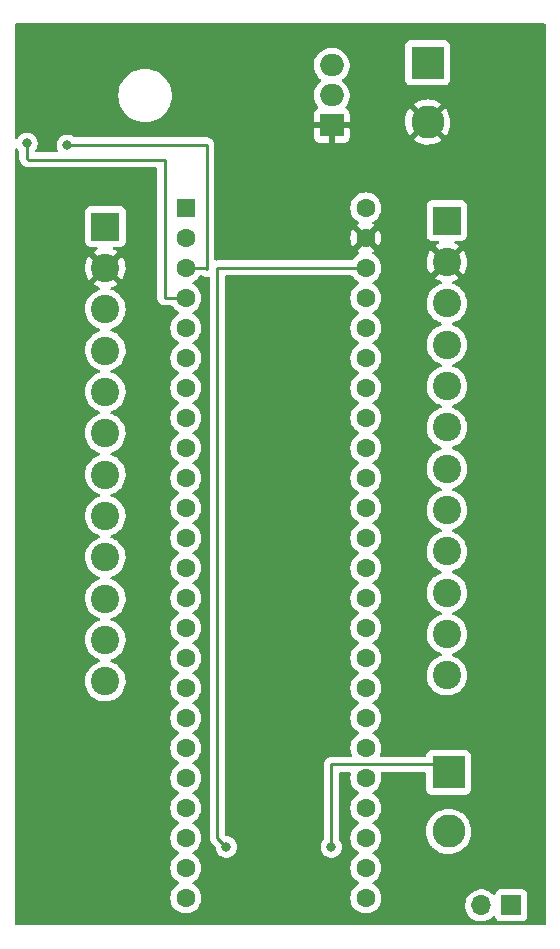
<source format=gbr>
%TF.GenerationSoftware,KiCad,Pcbnew,(6.0.10)*%
%TF.CreationDate,2023-04-10T11:13:22-05:00*%
%TF.ProjectId,lowerArm,6c6f7765-7241-4726-9d2e-6b696361645f,rev?*%
%TF.SameCoordinates,Original*%
%TF.FileFunction,Copper,L2,Bot*%
%TF.FilePolarity,Positive*%
%FSLAX46Y46*%
G04 Gerber Fmt 4.6, Leading zero omitted, Abs format (unit mm)*
G04 Created by KiCad (PCBNEW (6.0.10)) date 2023-04-10 11:13:22*
%MOMM*%
%LPD*%
G01*
G04 APERTURE LIST*
%TA.AperFunction,ComponentPad*%
%ADD10R,1.600000X1.600000*%
%TD*%
%TA.AperFunction,ComponentPad*%
%ADD11C,1.600000*%
%TD*%
%TA.AperFunction,ComponentPad*%
%ADD12R,2.000000X1.905000*%
%TD*%
%TA.AperFunction,ComponentPad*%
%ADD13O,2.000000X1.905000*%
%TD*%
%TA.AperFunction,ComponentPad*%
%ADD14R,2.400000X2.400000*%
%TD*%
%TA.AperFunction,ComponentPad*%
%ADD15C,2.400000*%
%TD*%
%TA.AperFunction,ComponentPad*%
%ADD16R,1.700000X1.700000*%
%TD*%
%TA.AperFunction,ComponentPad*%
%ADD17O,1.700000X1.700000*%
%TD*%
%TA.AperFunction,ComponentPad*%
%ADD18R,2.800000X2.800000*%
%TD*%
%TA.AperFunction,ComponentPad*%
%ADD19C,2.800000*%
%TD*%
%TA.AperFunction,ViaPad*%
%ADD20C,0.800000*%
%TD*%
%TA.AperFunction,Conductor*%
%ADD21C,0.250000*%
%TD*%
G04 APERTURE END LIST*
D10*
%TO.P,U3,1,GND*%
%TO.N,unconnected-(U3-Pad1)*%
X138303000Y-68961000D03*
D11*
%TO.P,U3,2,0_RX1_CRX2_CS1*%
%TO.N,unconnected-(U3-Pad2)*%
X138303000Y-71501000D03*
%TO.P,U3,3,1_TX1_CTX2_MISO1*%
%TO.N,unconnected-(U3-Pad3)*%
X138303000Y-74041000D03*
%TO.P,U3,4,2_OUT2*%
%TO.N,unconnected-(U3-Pad4)*%
X138303000Y-76581000D03*
%TO.P,U3,5,3_LRCLK2*%
%TO.N,Net-(J1-Pad3)*%
X138303000Y-79121000D03*
%TO.P,U3,6,4_BCLK2*%
%TO.N,Net-(J1-Pad4)*%
X138303000Y-81661000D03*
%TO.P,U3,7,5_IN2*%
%TO.N,Net-(J1-Pad5)*%
X138303000Y-84201000D03*
%TO.P,U3,8,6_OUT1D*%
%TO.N,Net-(J1-Pad6)*%
X138303000Y-86741000D03*
%TO.P,U3,9,7_RX2_OUT1A*%
%TO.N,Net-(J1-Pad7)*%
X138303000Y-89281000D03*
%TO.P,U3,10,8_TX2_IN1*%
%TO.N,Net-(J1-Pad8)*%
X138303000Y-91821000D03*
%TO.P,U3,11,9_OUT1C*%
%TO.N,Net-(J1-Pad9)*%
X138303000Y-94361000D03*
%TO.P,U3,12,10_CS_MQSR*%
%TO.N,Net-(J1-Pad10)*%
X138303000Y-96901000D03*
%TO.P,U3,13,11_MOSI_CTX1*%
%TO.N,Net-(J1-Pad11)*%
X138303000Y-99441000D03*
%TO.P,U3,14,12_MISO_MQSL*%
%TO.N,Net-(J1-Pad12)*%
X138303000Y-101981000D03*
%TO.P,U3,15,3V3*%
%TO.N,unconnected-(U3-Pad15)*%
X138303000Y-104521000D03*
%TO.P,U3,16,24_A10_TX6_SCL2*%
%TO.N,unconnected-(U3-Pad16)*%
X138303000Y-107061000D03*
%TO.P,U3,17,25_A11_RX6_SDA2*%
%TO.N,unconnected-(U3-Pad17)*%
X138303000Y-109601000D03*
%TO.P,U3,18,26_A12_MOSI1*%
%TO.N,unconnected-(U3-Pad18)*%
X138303000Y-112141000D03*
%TO.P,U3,19,27_A13_SCK1*%
%TO.N,unconnected-(U3-Pad19)*%
X138303000Y-114681000D03*
%TO.P,U3,20,28_RX7*%
%TO.N,unconnected-(U3-Pad20)*%
X138303000Y-117221000D03*
%TO.P,U3,21,29_TX7*%
%TO.N,unconnected-(U3-Pad21)*%
X138303000Y-119761000D03*
%TO.P,U3,22,30_CRX3*%
%TO.N,Net-(U2-Pad1)*%
X138303000Y-122301000D03*
%TO.P,U3,23,31_CTX3*%
%TO.N,Net-(U2-Pad4)*%
X138303000Y-124841000D03*
%TO.P,U3,24,32_OUT1B*%
%TO.N,unconnected-(U3-Pad24)*%
X138303000Y-127381000D03*
%TO.P,U3,25,33_MCLK2*%
%TO.N,unconnected-(U3-Pad25)*%
X153543000Y-127381000D03*
%TO.P,U3,26,34_RX8*%
%TO.N,unconnected-(U3-Pad26)*%
X153543000Y-124841000D03*
%TO.P,U3,27,35_TX8*%
%TO.N,unconnected-(U3-Pad27)*%
X153543000Y-122301000D03*
%TO.P,U3,28,36_CS*%
%TO.N,unconnected-(U3-Pad28)*%
X153543000Y-119761000D03*
%TO.P,U3,29,37_CS*%
%TO.N,unconnected-(U3-Pad29)*%
X153543000Y-117221000D03*
%TO.P,U3,30,38_CS1_IN1*%
%TO.N,unconnected-(U3-Pad30)*%
X153543000Y-114681000D03*
%TO.P,U3,31,39_MISO1_OUT1A*%
%TO.N,unconnected-(U3-Pad31)*%
X153543000Y-112141000D03*
%TO.P,U3,32,40_A16*%
%TO.N,unconnected-(U3-Pad32)*%
X153543000Y-109601000D03*
%TO.P,U3,33,41_A17*%
%TO.N,unconnected-(U3-Pad33)*%
X153543000Y-107061000D03*
%TO.P,U3,34,GND*%
%TO.N,Net-(J2-Pad12)*%
X153543000Y-104521000D03*
%TO.P,U3,35,13_SCK_LED*%
%TO.N,Net-(J2-Pad11)*%
X153543000Y-101981000D03*
%TO.P,U3,36,14_A0_TX3_SPDIF_OUT*%
%TO.N,Net-(J2-Pad10)*%
X153543000Y-99441000D03*
%TO.P,U3,37,15_A1_RX3_SPDIF_IN*%
%TO.N,Net-(J2-Pad9)*%
X153543000Y-96901000D03*
%TO.P,U3,38,16_A2_RX4_SCL1*%
%TO.N,Net-(J2-Pad8)*%
X153543000Y-94361000D03*
%TO.P,U3,39,17_A3_TX4_SDA1*%
%TO.N,Net-(J2-Pad7)*%
X153543000Y-91821000D03*
%TO.P,U3,40,18_A4_SDA*%
%TO.N,Net-(J2-Pad6)*%
X153543000Y-89281000D03*
%TO.P,U3,41,19_A5_SCL*%
%TO.N,Net-(J2-Pad5)*%
X153543000Y-86741000D03*
%TO.P,U3,42,20_A6_TX5_LRCLK1*%
%TO.N,Net-(J2-Pad4)*%
X153543000Y-84201000D03*
%TO.P,U3,43,21_A7_RX5_BCLK1*%
%TO.N,Net-(J2-Pad3)*%
X153543000Y-81661000D03*
%TO.P,U3,44,22_A8_CTX1*%
%TO.N,unconnected-(U3-Pad44)*%
X153543000Y-79121000D03*
%TO.P,U3,45,23_A9_CRX1_MCLK1*%
%TO.N,unconnected-(U3-Pad45)*%
X153543000Y-76581000D03*
%TO.P,U3,46,3V3*%
%TO.N,3v3*%
X153543000Y-74041000D03*
%TO.P,U3,47,GND*%
%TO.N,GND*%
X153543000Y-71501000D03*
%TO.P,U3,48,VIN*%
%TO.N,5v*%
X153543000Y-68961000D03*
%TD*%
D12*
%TO.P,U1,1,GND*%
%TO.N,GND*%
X150655000Y-61976000D03*
D13*
%TO.P,U1,2,VO*%
%TO.N,5v*%
X150655000Y-59436000D03*
%TO.P,U1,3,VI*%
%TO.N,+BATT*%
X150655000Y-56896000D03*
%TD*%
D14*
%TO.P,J1,1,Pin_1*%
%TO.N,5v*%
X131495000Y-70539000D03*
D15*
%TO.P,J1,2,Pin_2*%
%TO.N,GND*%
X131495000Y-74039000D03*
%TO.P,J1,3,Pin_3*%
%TO.N,Net-(J1-Pad3)*%
X131495000Y-77539000D03*
%TO.P,J1,4,Pin_4*%
%TO.N,Net-(J1-Pad4)*%
X131495000Y-81039000D03*
%TO.P,J1,5,Pin_5*%
%TO.N,Net-(J1-Pad5)*%
X131495000Y-84539000D03*
%TO.P,J1,6,Pin_6*%
%TO.N,Net-(J1-Pad6)*%
X131495000Y-88039000D03*
%TO.P,J1,7,Pin_7*%
%TO.N,Net-(J1-Pad7)*%
X131495000Y-91539000D03*
%TO.P,J1,8,Pin_8*%
%TO.N,Net-(J1-Pad8)*%
X131495000Y-95039000D03*
%TO.P,J1,9,Pin_9*%
%TO.N,Net-(J1-Pad9)*%
X131495000Y-98539000D03*
%TO.P,J1,10,Pin_10*%
%TO.N,Net-(J1-Pad10)*%
X131495000Y-102039000D03*
%TO.P,J1,11,Pin_11*%
%TO.N,Net-(J1-Pad11)*%
X131495000Y-105539000D03*
%TO.P,J1,12,Pin_12*%
%TO.N,Net-(J1-Pad12)*%
X131495000Y-109039000D03*
%TD*%
D14*
%TO.P,J2,1,Pin_1*%
%TO.N,5v*%
X160400988Y-70030996D03*
D15*
%TO.P,J2,2,Pin_2*%
%TO.N,GND*%
X160400988Y-73530996D03*
%TO.P,J2,3,Pin_3*%
%TO.N,Net-(J2-Pad3)*%
X160400988Y-77030996D03*
%TO.P,J2,4,Pin_4*%
%TO.N,Net-(J2-Pad4)*%
X160400988Y-80530996D03*
%TO.P,J2,5,Pin_5*%
%TO.N,Net-(J2-Pad5)*%
X160400988Y-84030996D03*
%TO.P,J2,6,Pin_6*%
%TO.N,Net-(J2-Pad6)*%
X160400988Y-87530996D03*
%TO.P,J2,7,Pin_7*%
%TO.N,Net-(J2-Pad7)*%
X160400988Y-91030996D03*
%TO.P,J2,8,Pin_8*%
%TO.N,Net-(J2-Pad8)*%
X160400988Y-94530996D03*
%TO.P,J2,9,Pin_9*%
%TO.N,Net-(J2-Pad9)*%
X160400988Y-98030996D03*
%TO.P,J2,10,Pin_10*%
%TO.N,Net-(J2-Pad10)*%
X160400988Y-101530996D03*
%TO.P,J2,11,Pin_11*%
%TO.N,Net-(J2-Pad11)*%
X160400988Y-105030996D03*
%TO.P,J2,12,Pin_12*%
%TO.N,Net-(J2-Pad12)*%
X160400988Y-108530996D03*
%TD*%
D16*
%TO.P,REF\u002A\u002A,1*%
%TO.N,Net-(J3-Pad2)*%
X165862000Y-128016000D03*
D17*
%TO.P,REF\u002A\u002A,2*%
%TO.N,N/C*%
X163322000Y-128016000D03*
%TD*%
D18*
%TO.P,J3,1,Pin_1*%
%TO.N,+BATT*%
X158770000Y-56682000D03*
D19*
%TO.P,J3,2,Pin_2*%
%TO.N,GND*%
X158770000Y-61682000D03*
%TD*%
D18*
%TO.P,J3,1,Pin_1*%
%TO.N,Net-(J3-Pad2)*%
X160548000Y-116753000D03*
D19*
%TO.P,J3,2,Pin_2*%
%TO.N,Net-(J3-Pad1)*%
X160548000Y-121753000D03*
%TD*%
D20*
%TO.N,Net-(J3-Pad2)*%
X150622000Y-123063000D03*
%TO.N,unconnected-(U3-Pad3)*%
X128270000Y-63666500D03*
%TO.N,unconnected-(U3-Pad4)*%
X124841000Y-63503500D03*
%TO.N,3v3*%
X141732000Y-123063000D03*
%TD*%
D21*
%TO.N,Net-(J3-Pad2)*%
X150622000Y-123063000D02*
X150622000Y-116078000D01*
X159873000Y-116078000D02*
X160548000Y-116753000D01*
X150622000Y-116078000D02*
X159873000Y-116078000D01*
%TO.N,unconnected-(U3-Pad3)*%
X128309500Y-63627000D02*
X140081000Y-63627000D01*
X140081000Y-63627000D02*
X140081000Y-74168000D01*
X128270000Y-63666500D02*
X128309500Y-63627000D01*
X139954000Y-74041000D02*
X138303000Y-74041000D01*
X140081000Y-74168000D02*
X139954000Y-74041000D01*
%TO.N,unconnected-(U3-Pad4)*%
X124841000Y-63503500D02*
X124841000Y-64770000D01*
X136525000Y-64897000D02*
X136525000Y-76581000D01*
X124841000Y-64770000D02*
X124968000Y-64897000D01*
X136525000Y-76581000D02*
X138303000Y-76581000D01*
X124968000Y-64897000D02*
X136525000Y-64897000D01*
%TO.N,3v3*%
X153543000Y-74041000D02*
X140970000Y-74041000D01*
X140970000Y-122301000D02*
X141732000Y-123063000D01*
X140970000Y-74041000D02*
X140970000Y-122301000D01*
%TD*%
%TA.AperFunction,Conductor*%
%TO.N,GND*%
G36*
X168724621Y-53360502D02*
G01*
X168771114Y-53414158D01*
X168782500Y-53466500D01*
X168782500Y-129540500D01*
X168762498Y-129608621D01*
X168708842Y-129655114D01*
X168656500Y-129666500D01*
X123951500Y-129666500D01*
X123883379Y-129646498D01*
X123836886Y-129592842D01*
X123825500Y-129540500D01*
X123825500Y-108994151D01*
X129782296Y-108994151D01*
X129794480Y-109247798D01*
X129844021Y-109496857D01*
X129845600Y-109501255D01*
X129845602Y-109501262D01*
X129928248Y-109731449D01*
X129929831Y-109735858D01*
X129932048Y-109739984D01*
X130027204Y-109917078D01*
X130050025Y-109959551D01*
X130052820Y-109963294D01*
X130052822Y-109963297D01*
X130199171Y-110159282D01*
X130199176Y-110159288D01*
X130201963Y-110163020D01*
X130205272Y-110166300D01*
X130205277Y-110166306D01*
X130303859Y-110264031D01*
X130382307Y-110341797D01*
X130386069Y-110344555D01*
X130386072Y-110344558D01*
X130491764Y-110422054D01*
X130587094Y-110491953D01*
X130591229Y-110494129D01*
X130591233Y-110494131D01*
X130709289Y-110556243D01*
X130811827Y-110610191D01*
X131051568Y-110693912D01*
X131301050Y-110741278D01*
X131421532Y-110746011D01*
X131550125Y-110751064D01*
X131550130Y-110751064D01*
X131554793Y-110751247D01*
X131653774Y-110740407D01*
X131802569Y-110724112D01*
X131802575Y-110724111D01*
X131807222Y-110723602D01*
X131916680Y-110694784D01*
X132048273Y-110660138D01*
X132052793Y-110658948D01*
X132182316Y-110603301D01*
X132281807Y-110560557D01*
X132281810Y-110560555D01*
X132286110Y-110558708D01*
X132290090Y-110556245D01*
X132290094Y-110556243D01*
X132498064Y-110427547D01*
X132498066Y-110427545D01*
X132502047Y-110425082D01*
X132600428Y-110341797D01*
X132692289Y-110264031D01*
X132692291Y-110264029D01*
X132695862Y-110261006D01*
X132863295Y-110070084D01*
X132874572Y-110052553D01*
X132998141Y-109860442D01*
X133000669Y-109856512D01*
X133104967Y-109624980D01*
X133173896Y-109380575D01*
X133203006Y-109151757D01*
X133205545Y-109131798D01*
X133205545Y-109131792D01*
X133205943Y-109128667D01*
X133206138Y-109121244D01*
X133208208Y-109042160D01*
X133208291Y-109039000D01*
X133204612Y-108989497D01*
X133189818Y-108790411D01*
X133189817Y-108790407D01*
X133189472Y-108785759D01*
X133183918Y-108761211D01*
X133134459Y-108542639D01*
X133133428Y-108538082D01*
X133131735Y-108533728D01*
X133043084Y-108305762D01*
X133043083Y-108305760D01*
X133041391Y-108301409D01*
X133037890Y-108295284D01*
X132917702Y-108084997D01*
X132917700Y-108084995D01*
X132915383Y-108080940D01*
X132758171Y-107881517D01*
X132584080Y-107717749D01*
X132576610Y-107710722D01*
X132576608Y-107710720D01*
X132573209Y-107707523D01*
X132529483Y-107677189D01*
X132368393Y-107565437D01*
X132368390Y-107565435D01*
X132364561Y-107562779D01*
X132360384Y-107560719D01*
X132360377Y-107560715D01*
X132140996Y-107452528D01*
X132140992Y-107452527D01*
X132136810Y-107450464D01*
X132010901Y-107410160D01*
X131952121Y-107370342D01*
X131924199Y-107305067D01*
X131936000Y-107235058D01*
X131983778Y-107182543D01*
X132017234Y-107168310D01*
X132018929Y-107167864D01*
X132052793Y-107158948D01*
X132268032Y-107066475D01*
X132281807Y-107060557D01*
X132281810Y-107060555D01*
X132286110Y-107058708D01*
X132290090Y-107056245D01*
X132290094Y-107056243D01*
X132498064Y-106927547D01*
X132498066Y-106927545D01*
X132502047Y-106925082D01*
X132505624Y-106922054D01*
X132692289Y-106764031D01*
X132692291Y-106764029D01*
X132695862Y-106761006D01*
X132863295Y-106570084D01*
X132874572Y-106552553D01*
X132998141Y-106360442D01*
X133000669Y-106356512D01*
X133104967Y-106124980D01*
X133173896Y-105880575D01*
X133193325Y-105727854D01*
X133205545Y-105631798D01*
X133205545Y-105631792D01*
X133205943Y-105628667D01*
X133206138Y-105621244D01*
X133208208Y-105542160D01*
X133208291Y-105539000D01*
X133204612Y-105489497D01*
X133189818Y-105290411D01*
X133189817Y-105290407D01*
X133189472Y-105285759D01*
X133180110Y-105244382D01*
X133134459Y-105042639D01*
X133133428Y-105038082D01*
X133131735Y-105033728D01*
X133043084Y-104805762D01*
X133043083Y-104805760D01*
X133041391Y-104801409D01*
X133039073Y-104797353D01*
X132917702Y-104584997D01*
X132917700Y-104584995D01*
X132915383Y-104580940D01*
X132758171Y-104381517D01*
X132573209Y-104207523D01*
X132529483Y-104177189D01*
X132368393Y-104065437D01*
X132368390Y-104065435D01*
X132364561Y-104062779D01*
X132360384Y-104060719D01*
X132360377Y-104060715D01*
X132140996Y-103952528D01*
X132140992Y-103952527D01*
X132136810Y-103950464D01*
X132010901Y-103910160D01*
X131952121Y-103870342D01*
X131924199Y-103805067D01*
X131936000Y-103735058D01*
X131983778Y-103682543D01*
X132017234Y-103668310D01*
X132018929Y-103667864D01*
X132052793Y-103658948D01*
X132171353Y-103608011D01*
X132281807Y-103560557D01*
X132281810Y-103560555D01*
X132286110Y-103558708D01*
X132290090Y-103556245D01*
X132290094Y-103556243D01*
X132498064Y-103427547D01*
X132498066Y-103427545D01*
X132502047Y-103425082D01*
X132505624Y-103422054D01*
X132692289Y-103264031D01*
X132692291Y-103264029D01*
X132695862Y-103261006D01*
X132863295Y-103070084D01*
X132874572Y-103052553D01*
X132998141Y-102860442D01*
X133000669Y-102856512D01*
X133104967Y-102624980D01*
X133173896Y-102380575D01*
X133195712Y-102209087D01*
X133205545Y-102131798D01*
X133205545Y-102131792D01*
X133205943Y-102128667D01*
X133206138Y-102121244D01*
X133208208Y-102042160D01*
X133208291Y-102039000D01*
X133204612Y-101989497D01*
X133189818Y-101790411D01*
X133189817Y-101790407D01*
X133189472Y-101785759D01*
X133180110Y-101744382D01*
X133134459Y-101542639D01*
X133133428Y-101538082D01*
X133131735Y-101533728D01*
X133043084Y-101305762D01*
X133043083Y-101305760D01*
X133041391Y-101301409D01*
X133039073Y-101297353D01*
X132917702Y-101084997D01*
X132917700Y-101084995D01*
X132915383Y-101080940D01*
X132758171Y-100881517D01*
X132577967Y-100711999D01*
X132576610Y-100710722D01*
X132576608Y-100710720D01*
X132573209Y-100707523D01*
X132478817Y-100642041D01*
X132368393Y-100565437D01*
X132368390Y-100565435D01*
X132364561Y-100562779D01*
X132360384Y-100560719D01*
X132360377Y-100560715D01*
X132140996Y-100452528D01*
X132140992Y-100452527D01*
X132136810Y-100450464D01*
X132010901Y-100410160D01*
X131952121Y-100370342D01*
X131924199Y-100305067D01*
X131936000Y-100235058D01*
X131983778Y-100182543D01*
X132017234Y-100168310D01*
X132018929Y-100167864D01*
X132052793Y-100158948D01*
X132195239Y-100097749D01*
X132281807Y-100060557D01*
X132281810Y-100060555D01*
X132286110Y-100058708D01*
X132290090Y-100056245D01*
X132290094Y-100056243D01*
X132498064Y-99927547D01*
X132498066Y-99927545D01*
X132502047Y-99925082D01*
X132505624Y-99922054D01*
X132692289Y-99764031D01*
X132692291Y-99764029D01*
X132695862Y-99761006D01*
X132863295Y-99570084D01*
X132874572Y-99552553D01*
X132998141Y-99360442D01*
X133000669Y-99356512D01*
X133104967Y-99124980D01*
X133173896Y-98880575D01*
X133205943Y-98628667D01*
X133206138Y-98621244D01*
X133208208Y-98542160D01*
X133208291Y-98539000D01*
X133204612Y-98489497D01*
X133189818Y-98290411D01*
X133189817Y-98290407D01*
X133189472Y-98285759D01*
X133180110Y-98244382D01*
X133147562Y-98100543D01*
X133133428Y-98038082D01*
X133131735Y-98033728D01*
X133043084Y-97805762D01*
X133043083Y-97805760D01*
X133041391Y-97801409D01*
X133039073Y-97797353D01*
X132917702Y-97584997D01*
X132917700Y-97584995D01*
X132915383Y-97580940D01*
X132758171Y-97381517D01*
X132573209Y-97207523D01*
X132529483Y-97177189D01*
X132368393Y-97065437D01*
X132368390Y-97065435D01*
X132364561Y-97062779D01*
X132360384Y-97060719D01*
X132360377Y-97060715D01*
X132140996Y-96952528D01*
X132140992Y-96952527D01*
X132136810Y-96950464D01*
X132010901Y-96910160D01*
X131952121Y-96870342D01*
X131924199Y-96805067D01*
X131936000Y-96735058D01*
X131983778Y-96682543D01*
X132017234Y-96668310D01*
X132019938Y-96667598D01*
X132052793Y-96658948D01*
X132171353Y-96608011D01*
X132281807Y-96560557D01*
X132281810Y-96560555D01*
X132286110Y-96558708D01*
X132290090Y-96556245D01*
X132290094Y-96556243D01*
X132498064Y-96427547D01*
X132498066Y-96427545D01*
X132502047Y-96425082D01*
X132505624Y-96422054D01*
X132692289Y-96264031D01*
X132692291Y-96264029D01*
X132695862Y-96261006D01*
X132863295Y-96070084D01*
X132869003Y-96061211D01*
X132998141Y-95860442D01*
X133000669Y-95856512D01*
X133104967Y-95624980D01*
X133173896Y-95380575D01*
X133205943Y-95128667D01*
X133206138Y-95121244D01*
X133208208Y-95042160D01*
X133208291Y-95039000D01*
X133204612Y-94989497D01*
X133189818Y-94790411D01*
X133189817Y-94790407D01*
X133189472Y-94785759D01*
X133180110Y-94744382D01*
X133134459Y-94542639D01*
X133133428Y-94538082D01*
X133131735Y-94533728D01*
X133043084Y-94305762D01*
X133043083Y-94305760D01*
X133041391Y-94301409D01*
X133039073Y-94297353D01*
X132917702Y-94084997D01*
X132917700Y-94084995D01*
X132915383Y-94080940D01*
X132758171Y-93881517D01*
X132573209Y-93707523D01*
X132529483Y-93677189D01*
X132368393Y-93565437D01*
X132368390Y-93565435D01*
X132364561Y-93562779D01*
X132360384Y-93560719D01*
X132360377Y-93560715D01*
X132140996Y-93452528D01*
X132140992Y-93452527D01*
X132136810Y-93450464D01*
X132010901Y-93410160D01*
X131952121Y-93370342D01*
X131924199Y-93305067D01*
X131936000Y-93235058D01*
X131983778Y-93182543D01*
X132017234Y-93168310D01*
X132018929Y-93167864D01*
X132052793Y-93158948D01*
X132171353Y-93108011D01*
X132281807Y-93060557D01*
X132281810Y-93060555D01*
X132286110Y-93058708D01*
X132290090Y-93056245D01*
X132290094Y-93056243D01*
X132498064Y-92927547D01*
X132498066Y-92927545D01*
X132502047Y-92925082D01*
X132505624Y-92922054D01*
X132692289Y-92764031D01*
X132692291Y-92764029D01*
X132695862Y-92761006D01*
X132863295Y-92570084D01*
X132874572Y-92552553D01*
X132998141Y-92360442D01*
X133000669Y-92356512D01*
X133104967Y-92124980D01*
X133173896Y-91880575D01*
X133205943Y-91628667D01*
X133206138Y-91621244D01*
X133208208Y-91542160D01*
X133208291Y-91539000D01*
X133204612Y-91489497D01*
X133189818Y-91290411D01*
X133189817Y-91290407D01*
X133189472Y-91285759D01*
X133180110Y-91244382D01*
X133134459Y-91042639D01*
X133133428Y-91038082D01*
X133131735Y-91033728D01*
X133043084Y-90805762D01*
X133043083Y-90805760D01*
X133041391Y-90801409D01*
X133039073Y-90797353D01*
X132917702Y-90584997D01*
X132917700Y-90584995D01*
X132915383Y-90580940D01*
X132758171Y-90381517D01*
X132660193Y-90289349D01*
X132576610Y-90210722D01*
X132576608Y-90210720D01*
X132573209Y-90207523D01*
X132529483Y-90177189D01*
X132368393Y-90065437D01*
X132368390Y-90065435D01*
X132364561Y-90062779D01*
X132360384Y-90060719D01*
X132360377Y-90060715D01*
X132140996Y-89952528D01*
X132140992Y-89952527D01*
X132136810Y-89950464D01*
X132010901Y-89910160D01*
X131952121Y-89870342D01*
X131924199Y-89805067D01*
X131936000Y-89735058D01*
X131983778Y-89682543D01*
X132017234Y-89668310D01*
X132018929Y-89667864D01*
X132052793Y-89658948D01*
X132171353Y-89608011D01*
X132281807Y-89560557D01*
X132281810Y-89560555D01*
X132286110Y-89558708D01*
X132290090Y-89556245D01*
X132290094Y-89556243D01*
X132498064Y-89427547D01*
X132498066Y-89427545D01*
X132502047Y-89425082D01*
X132505624Y-89422054D01*
X132692289Y-89264031D01*
X132692291Y-89264029D01*
X132695862Y-89261006D01*
X132863295Y-89070084D01*
X132874572Y-89052553D01*
X132998141Y-88860442D01*
X133000669Y-88856512D01*
X133104967Y-88624980D01*
X133173896Y-88380575D01*
X133193886Y-88223445D01*
X133205545Y-88131798D01*
X133205545Y-88131792D01*
X133205943Y-88128667D01*
X133206138Y-88121244D01*
X133208208Y-88042160D01*
X133208291Y-88039000D01*
X133208057Y-88035851D01*
X133189818Y-87790411D01*
X133189817Y-87790407D01*
X133189472Y-87785759D01*
X133181462Y-87750357D01*
X133134459Y-87542639D01*
X133133428Y-87538082D01*
X133131735Y-87533728D01*
X133043084Y-87305762D01*
X133043083Y-87305760D01*
X133041391Y-87301409D01*
X133039073Y-87297353D01*
X132917702Y-87084997D01*
X132917700Y-87084995D01*
X132915383Y-87080940D01*
X132758171Y-86881517D01*
X132617489Y-86749177D01*
X132576610Y-86710722D01*
X132576608Y-86710720D01*
X132573209Y-86707523D01*
X132529483Y-86677189D01*
X132368393Y-86565437D01*
X132368390Y-86565435D01*
X132364561Y-86562779D01*
X132360384Y-86560719D01*
X132360377Y-86560715D01*
X132140996Y-86452528D01*
X132140992Y-86452527D01*
X132136810Y-86450464D01*
X132010901Y-86410160D01*
X131952121Y-86370342D01*
X131924199Y-86305067D01*
X131936000Y-86235058D01*
X131983778Y-86182543D01*
X132017234Y-86168310D01*
X132018929Y-86167864D01*
X132052793Y-86158948D01*
X132226657Y-86084251D01*
X132281807Y-86060557D01*
X132281810Y-86060555D01*
X132286110Y-86058708D01*
X132290090Y-86056245D01*
X132290094Y-86056243D01*
X132498064Y-85927547D01*
X132498066Y-85927545D01*
X132502047Y-85925082D01*
X132505624Y-85922054D01*
X132692289Y-85764031D01*
X132692291Y-85764029D01*
X132695862Y-85761006D01*
X132863295Y-85570084D01*
X132874572Y-85552553D01*
X132998141Y-85360442D01*
X133000669Y-85356512D01*
X133104967Y-85124980D01*
X133173896Y-84880575D01*
X133193886Y-84723445D01*
X133205545Y-84631798D01*
X133205545Y-84631792D01*
X133205943Y-84628667D01*
X133206138Y-84621244D01*
X133208208Y-84542160D01*
X133208291Y-84539000D01*
X133204612Y-84489497D01*
X133189818Y-84290411D01*
X133189817Y-84290407D01*
X133189472Y-84285759D01*
X133180110Y-84244382D01*
X133134459Y-84042639D01*
X133133428Y-84038082D01*
X133131735Y-84033728D01*
X133043084Y-83805762D01*
X133043083Y-83805760D01*
X133041391Y-83801409D01*
X133039073Y-83797353D01*
X132917702Y-83584997D01*
X132917700Y-83584995D01*
X132915383Y-83580940D01*
X132758171Y-83381517D01*
X132573209Y-83207523D01*
X132529483Y-83177189D01*
X132368393Y-83065437D01*
X132368390Y-83065435D01*
X132364561Y-83062779D01*
X132360384Y-83060719D01*
X132360377Y-83060715D01*
X132140996Y-82952528D01*
X132140992Y-82952527D01*
X132136810Y-82950464D01*
X132010901Y-82910160D01*
X131952121Y-82870342D01*
X131924199Y-82805067D01*
X131936000Y-82735058D01*
X131983778Y-82682543D01*
X132017234Y-82668310D01*
X132018929Y-82667864D01*
X132052793Y-82658948D01*
X132171353Y-82608011D01*
X132281807Y-82560557D01*
X132281810Y-82560555D01*
X132286110Y-82558708D01*
X132290090Y-82556245D01*
X132290094Y-82556243D01*
X132498064Y-82427547D01*
X132498066Y-82427545D01*
X132502047Y-82425082D01*
X132505624Y-82422054D01*
X132692289Y-82264031D01*
X132692291Y-82264029D01*
X132695862Y-82261006D01*
X132863295Y-82070084D01*
X132874572Y-82052553D01*
X132998141Y-81860442D01*
X133000669Y-81856512D01*
X133104967Y-81624980D01*
X133173896Y-81380575D01*
X133195373Y-81211757D01*
X133205545Y-81131798D01*
X133205545Y-81131792D01*
X133205943Y-81128667D01*
X133206138Y-81121244D01*
X133208208Y-81042160D01*
X133208291Y-81039000D01*
X133204612Y-80989497D01*
X133189818Y-80790411D01*
X133189817Y-80790407D01*
X133189472Y-80785759D01*
X133180110Y-80744382D01*
X133134459Y-80542639D01*
X133133428Y-80538082D01*
X133131735Y-80533728D01*
X133043084Y-80305762D01*
X133043083Y-80305760D01*
X133041391Y-80301409D01*
X133039073Y-80297353D01*
X132917702Y-80084997D01*
X132917700Y-80084995D01*
X132915383Y-80080940D01*
X132758171Y-79881517D01*
X132647862Y-79777749D01*
X132576610Y-79710722D01*
X132576608Y-79710720D01*
X132573209Y-79707523D01*
X132529483Y-79677189D01*
X132368393Y-79565437D01*
X132368390Y-79565435D01*
X132364561Y-79562779D01*
X132360384Y-79560719D01*
X132360377Y-79560715D01*
X132140996Y-79452528D01*
X132140992Y-79452527D01*
X132136810Y-79450464D01*
X132010901Y-79410160D01*
X131952121Y-79370342D01*
X131924199Y-79305067D01*
X131936000Y-79235058D01*
X131983778Y-79182543D01*
X132017234Y-79168310D01*
X132018929Y-79167864D01*
X132052793Y-79158948D01*
X132171353Y-79108011D01*
X132281807Y-79060557D01*
X132281810Y-79060555D01*
X132286110Y-79058708D01*
X132290090Y-79056245D01*
X132290094Y-79056243D01*
X132498064Y-78927547D01*
X132498066Y-78927545D01*
X132502047Y-78925082D01*
X132505624Y-78922054D01*
X132692289Y-78764031D01*
X132692291Y-78764029D01*
X132695862Y-78761006D01*
X132863295Y-78570084D01*
X132874572Y-78552553D01*
X132998141Y-78360442D01*
X133000669Y-78356512D01*
X133104967Y-78124980D01*
X133107838Y-78114802D01*
X133121716Y-78065593D01*
X133173896Y-77880575D01*
X133194512Y-77718523D01*
X133205545Y-77631798D01*
X133205545Y-77631792D01*
X133205943Y-77628667D01*
X133206138Y-77621244D01*
X133208208Y-77542160D01*
X133208291Y-77539000D01*
X133204612Y-77489497D01*
X133189818Y-77290411D01*
X133189817Y-77290407D01*
X133189472Y-77285759D01*
X133185506Y-77268229D01*
X133134459Y-77042639D01*
X133133428Y-77038082D01*
X133131735Y-77033728D01*
X133043084Y-76805762D01*
X133043083Y-76805760D01*
X133041391Y-76801409D01*
X133036020Y-76792011D01*
X132917702Y-76584997D01*
X132917700Y-76584995D01*
X132915383Y-76580940D01*
X132758171Y-76381517D01*
X132573209Y-76207523D01*
X132456811Y-76126775D01*
X132368393Y-76065437D01*
X132368390Y-76065435D01*
X132364561Y-76062779D01*
X132360384Y-76060719D01*
X132360377Y-76060715D01*
X132140996Y-75952528D01*
X132140992Y-75952527D01*
X132136810Y-75950464D01*
X132010148Y-75909919D01*
X132010014Y-75909876D01*
X131951234Y-75870058D01*
X131923312Y-75804783D01*
X131935113Y-75734774D01*
X131982891Y-75682259D01*
X132016349Y-75668026D01*
X132048101Y-75659667D01*
X132056926Y-75656628D01*
X132281584Y-75560107D01*
X132289856Y-75555800D01*
X132497777Y-75427135D01*
X132499620Y-75425796D01*
X132507038Y-75414541D01*
X132500974Y-75404184D01*
X131507812Y-74411022D01*
X131493868Y-74403408D01*
X131492035Y-74403539D01*
X131485420Y-74407790D01*
X130493044Y-75400166D01*
X130486386Y-75412359D01*
X130495099Y-75423879D01*
X130583586Y-75488760D01*
X130591505Y-75493708D01*
X130807877Y-75607547D01*
X130816451Y-75611275D01*
X130984608Y-75669998D01*
X131042326Y-75711340D01*
X131068529Y-75777324D01*
X131054900Y-75847000D01*
X131005764Y-75898247D01*
X130978324Y-75909919D01*
X130894993Y-75934208D01*
X130664380Y-76040522D01*
X130660471Y-76043085D01*
X130455928Y-76177189D01*
X130455923Y-76177193D01*
X130452015Y-76179755D01*
X130374234Y-76249177D01*
X130319804Y-76297758D01*
X130262562Y-76348848D01*
X130100183Y-76544087D01*
X129968447Y-76761182D01*
X129966638Y-76765496D01*
X129966637Y-76765498D01*
X129872153Y-76990818D01*
X129870246Y-76995365D01*
X129869095Y-76999897D01*
X129869094Y-76999900D01*
X129861388Y-77030243D01*
X129807738Y-77241490D01*
X129782296Y-77494151D01*
X129782520Y-77498817D01*
X129782520Y-77498822D01*
X129786917Y-77590357D01*
X129794480Y-77747798D01*
X129815008Y-77851000D01*
X129841988Y-77986634D01*
X129844021Y-77996857D01*
X129845600Y-78001255D01*
X129845602Y-78001262D01*
X129928248Y-78231449D01*
X129929831Y-78235858D01*
X129932048Y-78239984D01*
X130027204Y-78417078D01*
X130050025Y-78459551D01*
X130052820Y-78463294D01*
X130052822Y-78463297D01*
X130199171Y-78659282D01*
X130199176Y-78659288D01*
X130201963Y-78663020D01*
X130205272Y-78666300D01*
X130205277Y-78666306D01*
X130337181Y-78797063D01*
X130382307Y-78841797D01*
X130386069Y-78844555D01*
X130386072Y-78844558D01*
X130499255Y-78927547D01*
X130587094Y-78991953D01*
X130591229Y-78994129D01*
X130591233Y-78994131D01*
X130702576Y-79052711D01*
X130811827Y-79110191D01*
X130983781Y-79170240D01*
X131041497Y-79211581D01*
X131067701Y-79277565D01*
X131054072Y-79347241D01*
X131004936Y-79398487D01*
X130977497Y-79410160D01*
X130894993Y-79434208D01*
X130664380Y-79540522D01*
X130660471Y-79543085D01*
X130455928Y-79677189D01*
X130455923Y-79677193D01*
X130452015Y-79679755D01*
X130374234Y-79749177D01*
X130319804Y-79797758D01*
X130262562Y-79848848D01*
X130100183Y-80044087D01*
X129968447Y-80261182D01*
X129966638Y-80265496D01*
X129966637Y-80265498D01*
X129872153Y-80490818D01*
X129870246Y-80495365D01*
X129869095Y-80499897D01*
X129869094Y-80499900D01*
X129861197Y-80530996D01*
X129807738Y-80741490D01*
X129782296Y-80994151D01*
X129782520Y-80998817D01*
X129782520Y-80998822D01*
X129784299Y-81035851D01*
X129794480Y-81247798D01*
X129815294Y-81352438D01*
X129830245Y-81427598D01*
X129844021Y-81496857D01*
X129845600Y-81501255D01*
X129845602Y-81501262D01*
X129902954Y-81661000D01*
X129929831Y-81735858D01*
X129932048Y-81739984D01*
X130027204Y-81917078D01*
X130050025Y-81959551D01*
X130052820Y-81963294D01*
X130052822Y-81963297D01*
X130199171Y-82159282D01*
X130199176Y-82159288D01*
X130201963Y-82163020D01*
X130205272Y-82166300D01*
X130205277Y-82166306D01*
X130364581Y-82324225D01*
X130382307Y-82341797D01*
X130386069Y-82344555D01*
X130386072Y-82344558D01*
X130499255Y-82427547D01*
X130587094Y-82491953D01*
X130591229Y-82494129D01*
X130591233Y-82494131D01*
X130702576Y-82552711D01*
X130811827Y-82610191D01*
X130983781Y-82670240D01*
X131041497Y-82711581D01*
X131067701Y-82777565D01*
X131054072Y-82847241D01*
X131004936Y-82898487D01*
X130977497Y-82910160D01*
X130894993Y-82934208D01*
X130664380Y-83040522D01*
X130660471Y-83043085D01*
X130455928Y-83177189D01*
X130455923Y-83177193D01*
X130452015Y-83179755D01*
X130374234Y-83249177D01*
X130319804Y-83297758D01*
X130262562Y-83348848D01*
X130100183Y-83544087D01*
X129968447Y-83761182D01*
X129966638Y-83765496D01*
X129966637Y-83765498D01*
X129872153Y-83990818D01*
X129870246Y-83995365D01*
X129869095Y-83999897D01*
X129869094Y-83999900D01*
X129861197Y-84030996D01*
X129807738Y-84241490D01*
X129782296Y-84494151D01*
X129794480Y-84747798D01*
X129844021Y-84996857D01*
X129845600Y-85001255D01*
X129845602Y-85001262D01*
X129918142Y-85203301D01*
X129929831Y-85235858D01*
X129932048Y-85239984D01*
X130027204Y-85417078D01*
X130050025Y-85459551D01*
X130052820Y-85463294D01*
X130052822Y-85463297D01*
X130199171Y-85659282D01*
X130199176Y-85659288D01*
X130201963Y-85663020D01*
X130205272Y-85666300D01*
X130205277Y-85666306D01*
X130337181Y-85797063D01*
X130382307Y-85841797D01*
X130386069Y-85844555D01*
X130386072Y-85844558D01*
X130499255Y-85927547D01*
X130587094Y-85991953D01*
X130591229Y-85994129D01*
X130591233Y-85994131D01*
X130702576Y-86052711D01*
X130811827Y-86110191D01*
X130983781Y-86170240D01*
X131041497Y-86211581D01*
X131067701Y-86277565D01*
X131054072Y-86347241D01*
X131004936Y-86398487D01*
X130977497Y-86410160D01*
X130894993Y-86434208D01*
X130664380Y-86540522D01*
X130660471Y-86543085D01*
X130455928Y-86677189D01*
X130455923Y-86677193D01*
X130452015Y-86679755D01*
X130374234Y-86749177D01*
X130319804Y-86797758D01*
X130262562Y-86848848D01*
X130100183Y-87044087D01*
X129968447Y-87261182D01*
X129966638Y-87265496D01*
X129966637Y-87265498D01*
X129872153Y-87490818D01*
X129870246Y-87495365D01*
X129869095Y-87499897D01*
X129869094Y-87499900D01*
X129861197Y-87530996D01*
X129807738Y-87741490D01*
X129782296Y-87994151D01*
X129794480Y-88247798D01*
X129844021Y-88496857D01*
X129845600Y-88501255D01*
X129845602Y-88501262D01*
X129928248Y-88731449D01*
X129929831Y-88735858D01*
X129932048Y-88739984D01*
X130027204Y-88917078D01*
X130050025Y-88959551D01*
X130052820Y-88963294D01*
X130052822Y-88963297D01*
X130199171Y-89159282D01*
X130199176Y-89159288D01*
X130201963Y-89163020D01*
X130205272Y-89166300D01*
X130205277Y-89166306D01*
X130315454Y-89275525D01*
X130382307Y-89341797D01*
X130386069Y-89344555D01*
X130386072Y-89344558D01*
X130499255Y-89427547D01*
X130587094Y-89491953D01*
X130591229Y-89494129D01*
X130591233Y-89494131D01*
X130702576Y-89552711D01*
X130811827Y-89610191D01*
X130983781Y-89670240D01*
X131041497Y-89711581D01*
X131067701Y-89777565D01*
X131054072Y-89847241D01*
X131004936Y-89898487D01*
X130977497Y-89910160D01*
X130894993Y-89934208D01*
X130664380Y-90040522D01*
X130660471Y-90043085D01*
X130455928Y-90177189D01*
X130455923Y-90177193D01*
X130452015Y-90179755D01*
X130374234Y-90249177D01*
X130319804Y-90297758D01*
X130262562Y-90348848D01*
X130100183Y-90544087D01*
X129968447Y-90761182D01*
X129966638Y-90765496D01*
X129966637Y-90765498D01*
X129872153Y-90990818D01*
X129870246Y-90995365D01*
X129869095Y-90999897D01*
X129869094Y-90999900D01*
X129861197Y-91030996D01*
X129807738Y-91241490D01*
X129782296Y-91494151D01*
X129794480Y-91747798D01*
X129844021Y-91996857D01*
X129845600Y-92001255D01*
X129845602Y-92001262D01*
X129928248Y-92231449D01*
X129929831Y-92235858D01*
X129932048Y-92239984D01*
X130027204Y-92417078D01*
X130050025Y-92459551D01*
X130052820Y-92463294D01*
X130052822Y-92463297D01*
X130199171Y-92659282D01*
X130199176Y-92659288D01*
X130201963Y-92663020D01*
X130205272Y-92666300D01*
X130205277Y-92666306D01*
X130337181Y-92797063D01*
X130382307Y-92841797D01*
X130386069Y-92844555D01*
X130386072Y-92844558D01*
X130541501Y-92958523D01*
X130587094Y-92991953D01*
X130591229Y-92994129D01*
X130591233Y-92994131D01*
X130702576Y-93052711D01*
X130811827Y-93110191D01*
X130983781Y-93170240D01*
X131041497Y-93211581D01*
X131067701Y-93277565D01*
X131054072Y-93347241D01*
X131004936Y-93398487D01*
X130977497Y-93410160D01*
X130894993Y-93434208D01*
X130664380Y-93540522D01*
X130660471Y-93543085D01*
X130455928Y-93677189D01*
X130455923Y-93677193D01*
X130452015Y-93679755D01*
X130374234Y-93749177D01*
X130319804Y-93797758D01*
X130262562Y-93848848D01*
X130100183Y-94044087D01*
X129968447Y-94261182D01*
X129966638Y-94265496D01*
X129966637Y-94265498D01*
X129872153Y-94490818D01*
X129870246Y-94495365D01*
X129869095Y-94499897D01*
X129869094Y-94499900D01*
X129845094Y-94594402D01*
X129807738Y-94741490D01*
X129782296Y-94994151D01*
X129782520Y-94998817D01*
X129782520Y-94998822D01*
X129783646Y-95022257D01*
X129794480Y-95247798D01*
X129844021Y-95496857D01*
X129845600Y-95501255D01*
X129845602Y-95501262D01*
X129916338Y-95698278D01*
X129929831Y-95735858D01*
X129932048Y-95739984D01*
X130027204Y-95917078D01*
X130050025Y-95959551D01*
X130052820Y-95963294D01*
X130052822Y-95963297D01*
X130199171Y-96159282D01*
X130199176Y-96159288D01*
X130201963Y-96163020D01*
X130205272Y-96166300D01*
X130205277Y-96166306D01*
X130337181Y-96297063D01*
X130382307Y-96341797D01*
X130386069Y-96344555D01*
X130386072Y-96344558D01*
X130539515Y-96457067D01*
X130587094Y-96491953D01*
X130591229Y-96494129D01*
X130591233Y-96494131D01*
X130702576Y-96552711D01*
X130811827Y-96610191D01*
X130983781Y-96670240D01*
X131041497Y-96711581D01*
X131067701Y-96777565D01*
X131054072Y-96847241D01*
X131004936Y-96898487D01*
X130977497Y-96910160D01*
X130894993Y-96934208D01*
X130664380Y-97040522D01*
X130660471Y-97043085D01*
X130455928Y-97177189D01*
X130455923Y-97177193D01*
X130452015Y-97179755D01*
X130374234Y-97249177D01*
X130319804Y-97297758D01*
X130262562Y-97348848D01*
X130100183Y-97544087D01*
X129968447Y-97761182D01*
X129966638Y-97765496D01*
X129966637Y-97765498D01*
X129872153Y-97990818D01*
X129870246Y-97995365D01*
X129869095Y-97999897D01*
X129869094Y-97999900D01*
X129861197Y-98030996D01*
X129807738Y-98241490D01*
X129782296Y-98494151D01*
X129794480Y-98747798D01*
X129815294Y-98852438D01*
X129843007Y-98991757D01*
X129844021Y-98996857D01*
X129845600Y-99001255D01*
X129845602Y-99001262D01*
X129919685Y-99207598D01*
X129929831Y-99235858D01*
X129932048Y-99239984D01*
X130027204Y-99417078D01*
X130050025Y-99459551D01*
X130052820Y-99463294D01*
X130052822Y-99463297D01*
X130199171Y-99659282D01*
X130199176Y-99659288D01*
X130201963Y-99663020D01*
X130205272Y-99666300D01*
X130205277Y-99666306D01*
X130337181Y-99797063D01*
X130382307Y-99841797D01*
X130386069Y-99844555D01*
X130386072Y-99844558D01*
X130499255Y-99927547D01*
X130587094Y-99991953D01*
X130591229Y-99994129D01*
X130591233Y-99994131D01*
X130702576Y-100052711D01*
X130811827Y-100110191D01*
X130983781Y-100170240D01*
X131041497Y-100211581D01*
X131067701Y-100277565D01*
X131054072Y-100347241D01*
X131004936Y-100398487D01*
X130977497Y-100410160D01*
X130894993Y-100434208D01*
X130664380Y-100540522D01*
X130660471Y-100543085D01*
X130455928Y-100677189D01*
X130455923Y-100677193D01*
X130452015Y-100679755D01*
X130417008Y-100711000D01*
X130268580Y-100843477D01*
X130262562Y-100848848D01*
X130100183Y-101044087D01*
X129968447Y-101261182D01*
X129966638Y-101265496D01*
X129966637Y-101265498D01*
X129872153Y-101490818D01*
X129870246Y-101495365D01*
X129869095Y-101499897D01*
X129869094Y-101499900D01*
X129860503Y-101533728D01*
X129807738Y-101741490D01*
X129782296Y-101994151D01*
X129794480Y-102247798D01*
X129815294Y-102352438D01*
X129831762Y-102435225D01*
X129844021Y-102496857D01*
X129845600Y-102501255D01*
X129845602Y-102501262D01*
X129928248Y-102731449D01*
X129929831Y-102735858D01*
X129932048Y-102739984D01*
X130027204Y-102917078D01*
X130050025Y-102959551D01*
X130052820Y-102963294D01*
X130052822Y-102963297D01*
X130199171Y-103159282D01*
X130199176Y-103159288D01*
X130201963Y-103163020D01*
X130205272Y-103166300D01*
X130205277Y-103166306D01*
X130361228Y-103320901D01*
X130382307Y-103341797D01*
X130386069Y-103344555D01*
X130386072Y-103344558D01*
X130499255Y-103427547D01*
X130587094Y-103491953D01*
X130591229Y-103494129D01*
X130591233Y-103494131D01*
X130702576Y-103552711D01*
X130811827Y-103610191D01*
X130983781Y-103670240D01*
X131041497Y-103711581D01*
X131067701Y-103777565D01*
X131054072Y-103847241D01*
X131004936Y-103898487D01*
X130977497Y-103910160D01*
X130894993Y-103934208D01*
X130664380Y-104040522D01*
X130660471Y-104043085D01*
X130455928Y-104177189D01*
X130455923Y-104177193D01*
X130452015Y-104179755D01*
X130374234Y-104249177D01*
X130319804Y-104297758D01*
X130262562Y-104348848D01*
X130100183Y-104544087D01*
X129968447Y-104761182D01*
X129966638Y-104765496D01*
X129966637Y-104765498D01*
X129872153Y-104990818D01*
X129870246Y-104995365D01*
X129869095Y-104999897D01*
X129869094Y-104999900D01*
X129861197Y-105030996D01*
X129807738Y-105241490D01*
X129782296Y-105494151D01*
X129794480Y-105747798D01*
X129844021Y-105996857D01*
X129845600Y-106001255D01*
X129845602Y-106001262D01*
X129921553Y-106212803D01*
X129929831Y-106235858D01*
X129932048Y-106239984D01*
X130027204Y-106417078D01*
X130050025Y-106459551D01*
X130052820Y-106463294D01*
X130052822Y-106463297D01*
X130199171Y-106659282D01*
X130199176Y-106659288D01*
X130201963Y-106663020D01*
X130205272Y-106666300D01*
X130205277Y-106666306D01*
X130373345Y-106832913D01*
X130382307Y-106841797D01*
X130386069Y-106844555D01*
X130386072Y-106844558D01*
X130499255Y-106927547D01*
X130587094Y-106991953D01*
X130591229Y-106994129D01*
X130591233Y-106994131D01*
X130702576Y-107052711D01*
X130811827Y-107110191D01*
X130983781Y-107170240D01*
X131041497Y-107211581D01*
X131067701Y-107277565D01*
X131054072Y-107347241D01*
X131004936Y-107398487D01*
X130977497Y-107410160D01*
X130894993Y-107434208D01*
X130664380Y-107540522D01*
X130660471Y-107543085D01*
X130455928Y-107677189D01*
X130455923Y-107677193D01*
X130452015Y-107679755D01*
X130374234Y-107749177D01*
X130319804Y-107797758D01*
X130262562Y-107848848D01*
X130100183Y-108044087D01*
X129968447Y-108261182D01*
X129966638Y-108265496D01*
X129966637Y-108265498D01*
X129872153Y-108490818D01*
X129870246Y-108495365D01*
X129869095Y-108499897D01*
X129869094Y-108499900D01*
X129861197Y-108530996D01*
X129807738Y-108741490D01*
X129782296Y-108994151D01*
X123825500Y-108994151D01*
X123825500Y-73998835D01*
X129783022Y-73998835D01*
X129794754Y-74243064D01*
X129795891Y-74252324D01*
X129843593Y-74492143D01*
X129846082Y-74501118D01*
X129928708Y-74731250D01*
X129932505Y-74739778D01*
X130048234Y-74955160D01*
X130053245Y-74963027D01*
X130110173Y-75039263D01*
X130121431Y-75047712D01*
X130133850Y-75040940D01*
X131122978Y-74051812D01*
X131129356Y-74040132D01*
X131859408Y-74040132D01*
X131859539Y-74041965D01*
X131863790Y-74048580D01*
X132858732Y-75043522D01*
X132871112Y-75050282D01*
X132879453Y-75044038D01*
X132997700Y-74860202D01*
X133002147Y-74852011D01*
X133102572Y-74629076D01*
X133105767Y-74620298D01*
X133172135Y-74384973D01*
X133173993Y-74375844D01*
X133205044Y-74131770D01*
X133205525Y-74125483D01*
X133207706Y-74042160D01*
X133207555Y-74035851D01*
X133189321Y-73790486D01*
X133187944Y-73781280D01*
X133133979Y-73542786D01*
X133131255Y-73533875D01*
X133042633Y-73305983D01*
X133038619Y-73297567D01*
X132917284Y-73085276D01*
X132912074Y-73077553D01*
X132880787Y-73037865D01*
X132868863Y-73029395D01*
X132857328Y-73035882D01*
X131867022Y-74026188D01*
X131859408Y-74040132D01*
X131129356Y-74040132D01*
X131130592Y-74037868D01*
X131130461Y-74036035D01*
X131126210Y-74029420D01*
X130131828Y-73035038D01*
X130118520Y-73027771D01*
X130108481Y-73034893D01*
X130103581Y-73040784D01*
X130098168Y-73048373D01*
X129971322Y-73257409D01*
X129967084Y-73265726D01*
X129872529Y-73491214D01*
X129869572Y-73500052D01*
X129809384Y-73737042D01*
X129807763Y-73746232D01*
X129783267Y-73989510D01*
X129783022Y-73998835D01*
X123825500Y-73998835D01*
X123825500Y-71787134D01*
X129786500Y-71787134D01*
X129793255Y-71849316D01*
X129844385Y-71985705D01*
X129931739Y-72102261D01*
X130048295Y-72189615D01*
X130184684Y-72240745D01*
X130246866Y-72247500D01*
X130726914Y-72247500D01*
X130795035Y-72267502D01*
X130841528Y-72321158D01*
X130851632Y-72391432D01*
X130822138Y-72456012D01*
X130779665Y-72487926D01*
X130668869Y-72539004D01*
X130660714Y-72543524D01*
X130493468Y-72653175D01*
X130484330Y-72663917D01*
X130488903Y-72673693D01*
X131482188Y-73666978D01*
X131496132Y-73674592D01*
X131497965Y-73674461D01*
X131504580Y-73670210D01*
X132497488Y-72677302D01*
X132503872Y-72665612D01*
X132494460Y-72653502D01*
X132368144Y-72565873D01*
X132360116Y-72561145D01*
X132208763Y-72486506D01*
X132156514Y-72438438D01*
X132138547Y-72369752D01*
X132160566Y-72302257D01*
X132215581Y-72257380D01*
X132264491Y-72247500D01*
X132743134Y-72247500D01*
X132805316Y-72240745D01*
X132941705Y-72189615D01*
X133058261Y-72102261D01*
X133145615Y-71985705D01*
X133196745Y-71849316D01*
X133203500Y-71787134D01*
X133203500Y-69290866D01*
X133196745Y-69228684D01*
X133145615Y-69092295D01*
X133058261Y-68975739D01*
X132941705Y-68888385D01*
X132805316Y-68837255D01*
X132743134Y-68830500D01*
X130246866Y-68830500D01*
X130184684Y-68837255D01*
X130048295Y-68888385D01*
X129931739Y-68975739D01*
X129844385Y-69092295D01*
X129793255Y-69228684D01*
X129786500Y-69290866D01*
X129786500Y-71787134D01*
X123825500Y-71787134D01*
X123825500Y-64031839D01*
X123845502Y-63963718D01*
X123899158Y-63917225D01*
X123969432Y-63907121D01*
X124034012Y-63936615D01*
X124060618Y-63968838D01*
X124101960Y-64040444D01*
X124175137Y-64121715D01*
X124205853Y-64185721D01*
X124207500Y-64206024D01*
X124207500Y-64691233D01*
X124206973Y-64702416D01*
X124205298Y-64709909D01*
X124205547Y-64717835D01*
X124205547Y-64717836D01*
X124207438Y-64777986D01*
X124207500Y-64781945D01*
X124207500Y-64809856D01*
X124207997Y-64813790D01*
X124207997Y-64813791D01*
X124208005Y-64813856D01*
X124208938Y-64825693D01*
X124210327Y-64869889D01*
X124215978Y-64889339D01*
X124219987Y-64908700D01*
X124222526Y-64928797D01*
X124225445Y-64936168D01*
X124225445Y-64936170D01*
X124238804Y-64969912D01*
X124242649Y-64981142D01*
X124254982Y-65023593D01*
X124259015Y-65030412D01*
X124259017Y-65030417D01*
X124265293Y-65041028D01*
X124273988Y-65058776D01*
X124281448Y-65077617D01*
X124286110Y-65084033D01*
X124286110Y-65084034D01*
X124307436Y-65113387D01*
X124313952Y-65123307D01*
X124336458Y-65161362D01*
X124350782Y-65175686D01*
X124363617Y-65190713D01*
X124375528Y-65207107D01*
X124381636Y-65212160D01*
X124381638Y-65212162D01*
X124409598Y-65235292D01*
X124418378Y-65243282D01*
X124464347Y-65289251D01*
X124471887Y-65297537D01*
X124476000Y-65304018D01*
X124481779Y-65309445D01*
X124481780Y-65309446D01*
X124525652Y-65350644D01*
X124528494Y-65353399D01*
X124548230Y-65373135D01*
X124551427Y-65375615D01*
X124560447Y-65383318D01*
X124592679Y-65413586D01*
X124599625Y-65417405D01*
X124599628Y-65417407D01*
X124610434Y-65423348D01*
X124626953Y-65434199D01*
X124642959Y-65446614D01*
X124650228Y-65449759D01*
X124650232Y-65449762D01*
X124683537Y-65464174D01*
X124694187Y-65469391D01*
X124732940Y-65490695D01*
X124740615Y-65492666D01*
X124740616Y-65492666D01*
X124752562Y-65495733D01*
X124771267Y-65502137D01*
X124789855Y-65510181D01*
X124797678Y-65511420D01*
X124797688Y-65511423D01*
X124833524Y-65517099D01*
X124845144Y-65519505D01*
X124880289Y-65528528D01*
X124887970Y-65530500D01*
X124908224Y-65530500D01*
X124927934Y-65532051D01*
X124947943Y-65535220D01*
X124955835Y-65534474D01*
X124991961Y-65531059D01*
X125003819Y-65530500D01*
X135765500Y-65530500D01*
X135833621Y-65550502D01*
X135880114Y-65604158D01*
X135891500Y-65656500D01*
X135891500Y-76509207D01*
X135889268Y-76532816D01*
X135887725Y-76540906D01*
X135890499Y-76584997D01*
X135891251Y-76596951D01*
X135891500Y-76604862D01*
X135891500Y-76620856D01*
X135893506Y-76636730D01*
X135894248Y-76644590D01*
X135897775Y-76700650D01*
X135900225Y-76708191D01*
X135900321Y-76708487D01*
X135905494Y-76731631D01*
X135905532Y-76731935D01*
X135905533Y-76731940D01*
X135906526Y-76739797D01*
X135909442Y-76747162D01*
X135909443Y-76747166D01*
X135927199Y-76792011D01*
X135929871Y-76799430D01*
X135947236Y-76852875D01*
X135951486Y-76859571D01*
X135951486Y-76859572D01*
X135951650Y-76859831D01*
X135962415Y-76880958D01*
X135962529Y-76881246D01*
X135962532Y-76881251D01*
X135965448Y-76888617D01*
X135970104Y-76895025D01*
X135970107Y-76895031D01*
X135998458Y-76934052D01*
X136002901Y-76940589D01*
X136033000Y-76988018D01*
X136038778Y-76993444D01*
X136038779Y-76993445D01*
X136039007Y-76993659D01*
X136054688Y-77011446D01*
X136059528Y-77018107D01*
X136065637Y-77023161D01*
X136065638Y-77023162D01*
X136102796Y-77053903D01*
X136108730Y-77059134D01*
X136143898Y-77092158D01*
X136143901Y-77092160D01*
X136149679Y-77097586D01*
X136156903Y-77101558D01*
X136176506Y-77114881D01*
X136176746Y-77115080D01*
X136176753Y-77115084D01*
X136182856Y-77120133D01*
X136222400Y-77138741D01*
X136233676Y-77144047D01*
X136240708Y-77147629D01*
X136289940Y-77174695D01*
X136297615Y-77176665D01*
X136297621Y-77176668D01*
X136297919Y-77176744D01*
X136320228Y-77184776D01*
X136320503Y-77184906D01*
X136320511Y-77184909D01*
X136327682Y-77188283D01*
X136382849Y-77198806D01*
X136390558Y-77200529D01*
X136424551Y-77209257D01*
X136437293Y-77212529D01*
X136437294Y-77212529D01*
X136444970Y-77214500D01*
X136453207Y-77214500D01*
X136476816Y-77216732D01*
X136477119Y-77216790D01*
X136477123Y-77216790D01*
X136484906Y-77218275D01*
X136540951Y-77214749D01*
X136548862Y-77214500D01*
X137083606Y-77214500D01*
X137151727Y-77234502D01*
X137186819Y-77268229D01*
X137263030Y-77377069D01*
X137296802Y-77425300D01*
X137458700Y-77587198D01*
X137463208Y-77590355D01*
X137463211Y-77590357D01*
X137513415Y-77625510D01*
X137646251Y-77718523D01*
X137651233Y-77720846D01*
X137651238Y-77720849D01*
X137685457Y-77736805D01*
X137738742Y-77783722D01*
X137758203Y-77851999D01*
X137737661Y-77919959D01*
X137685457Y-77965195D01*
X137651238Y-77981151D01*
X137651233Y-77981154D01*
X137646251Y-77983477D01*
X137541389Y-78056902D01*
X137463211Y-78111643D01*
X137463208Y-78111645D01*
X137458700Y-78114802D01*
X137296802Y-78276700D01*
X137165477Y-78464251D01*
X137163154Y-78469233D01*
X137163151Y-78469238D01*
X137114488Y-78573597D01*
X137068716Y-78671757D01*
X137067294Y-78677065D01*
X137067293Y-78677067D01*
X137016925Y-78865043D01*
X137009457Y-78892913D01*
X136989502Y-79121000D01*
X137009457Y-79349087D01*
X137010881Y-79354400D01*
X137010881Y-79354402D01*
X137058600Y-79532488D01*
X137068716Y-79570243D01*
X137071039Y-79575224D01*
X137071039Y-79575225D01*
X137163151Y-79772762D01*
X137163154Y-79772767D01*
X137165477Y-79777749D01*
X137296802Y-79965300D01*
X137458700Y-80127198D01*
X137463208Y-80130355D01*
X137463211Y-80130357D01*
X137541389Y-80185098D01*
X137646251Y-80258523D01*
X137651233Y-80260846D01*
X137651238Y-80260849D01*
X137685457Y-80276805D01*
X137738742Y-80323722D01*
X137758203Y-80391999D01*
X137737661Y-80459959D01*
X137685457Y-80505195D01*
X137651238Y-80521151D01*
X137651233Y-80521154D01*
X137646251Y-80523477D01*
X137618885Y-80542639D01*
X137463211Y-80651643D01*
X137463208Y-80651645D01*
X137458700Y-80654802D01*
X137296802Y-80816700D01*
X137293645Y-80821208D01*
X137293643Y-80821211D01*
X137254531Y-80877069D01*
X137165477Y-81004251D01*
X137163154Y-81009233D01*
X137163151Y-81009238D01*
X137108933Y-81125510D01*
X137068716Y-81211757D01*
X137067294Y-81217065D01*
X137067293Y-81217067D01*
X137059059Y-81247798D01*
X137009457Y-81432913D01*
X136989502Y-81661000D01*
X137009457Y-81889087D01*
X137010881Y-81894400D01*
X137010881Y-81894402D01*
X137058897Y-82073597D01*
X137068716Y-82110243D01*
X137071039Y-82115224D01*
X137071039Y-82115225D01*
X137163151Y-82312762D01*
X137163154Y-82312767D01*
X137165477Y-82317749D01*
X137296802Y-82505300D01*
X137458700Y-82667198D01*
X137463208Y-82670355D01*
X137463211Y-82670357D01*
X137522085Y-82711581D01*
X137646251Y-82798523D01*
X137651233Y-82800846D01*
X137651238Y-82800849D01*
X137685457Y-82816805D01*
X137738742Y-82863722D01*
X137758203Y-82931999D01*
X137737661Y-82999959D01*
X137685457Y-83045195D01*
X137651238Y-83061151D01*
X137651233Y-83061154D01*
X137646251Y-83063477D01*
X137541389Y-83136902D01*
X137463211Y-83191643D01*
X137463208Y-83191645D01*
X137458700Y-83194802D01*
X137296802Y-83356700D01*
X137293645Y-83361208D01*
X137293643Y-83361211D01*
X137238902Y-83439389D01*
X137165477Y-83544251D01*
X137163154Y-83549233D01*
X137163151Y-83549238D01*
X137079352Y-83728947D01*
X137068716Y-83751757D01*
X137067294Y-83757065D01*
X137067293Y-83757067D01*
X137055412Y-83801409D01*
X137009457Y-83972913D01*
X136989502Y-84201000D01*
X137009457Y-84429087D01*
X137010881Y-84434400D01*
X137010881Y-84434402D01*
X137063774Y-84631798D01*
X137068716Y-84650243D01*
X137071039Y-84655224D01*
X137071039Y-84655225D01*
X137163151Y-84852762D01*
X137163154Y-84852767D01*
X137165477Y-84857749D01*
X137296802Y-85045300D01*
X137458700Y-85207198D01*
X137463208Y-85210355D01*
X137463211Y-85210357D01*
X137505523Y-85239984D01*
X137646251Y-85338523D01*
X137651233Y-85340846D01*
X137651238Y-85340849D01*
X137685457Y-85356805D01*
X137738742Y-85403722D01*
X137758203Y-85471999D01*
X137737661Y-85539959D01*
X137685457Y-85585195D01*
X137651238Y-85601151D01*
X137651233Y-85601154D01*
X137646251Y-85603477D01*
X137565091Y-85660306D01*
X137463211Y-85731643D01*
X137463208Y-85731645D01*
X137458700Y-85734802D01*
X137296802Y-85896700D01*
X137293645Y-85901208D01*
X137293643Y-85901211D01*
X137274770Y-85928165D01*
X137165477Y-86084251D01*
X137163154Y-86089233D01*
X137163151Y-86089238D01*
X137087606Y-86251247D01*
X137068716Y-86291757D01*
X137067294Y-86297065D01*
X137067293Y-86297067D01*
X137026190Y-86450464D01*
X137009457Y-86512913D01*
X136989502Y-86741000D01*
X137009457Y-86969087D01*
X137010881Y-86974400D01*
X137010881Y-86974402D01*
X137027021Y-87034635D01*
X137068716Y-87190243D01*
X137071039Y-87195224D01*
X137071039Y-87195225D01*
X137163151Y-87392762D01*
X137163154Y-87392767D01*
X137165477Y-87397749D01*
X137168634Y-87402257D01*
X137263740Y-87538082D01*
X137296802Y-87585300D01*
X137458700Y-87747198D01*
X137463208Y-87750355D01*
X137463211Y-87750357D01*
X137520414Y-87790411D01*
X137646251Y-87878523D01*
X137651233Y-87880846D01*
X137651238Y-87880849D01*
X137685457Y-87896805D01*
X137738742Y-87943722D01*
X137758203Y-88011999D01*
X137737661Y-88079959D01*
X137685457Y-88125195D01*
X137651238Y-88141151D01*
X137651233Y-88141154D01*
X137646251Y-88143477D01*
X137541389Y-88216902D01*
X137463211Y-88271643D01*
X137463208Y-88271645D01*
X137458700Y-88274802D01*
X137296802Y-88436700D01*
X137165477Y-88624251D01*
X137163154Y-88629233D01*
X137163151Y-88629238D01*
X137115490Y-88731449D01*
X137068716Y-88831757D01*
X137067294Y-88837065D01*
X137067293Y-88837067D01*
X137035577Y-88955431D01*
X137009457Y-89052913D01*
X136989502Y-89281000D01*
X137009457Y-89509087D01*
X137010881Y-89514400D01*
X137010881Y-89514402D01*
X137066937Y-89723602D01*
X137068716Y-89730243D01*
X137071039Y-89735224D01*
X137071039Y-89735225D01*
X137163151Y-89932762D01*
X137163154Y-89932767D01*
X137165477Y-89937749D01*
X137296802Y-90125300D01*
X137458700Y-90287198D01*
X137463208Y-90290355D01*
X137463211Y-90290357D01*
X137467564Y-90293405D01*
X137646251Y-90418523D01*
X137651233Y-90420846D01*
X137651238Y-90420849D01*
X137685457Y-90436805D01*
X137738742Y-90483722D01*
X137758203Y-90551999D01*
X137737661Y-90619959D01*
X137685457Y-90665195D01*
X137651238Y-90681151D01*
X137651233Y-90681154D01*
X137646251Y-90683477D01*
X137574831Y-90733486D01*
X137463211Y-90811643D01*
X137463208Y-90811645D01*
X137458700Y-90814802D01*
X137296802Y-90976700D01*
X137293645Y-90981208D01*
X137293643Y-90981211D01*
X137280557Y-90999900D01*
X137165477Y-91164251D01*
X137163154Y-91169233D01*
X137163151Y-91169238D01*
X137127288Y-91246148D01*
X137068716Y-91371757D01*
X137067294Y-91377065D01*
X137067293Y-91377067D01*
X137038569Y-91484265D01*
X137009457Y-91592913D01*
X136989502Y-91821000D01*
X137009457Y-92049087D01*
X137010881Y-92054400D01*
X137010881Y-92054402D01*
X137063154Y-92249484D01*
X137068716Y-92270243D01*
X137071039Y-92275224D01*
X137071039Y-92275225D01*
X137163151Y-92472762D01*
X137163154Y-92472767D01*
X137165477Y-92477749D01*
X137227380Y-92566156D01*
X137286750Y-92650944D01*
X137296802Y-92665300D01*
X137458700Y-92827198D01*
X137463208Y-92830355D01*
X137463211Y-92830357D01*
X137498612Y-92855145D01*
X137646251Y-92958523D01*
X137651233Y-92960846D01*
X137651238Y-92960849D01*
X137685457Y-92976805D01*
X137738742Y-93023722D01*
X137758203Y-93091999D01*
X137737661Y-93159959D01*
X137685457Y-93205195D01*
X137651238Y-93221151D01*
X137651233Y-93221154D01*
X137646251Y-93223477D01*
X137569006Y-93277565D01*
X137463211Y-93351643D01*
X137463208Y-93351645D01*
X137458700Y-93354802D01*
X137296802Y-93516700D01*
X137293645Y-93521208D01*
X137293643Y-93521211D01*
X137278327Y-93543085D01*
X137165477Y-93704251D01*
X137163154Y-93709233D01*
X137163151Y-93709238D01*
X137071039Y-93906775D01*
X137068716Y-93911757D01*
X137067294Y-93917065D01*
X137067293Y-93917067D01*
X137038178Y-94025724D01*
X137009457Y-94132913D01*
X136989502Y-94361000D01*
X137009457Y-94589087D01*
X137010881Y-94594400D01*
X137010881Y-94594402D01*
X137051542Y-94746148D01*
X137068716Y-94810243D01*
X137071039Y-94815224D01*
X137071039Y-94815225D01*
X137163151Y-95012762D01*
X137163154Y-95012767D01*
X137165477Y-95017749D01*
X137296802Y-95205300D01*
X137458700Y-95367198D01*
X137463208Y-95370355D01*
X137463211Y-95370357D01*
X137477804Y-95380575D01*
X137646251Y-95498523D01*
X137651233Y-95500846D01*
X137651238Y-95500849D01*
X137685457Y-95516805D01*
X137738742Y-95563722D01*
X137758203Y-95631999D01*
X137737661Y-95699959D01*
X137685457Y-95745195D01*
X137651238Y-95761151D01*
X137651233Y-95761154D01*
X137646251Y-95763477D01*
X137550525Y-95830505D01*
X137463211Y-95891643D01*
X137463208Y-95891645D01*
X137458700Y-95894802D01*
X137296802Y-96056700D01*
X137293645Y-96061208D01*
X137293643Y-96061211D01*
X137263871Y-96103730D01*
X137165477Y-96244251D01*
X137163154Y-96249233D01*
X137163151Y-96249238D01*
X137081242Y-96424894D01*
X137068716Y-96451757D01*
X137067294Y-96457065D01*
X137067293Y-96457067D01*
X137013199Y-96658948D01*
X137009457Y-96672913D01*
X136989502Y-96901000D01*
X137009457Y-97129087D01*
X137010881Y-97134400D01*
X137010881Y-97134402D01*
X137054653Y-97297758D01*
X137068716Y-97350243D01*
X137071039Y-97355224D01*
X137071039Y-97355225D01*
X137163151Y-97552762D01*
X137163154Y-97552767D01*
X137165477Y-97557749D01*
X137238902Y-97662611D01*
X137288530Y-97733486D01*
X137296802Y-97745300D01*
X137458700Y-97907198D01*
X137463208Y-97910355D01*
X137463211Y-97910357D01*
X137541389Y-97965098D01*
X137646251Y-98038523D01*
X137651233Y-98040846D01*
X137651238Y-98040849D01*
X137685457Y-98056805D01*
X137738742Y-98103722D01*
X137758203Y-98171999D01*
X137737661Y-98239959D01*
X137685457Y-98285195D01*
X137651238Y-98301151D01*
X137651233Y-98301154D01*
X137646251Y-98303477D01*
X137554189Y-98367940D01*
X137463211Y-98431643D01*
X137463208Y-98431645D01*
X137458700Y-98434802D01*
X137296802Y-98596700D01*
X137293645Y-98601208D01*
X137293643Y-98601211D01*
X137279616Y-98621244D01*
X137165477Y-98784251D01*
X137163154Y-98789233D01*
X137163151Y-98789238D01*
X137118463Y-98885073D01*
X137068716Y-98991757D01*
X137067294Y-98997065D01*
X137067293Y-98997067D01*
X137024090Y-99158302D01*
X137009457Y-99212913D01*
X136989502Y-99441000D01*
X137009457Y-99669087D01*
X137010881Y-99674400D01*
X137010881Y-99674402D01*
X137061964Y-99865043D01*
X137068716Y-99890243D01*
X137071039Y-99895224D01*
X137071039Y-99895225D01*
X137163151Y-100092762D01*
X137163154Y-100092767D01*
X137165477Y-100097749D01*
X137296802Y-100285300D01*
X137458700Y-100447198D01*
X137463208Y-100450355D01*
X137463211Y-100450357D01*
X137463364Y-100450464D01*
X137646251Y-100578523D01*
X137651233Y-100580846D01*
X137651238Y-100580849D01*
X137685457Y-100596805D01*
X137738742Y-100643722D01*
X137758203Y-100711999D01*
X137737661Y-100779959D01*
X137685457Y-100825195D01*
X137651238Y-100841151D01*
X137651233Y-100841154D01*
X137646251Y-100843477D01*
X137586686Y-100885185D01*
X137463211Y-100971643D01*
X137463208Y-100971645D01*
X137458700Y-100974802D01*
X137296802Y-101136700D01*
X137165477Y-101324251D01*
X137163154Y-101329233D01*
X137163151Y-101329238D01*
X137092154Y-101481493D01*
X137068716Y-101531757D01*
X137067294Y-101537065D01*
X137067293Y-101537067D01*
X137014224Y-101735122D01*
X137009457Y-101752913D01*
X136989502Y-101981000D01*
X137009457Y-102209087D01*
X137010881Y-102214400D01*
X137010881Y-102214402D01*
X137056613Y-102385073D01*
X137068716Y-102430243D01*
X137071039Y-102435224D01*
X137071039Y-102435225D01*
X137163151Y-102632762D01*
X137163154Y-102632767D01*
X137165477Y-102637749D01*
X137296802Y-102825300D01*
X137458700Y-102987198D01*
X137463208Y-102990355D01*
X137463211Y-102990357D01*
X137541389Y-103045098D01*
X137646251Y-103118523D01*
X137651233Y-103120846D01*
X137651238Y-103120849D01*
X137685457Y-103136805D01*
X137738742Y-103183722D01*
X137758203Y-103251999D01*
X137737661Y-103319959D01*
X137685457Y-103365195D01*
X137651238Y-103381151D01*
X137651233Y-103381154D01*
X137646251Y-103383477D01*
X137587102Y-103424894D01*
X137463211Y-103511643D01*
X137463208Y-103511645D01*
X137458700Y-103514802D01*
X137296802Y-103676700D01*
X137293645Y-103681208D01*
X137293643Y-103681211D01*
X137280824Y-103699519D01*
X137165477Y-103864251D01*
X137163154Y-103869233D01*
X137163151Y-103869238D01*
X137083487Y-104040080D01*
X137068716Y-104071757D01*
X137067294Y-104077065D01*
X137067293Y-104077067D01*
X137010881Y-104287598D01*
X137009457Y-104292913D01*
X136989502Y-104521000D01*
X137009457Y-104749087D01*
X137010881Y-104754400D01*
X137010881Y-104754402D01*
X137017139Y-104777755D01*
X137068716Y-104970243D01*
X137071039Y-104975224D01*
X137071039Y-104975225D01*
X137163151Y-105172762D01*
X137163154Y-105172767D01*
X137165477Y-105177749D01*
X137296802Y-105365300D01*
X137458700Y-105527198D01*
X137463208Y-105530355D01*
X137463211Y-105530357D01*
X137541389Y-105585098D01*
X137646251Y-105658523D01*
X137651233Y-105660846D01*
X137651238Y-105660849D01*
X137685457Y-105676805D01*
X137738742Y-105723722D01*
X137758203Y-105791999D01*
X137737661Y-105859959D01*
X137685457Y-105905195D01*
X137651238Y-105921151D01*
X137651233Y-105921154D01*
X137646251Y-105923477D01*
X137548006Y-105992269D01*
X137463211Y-106051643D01*
X137463208Y-106051645D01*
X137458700Y-106054802D01*
X137296802Y-106216700D01*
X137293645Y-106221208D01*
X137293643Y-106221211D01*
X137283387Y-106235858D01*
X137165477Y-106404251D01*
X137163154Y-106409233D01*
X137163151Y-106409238D01*
X137072459Y-106603730D01*
X137068716Y-106611757D01*
X137067294Y-106617065D01*
X137067293Y-106617067D01*
X137011785Y-106824225D01*
X137009457Y-106832913D01*
X136989502Y-107061000D01*
X137009457Y-107289087D01*
X137010881Y-107294400D01*
X137010881Y-107294402D01*
X137041899Y-107410160D01*
X137068716Y-107510243D01*
X137071039Y-107515224D01*
X137071039Y-107515225D01*
X137163151Y-107712762D01*
X137163154Y-107712767D01*
X137165477Y-107717749D01*
X137296802Y-107905300D01*
X137458700Y-108067198D01*
X137463208Y-108070355D01*
X137463211Y-108070357D01*
X137541389Y-108125098D01*
X137646251Y-108198523D01*
X137651233Y-108200846D01*
X137651238Y-108200849D01*
X137685457Y-108216805D01*
X137738742Y-108263722D01*
X137758203Y-108331999D01*
X137737661Y-108399959D01*
X137685457Y-108445195D01*
X137651238Y-108461151D01*
X137651233Y-108461154D01*
X137646251Y-108463477D01*
X137594234Y-108499900D01*
X137463211Y-108591643D01*
X137463208Y-108591645D01*
X137458700Y-108594802D01*
X137296802Y-108756700D01*
X137293645Y-108761208D01*
X137293643Y-108761211D01*
X137273197Y-108790411D01*
X137165477Y-108944251D01*
X137163154Y-108949233D01*
X137163151Y-108949238D01*
X137082944Y-109121244D01*
X137068716Y-109151757D01*
X137067294Y-109157065D01*
X137067293Y-109157067D01*
X137042982Y-109247798D01*
X137009457Y-109372913D01*
X136989502Y-109601000D01*
X137009457Y-109829087D01*
X137010881Y-109834400D01*
X137010881Y-109834402D01*
X137050212Y-109981184D01*
X137068716Y-110050243D01*
X137071039Y-110055224D01*
X137071039Y-110055225D01*
X137163151Y-110252762D01*
X137163154Y-110252767D01*
X137165477Y-110257749D01*
X137296802Y-110445300D01*
X137458700Y-110607198D01*
X137463208Y-110610355D01*
X137463211Y-110610357D01*
X137465178Y-110611734D01*
X137646251Y-110738523D01*
X137651233Y-110740846D01*
X137651238Y-110740849D01*
X137685457Y-110756805D01*
X137738742Y-110803722D01*
X137758203Y-110871999D01*
X137737661Y-110939959D01*
X137685457Y-110985195D01*
X137651238Y-111001151D01*
X137651233Y-111001154D01*
X137646251Y-111003477D01*
X137541389Y-111076902D01*
X137463211Y-111131643D01*
X137463208Y-111131645D01*
X137458700Y-111134802D01*
X137296802Y-111296700D01*
X137165477Y-111484251D01*
X137163154Y-111489233D01*
X137163151Y-111489238D01*
X137071039Y-111686775D01*
X137068716Y-111691757D01*
X137009457Y-111912913D01*
X136989502Y-112141000D01*
X137009457Y-112369087D01*
X137068716Y-112590243D01*
X137071039Y-112595224D01*
X137071039Y-112595225D01*
X137163151Y-112792762D01*
X137163154Y-112792767D01*
X137165477Y-112797749D01*
X137296802Y-112985300D01*
X137458700Y-113147198D01*
X137463208Y-113150355D01*
X137463211Y-113150357D01*
X137541389Y-113205098D01*
X137646251Y-113278523D01*
X137651233Y-113280846D01*
X137651238Y-113280849D01*
X137685457Y-113296805D01*
X137738742Y-113343722D01*
X137758203Y-113411999D01*
X137737661Y-113479959D01*
X137685457Y-113525195D01*
X137651238Y-113541151D01*
X137651233Y-113541154D01*
X137646251Y-113543477D01*
X137541389Y-113616902D01*
X137463211Y-113671643D01*
X137463208Y-113671645D01*
X137458700Y-113674802D01*
X137296802Y-113836700D01*
X137165477Y-114024251D01*
X137163154Y-114029233D01*
X137163151Y-114029238D01*
X137071039Y-114226775D01*
X137068716Y-114231757D01*
X137009457Y-114452913D01*
X136989502Y-114681000D01*
X137009457Y-114909087D01*
X137010881Y-114914400D01*
X137010881Y-114914402D01*
X137060374Y-115099109D01*
X137068716Y-115130243D01*
X137071039Y-115135224D01*
X137071039Y-115135225D01*
X137163151Y-115332762D01*
X137163154Y-115332767D01*
X137165477Y-115337749D01*
X137236452Y-115439111D01*
X137282343Y-115504650D01*
X137296802Y-115525300D01*
X137458700Y-115687198D01*
X137463208Y-115690355D01*
X137463211Y-115690357D01*
X137519122Y-115729506D01*
X137646251Y-115818523D01*
X137651233Y-115820846D01*
X137651238Y-115820849D01*
X137685457Y-115836805D01*
X137738742Y-115883722D01*
X137758203Y-115951999D01*
X137737661Y-116019959D01*
X137685457Y-116065195D01*
X137651238Y-116081151D01*
X137651233Y-116081154D01*
X137646251Y-116083477D01*
X137619995Y-116101862D01*
X137463211Y-116211643D01*
X137463208Y-116211645D01*
X137458700Y-116214802D01*
X137296802Y-116376700D01*
X137165477Y-116564251D01*
X137163154Y-116569233D01*
X137163151Y-116569238D01*
X137091505Y-116722886D01*
X137068716Y-116771757D01*
X137009457Y-116992913D01*
X136989502Y-117221000D01*
X137009457Y-117449087D01*
X137068716Y-117670243D01*
X137071039Y-117675224D01*
X137071039Y-117675225D01*
X137163151Y-117872762D01*
X137163154Y-117872767D01*
X137165477Y-117877749D01*
X137296802Y-118065300D01*
X137458700Y-118227198D01*
X137463208Y-118230355D01*
X137463211Y-118230357D01*
X137541389Y-118285098D01*
X137646251Y-118358523D01*
X137651233Y-118360846D01*
X137651238Y-118360849D01*
X137685457Y-118376805D01*
X137738742Y-118423722D01*
X137758203Y-118491999D01*
X137737661Y-118559959D01*
X137685457Y-118605195D01*
X137651238Y-118621151D01*
X137651233Y-118621154D01*
X137646251Y-118623477D01*
X137601596Y-118654745D01*
X137463211Y-118751643D01*
X137463208Y-118751645D01*
X137458700Y-118754802D01*
X137296802Y-118916700D01*
X137165477Y-119104251D01*
X137163154Y-119109233D01*
X137163151Y-119109238D01*
X137071039Y-119306775D01*
X137068716Y-119311757D01*
X137009457Y-119532913D01*
X136989502Y-119761000D01*
X137009457Y-119989087D01*
X137010881Y-119994400D01*
X137010881Y-119994402D01*
X137054313Y-120156489D01*
X137068716Y-120210243D01*
X137071039Y-120215224D01*
X137071039Y-120215225D01*
X137163151Y-120412762D01*
X137163154Y-120412767D01*
X137165477Y-120417749D01*
X137296802Y-120605300D01*
X137458700Y-120767198D01*
X137463208Y-120770355D01*
X137463211Y-120770357D01*
X137541389Y-120825098D01*
X137646251Y-120898523D01*
X137651233Y-120900846D01*
X137651238Y-120900849D01*
X137685457Y-120916805D01*
X137738742Y-120963722D01*
X137758203Y-121031999D01*
X137737661Y-121099959D01*
X137685457Y-121145195D01*
X137651238Y-121161151D01*
X137651233Y-121161154D01*
X137646251Y-121163477D01*
X137572663Y-121215004D01*
X137463211Y-121291643D01*
X137463208Y-121291645D01*
X137458700Y-121294802D01*
X137296802Y-121456700D01*
X137293645Y-121461208D01*
X137293643Y-121461211D01*
X137278104Y-121483403D01*
X137165477Y-121644251D01*
X137163154Y-121649233D01*
X137163151Y-121649238D01*
X137114767Y-121753000D01*
X137068716Y-121851757D01*
X137067294Y-121857065D01*
X137067293Y-121857067D01*
X137010881Y-122067598D01*
X137009457Y-122072913D01*
X136989502Y-122301000D01*
X137009457Y-122529087D01*
X137010881Y-122534400D01*
X137010881Y-122534402D01*
X137063746Y-122731693D01*
X137068716Y-122750243D01*
X137071039Y-122755224D01*
X137071039Y-122755225D01*
X137163151Y-122952762D01*
X137163154Y-122952767D01*
X137165477Y-122957749D01*
X137296802Y-123145300D01*
X137458700Y-123307198D01*
X137463208Y-123310355D01*
X137463211Y-123310357D01*
X137478021Y-123320727D01*
X137646251Y-123438523D01*
X137651233Y-123440846D01*
X137651238Y-123440849D01*
X137685457Y-123456805D01*
X137738742Y-123503722D01*
X137758203Y-123571999D01*
X137737661Y-123639959D01*
X137685457Y-123685195D01*
X137651238Y-123701151D01*
X137651233Y-123701154D01*
X137646251Y-123703477D01*
X137598440Y-123736955D01*
X137463211Y-123831643D01*
X137463208Y-123831645D01*
X137458700Y-123834802D01*
X137296802Y-123996700D01*
X137165477Y-124184251D01*
X137163154Y-124189233D01*
X137163151Y-124189238D01*
X137071039Y-124386775D01*
X137068716Y-124391757D01*
X137009457Y-124612913D01*
X136989502Y-124841000D01*
X137009457Y-125069087D01*
X137068716Y-125290243D01*
X137071039Y-125295224D01*
X137071039Y-125295225D01*
X137163151Y-125492762D01*
X137163154Y-125492767D01*
X137165477Y-125497749D01*
X137296802Y-125685300D01*
X137458700Y-125847198D01*
X137463208Y-125850355D01*
X137463211Y-125850357D01*
X137541389Y-125905098D01*
X137646251Y-125978523D01*
X137651233Y-125980846D01*
X137651238Y-125980849D01*
X137685457Y-125996805D01*
X137738742Y-126043722D01*
X137758203Y-126111999D01*
X137737661Y-126179959D01*
X137685457Y-126225195D01*
X137651238Y-126241151D01*
X137651233Y-126241154D01*
X137646251Y-126243477D01*
X137541389Y-126316902D01*
X137463211Y-126371643D01*
X137463208Y-126371645D01*
X137458700Y-126374802D01*
X137296802Y-126536700D01*
X137165477Y-126724251D01*
X137163154Y-126729233D01*
X137163151Y-126729238D01*
X137077878Y-126912109D01*
X137068716Y-126931757D01*
X137067294Y-126937065D01*
X137067293Y-126937067D01*
X137017932Y-127121283D01*
X137009457Y-127152913D01*
X136989502Y-127381000D01*
X137009457Y-127609087D01*
X137010881Y-127614400D01*
X137010881Y-127614402D01*
X137051424Y-127765707D01*
X137068716Y-127830243D01*
X137071039Y-127835224D01*
X137071039Y-127835225D01*
X137163151Y-128032762D01*
X137163154Y-128032767D01*
X137165477Y-128037749D01*
X137168634Y-128042257D01*
X137279470Y-128200547D01*
X137296802Y-128225300D01*
X137458700Y-128387198D01*
X137463208Y-128390355D01*
X137463211Y-128390357D01*
X137503541Y-128418596D01*
X137646251Y-128518523D01*
X137651233Y-128520846D01*
X137651238Y-128520849D01*
X137848775Y-128612961D01*
X137853757Y-128615284D01*
X137859065Y-128616706D01*
X137859067Y-128616707D01*
X138069598Y-128673119D01*
X138069600Y-128673119D01*
X138074913Y-128674543D01*
X138303000Y-128694498D01*
X138531087Y-128674543D01*
X138536400Y-128673119D01*
X138536402Y-128673119D01*
X138746933Y-128616707D01*
X138746935Y-128616706D01*
X138752243Y-128615284D01*
X138757225Y-128612961D01*
X138954762Y-128520849D01*
X138954767Y-128520846D01*
X138959749Y-128518523D01*
X139102459Y-128418596D01*
X139142789Y-128390357D01*
X139142792Y-128390355D01*
X139147300Y-128387198D01*
X139309198Y-128225300D01*
X139326531Y-128200547D01*
X139437366Y-128042257D01*
X139440523Y-128037749D01*
X139442846Y-128032767D01*
X139442849Y-128032762D01*
X139534961Y-127835225D01*
X139534961Y-127835224D01*
X139537284Y-127830243D01*
X139554577Y-127765707D01*
X139595119Y-127614402D01*
X139595119Y-127614400D01*
X139596543Y-127609087D01*
X139616498Y-127381000D01*
X139596543Y-127152913D01*
X139588068Y-127121283D01*
X139538707Y-126937067D01*
X139538706Y-126937065D01*
X139537284Y-126931757D01*
X139528122Y-126912109D01*
X139442849Y-126729238D01*
X139442846Y-126729233D01*
X139440523Y-126724251D01*
X139309198Y-126536700D01*
X139147300Y-126374802D01*
X139142792Y-126371645D01*
X139142789Y-126371643D01*
X139064611Y-126316902D01*
X138959749Y-126243477D01*
X138954767Y-126241154D01*
X138954762Y-126241151D01*
X138920543Y-126225195D01*
X138867258Y-126178278D01*
X138847797Y-126110001D01*
X138868339Y-126042041D01*
X138920543Y-125996805D01*
X138954762Y-125980849D01*
X138954767Y-125980846D01*
X138959749Y-125978523D01*
X139064611Y-125905098D01*
X139142789Y-125850357D01*
X139142792Y-125850355D01*
X139147300Y-125847198D01*
X139309198Y-125685300D01*
X139440523Y-125497749D01*
X139442846Y-125492767D01*
X139442849Y-125492762D01*
X139534961Y-125295225D01*
X139534961Y-125295224D01*
X139537284Y-125290243D01*
X139596543Y-125069087D01*
X139616498Y-124841000D01*
X139596543Y-124612913D01*
X139537284Y-124391757D01*
X139534961Y-124386775D01*
X139442849Y-124189238D01*
X139442846Y-124189233D01*
X139440523Y-124184251D01*
X139309198Y-123996700D01*
X139147300Y-123834802D01*
X139142792Y-123831645D01*
X139142789Y-123831643D01*
X139007560Y-123736955D01*
X138959749Y-123703477D01*
X138954767Y-123701154D01*
X138954762Y-123701151D01*
X138920543Y-123685195D01*
X138867258Y-123638278D01*
X138847797Y-123570001D01*
X138868339Y-123502041D01*
X138920543Y-123456805D01*
X138954762Y-123440849D01*
X138954767Y-123440846D01*
X138959749Y-123438523D01*
X139127979Y-123320727D01*
X139142789Y-123310357D01*
X139142792Y-123310355D01*
X139147300Y-123307198D01*
X139309198Y-123145300D01*
X139440523Y-122957749D01*
X139442846Y-122952767D01*
X139442849Y-122952762D01*
X139534961Y-122755225D01*
X139534961Y-122755224D01*
X139537284Y-122750243D01*
X139542255Y-122731693D01*
X139595119Y-122534402D01*
X139595119Y-122534400D01*
X139596543Y-122529087D01*
X139616498Y-122301000D01*
X139596543Y-122072913D01*
X139595119Y-122067598D01*
X139538707Y-121857067D01*
X139538706Y-121857065D01*
X139537284Y-121851757D01*
X139491233Y-121753000D01*
X139442849Y-121649238D01*
X139442846Y-121649233D01*
X139440523Y-121644251D01*
X139327896Y-121483403D01*
X139312357Y-121461211D01*
X139312355Y-121461208D01*
X139309198Y-121456700D01*
X139147300Y-121294802D01*
X139142792Y-121291645D01*
X139142789Y-121291643D01*
X139033337Y-121215004D01*
X138959749Y-121163477D01*
X138954767Y-121161154D01*
X138954762Y-121161151D01*
X138920543Y-121145195D01*
X138867258Y-121098278D01*
X138847797Y-121030001D01*
X138868339Y-120962041D01*
X138920543Y-120916805D01*
X138954762Y-120900849D01*
X138954767Y-120900846D01*
X138959749Y-120898523D01*
X139064611Y-120825098D01*
X139142789Y-120770357D01*
X139142792Y-120770355D01*
X139147300Y-120767198D01*
X139309198Y-120605300D01*
X139440523Y-120417749D01*
X139442846Y-120412767D01*
X139442849Y-120412762D01*
X139534961Y-120215225D01*
X139534961Y-120215224D01*
X139537284Y-120210243D01*
X139551688Y-120156489D01*
X139595119Y-119994402D01*
X139595119Y-119994400D01*
X139596543Y-119989087D01*
X139616498Y-119761000D01*
X139596543Y-119532913D01*
X139537284Y-119311757D01*
X139534961Y-119306775D01*
X139442849Y-119109238D01*
X139442846Y-119109233D01*
X139440523Y-119104251D01*
X139309198Y-118916700D01*
X139147300Y-118754802D01*
X139142792Y-118751645D01*
X139142789Y-118751643D01*
X139004404Y-118654745D01*
X138959749Y-118623477D01*
X138954767Y-118621154D01*
X138954762Y-118621151D01*
X138920543Y-118605195D01*
X138867258Y-118558278D01*
X138847797Y-118490001D01*
X138868339Y-118422041D01*
X138920543Y-118376805D01*
X138954762Y-118360849D01*
X138954767Y-118360846D01*
X138959749Y-118358523D01*
X139064611Y-118285098D01*
X139142789Y-118230357D01*
X139142792Y-118230355D01*
X139147300Y-118227198D01*
X139309198Y-118065300D01*
X139440523Y-117877749D01*
X139442846Y-117872767D01*
X139442849Y-117872762D01*
X139534961Y-117675225D01*
X139534961Y-117675224D01*
X139537284Y-117670243D01*
X139596543Y-117449087D01*
X139616498Y-117221000D01*
X139596543Y-116992913D01*
X139537284Y-116771757D01*
X139514495Y-116722886D01*
X139442849Y-116569238D01*
X139442846Y-116569233D01*
X139440523Y-116564251D01*
X139309198Y-116376700D01*
X139147300Y-116214802D01*
X139142792Y-116211645D01*
X139142789Y-116211643D01*
X138986005Y-116101862D01*
X138959749Y-116083477D01*
X138954767Y-116081154D01*
X138954762Y-116081151D01*
X138920543Y-116065195D01*
X138867258Y-116018278D01*
X138847797Y-115950001D01*
X138868339Y-115882041D01*
X138920543Y-115836805D01*
X138954762Y-115820849D01*
X138954767Y-115820846D01*
X138959749Y-115818523D01*
X139086878Y-115729506D01*
X139142789Y-115690357D01*
X139142792Y-115690355D01*
X139147300Y-115687198D01*
X139309198Y-115525300D01*
X139323658Y-115504650D01*
X139369548Y-115439111D01*
X139440523Y-115337749D01*
X139442846Y-115332767D01*
X139442849Y-115332762D01*
X139534961Y-115135225D01*
X139534961Y-115135224D01*
X139537284Y-115130243D01*
X139545627Y-115099109D01*
X139595119Y-114914402D01*
X139595119Y-114914400D01*
X139596543Y-114909087D01*
X139616498Y-114681000D01*
X139596543Y-114452913D01*
X139537284Y-114231757D01*
X139534961Y-114226775D01*
X139442849Y-114029238D01*
X139442846Y-114029233D01*
X139440523Y-114024251D01*
X139309198Y-113836700D01*
X139147300Y-113674802D01*
X139142792Y-113671645D01*
X139142789Y-113671643D01*
X139064611Y-113616902D01*
X138959749Y-113543477D01*
X138954767Y-113541154D01*
X138954762Y-113541151D01*
X138920543Y-113525195D01*
X138867258Y-113478278D01*
X138847797Y-113410001D01*
X138868339Y-113342041D01*
X138920543Y-113296805D01*
X138954762Y-113280849D01*
X138954767Y-113280846D01*
X138959749Y-113278523D01*
X139064611Y-113205098D01*
X139142789Y-113150357D01*
X139142792Y-113150355D01*
X139147300Y-113147198D01*
X139309198Y-112985300D01*
X139440523Y-112797749D01*
X139442846Y-112792767D01*
X139442849Y-112792762D01*
X139534961Y-112595225D01*
X139534961Y-112595224D01*
X139537284Y-112590243D01*
X139596543Y-112369087D01*
X139616498Y-112141000D01*
X139596543Y-111912913D01*
X139537284Y-111691757D01*
X139534961Y-111686775D01*
X139442849Y-111489238D01*
X139442846Y-111489233D01*
X139440523Y-111484251D01*
X139309198Y-111296700D01*
X139147300Y-111134802D01*
X139142792Y-111131645D01*
X139142789Y-111131643D01*
X139064611Y-111076902D01*
X138959749Y-111003477D01*
X138954767Y-111001154D01*
X138954762Y-111001151D01*
X138920543Y-110985195D01*
X138867258Y-110938278D01*
X138847797Y-110870001D01*
X138868339Y-110802041D01*
X138920543Y-110756805D01*
X138954762Y-110740849D01*
X138954767Y-110740846D01*
X138959749Y-110738523D01*
X139140822Y-110611734D01*
X139142789Y-110610357D01*
X139142792Y-110610355D01*
X139147300Y-110607198D01*
X139309198Y-110445300D01*
X139440523Y-110257749D01*
X139442846Y-110252767D01*
X139442849Y-110252762D01*
X139534961Y-110055225D01*
X139534961Y-110055224D01*
X139537284Y-110050243D01*
X139555789Y-109981184D01*
X139595119Y-109834402D01*
X139595119Y-109834400D01*
X139596543Y-109829087D01*
X139616498Y-109601000D01*
X139596543Y-109372913D01*
X139563018Y-109247798D01*
X139538707Y-109157067D01*
X139538706Y-109157065D01*
X139537284Y-109151757D01*
X139523056Y-109121244D01*
X139442849Y-108949238D01*
X139442846Y-108949233D01*
X139440523Y-108944251D01*
X139332803Y-108790411D01*
X139312357Y-108761211D01*
X139312355Y-108761208D01*
X139309198Y-108756700D01*
X139147300Y-108594802D01*
X139142792Y-108591645D01*
X139142789Y-108591643D01*
X139011766Y-108499900D01*
X138959749Y-108463477D01*
X138954767Y-108461154D01*
X138954762Y-108461151D01*
X138920543Y-108445195D01*
X138867258Y-108398278D01*
X138847797Y-108330001D01*
X138868339Y-108262041D01*
X138920543Y-108216805D01*
X138954762Y-108200849D01*
X138954767Y-108200846D01*
X138959749Y-108198523D01*
X139064611Y-108125098D01*
X139142789Y-108070357D01*
X139142792Y-108070355D01*
X139147300Y-108067198D01*
X139309198Y-107905300D01*
X139440523Y-107717749D01*
X139442846Y-107712767D01*
X139442849Y-107712762D01*
X139534961Y-107515225D01*
X139534961Y-107515224D01*
X139537284Y-107510243D01*
X139564102Y-107410160D01*
X139595119Y-107294402D01*
X139595119Y-107294400D01*
X139596543Y-107289087D01*
X139616498Y-107061000D01*
X139596543Y-106832913D01*
X139594215Y-106824225D01*
X139538707Y-106617067D01*
X139538706Y-106617065D01*
X139537284Y-106611757D01*
X139533541Y-106603730D01*
X139442849Y-106409238D01*
X139442846Y-106409233D01*
X139440523Y-106404251D01*
X139322613Y-106235858D01*
X139312357Y-106221211D01*
X139312355Y-106221208D01*
X139309198Y-106216700D01*
X139147300Y-106054802D01*
X139142792Y-106051645D01*
X139142789Y-106051643D01*
X139057994Y-105992269D01*
X138959749Y-105923477D01*
X138954767Y-105921154D01*
X138954762Y-105921151D01*
X138920543Y-105905195D01*
X138867258Y-105858278D01*
X138847797Y-105790001D01*
X138868339Y-105722041D01*
X138920543Y-105676805D01*
X138954762Y-105660849D01*
X138954767Y-105660846D01*
X138959749Y-105658523D01*
X139064611Y-105585098D01*
X139142789Y-105530357D01*
X139142792Y-105530355D01*
X139147300Y-105527198D01*
X139309198Y-105365300D01*
X139440523Y-105177749D01*
X139442846Y-105172767D01*
X139442849Y-105172762D01*
X139534961Y-104975225D01*
X139534961Y-104975224D01*
X139537284Y-104970243D01*
X139588862Y-104777755D01*
X139595119Y-104754402D01*
X139595119Y-104754400D01*
X139596543Y-104749087D01*
X139616498Y-104521000D01*
X139596543Y-104292913D01*
X139595119Y-104287598D01*
X139538707Y-104077067D01*
X139538706Y-104077065D01*
X139537284Y-104071757D01*
X139522513Y-104040080D01*
X139442849Y-103869238D01*
X139442846Y-103869233D01*
X139440523Y-103864251D01*
X139325176Y-103699519D01*
X139312357Y-103681211D01*
X139312355Y-103681208D01*
X139309198Y-103676700D01*
X139147300Y-103514802D01*
X139142792Y-103511645D01*
X139142789Y-103511643D01*
X139018898Y-103424894D01*
X138959749Y-103383477D01*
X138954767Y-103381154D01*
X138954762Y-103381151D01*
X138920543Y-103365195D01*
X138867258Y-103318278D01*
X138847797Y-103250001D01*
X138868339Y-103182041D01*
X138920543Y-103136805D01*
X138954762Y-103120849D01*
X138954767Y-103120846D01*
X138959749Y-103118523D01*
X139064611Y-103045098D01*
X139142789Y-102990357D01*
X139142792Y-102990355D01*
X139147300Y-102987198D01*
X139309198Y-102825300D01*
X139440523Y-102637749D01*
X139442846Y-102632767D01*
X139442849Y-102632762D01*
X139534961Y-102435225D01*
X139534961Y-102435224D01*
X139537284Y-102430243D01*
X139549388Y-102385073D01*
X139595119Y-102214402D01*
X139595119Y-102214400D01*
X139596543Y-102209087D01*
X139616498Y-101981000D01*
X139596543Y-101752913D01*
X139591776Y-101735122D01*
X139538707Y-101537067D01*
X139538706Y-101537065D01*
X139537284Y-101531757D01*
X139513846Y-101481493D01*
X139442849Y-101329238D01*
X139442846Y-101329233D01*
X139440523Y-101324251D01*
X139309198Y-101136700D01*
X139147300Y-100974802D01*
X139142792Y-100971645D01*
X139142789Y-100971643D01*
X139019314Y-100885185D01*
X138959749Y-100843477D01*
X138954767Y-100841154D01*
X138954762Y-100841151D01*
X138920543Y-100825195D01*
X138867258Y-100778278D01*
X138847797Y-100710001D01*
X138868339Y-100642041D01*
X138920543Y-100596805D01*
X138954762Y-100580849D01*
X138954767Y-100580846D01*
X138959749Y-100578523D01*
X139142636Y-100450464D01*
X139142789Y-100450357D01*
X139142792Y-100450355D01*
X139147300Y-100447198D01*
X139309198Y-100285300D01*
X139440523Y-100097749D01*
X139442846Y-100092767D01*
X139442849Y-100092762D01*
X139534961Y-99895225D01*
X139534961Y-99895224D01*
X139537284Y-99890243D01*
X139544037Y-99865043D01*
X139595119Y-99674402D01*
X139595119Y-99674400D01*
X139596543Y-99669087D01*
X139616498Y-99441000D01*
X139596543Y-99212913D01*
X139581910Y-99158302D01*
X139538707Y-98997067D01*
X139538706Y-98997065D01*
X139537284Y-98991757D01*
X139487537Y-98885073D01*
X139442849Y-98789238D01*
X139442846Y-98789233D01*
X139440523Y-98784251D01*
X139326384Y-98621244D01*
X139312357Y-98601211D01*
X139312355Y-98601208D01*
X139309198Y-98596700D01*
X139147300Y-98434802D01*
X139142792Y-98431645D01*
X139142789Y-98431643D01*
X139051811Y-98367940D01*
X138959749Y-98303477D01*
X138954767Y-98301154D01*
X138954762Y-98301151D01*
X138920543Y-98285195D01*
X138867258Y-98238278D01*
X138847797Y-98170001D01*
X138868339Y-98102041D01*
X138920543Y-98056805D01*
X138954762Y-98040849D01*
X138954767Y-98040846D01*
X138959749Y-98038523D01*
X139064611Y-97965098D01*
X139142789Y-97910357D01*
X139142792Y-97910355D01*
X139147300Y-97907198D01*
X139309198Y-97745300D01*
X139317471Y-97733486D01*
X139367098Y-97662611D01*
X139440523Y-97557749D01*
X139442846Y-97552767D01*
X139442849Y-97552762D01*
X139534961Y-97355225D01*
X139534961Y-97355224D01*
X139537284Y-97350243D01*
X139551348Y-97297758D01*
X139595119Y-97134402D01*
X139595119Y-97134400D01*
X139596543Y-97129087D01*
X139616498Y-96901000D01*
X139596543Y-96672913D01*
X139592801Y-96658948D01*
X139538707Y-96457067D01*
X139538706Y-96457065D01*
X139537284Y-96451757D01*
X139524758Y-96424894D01*
X139442849Y-96249238D01*
X139442846Y-96249233D01*
X139440523Y-96244251D01*
X139342129Y-96103730D01*
X139312357Y-96061211D01*
X139312355Y-96061208D01*
X139309198Y-96056700D01*
X139147300Y-95894802D01*
X139142792Y-95891645D01*
X139142789Y-95891643D01*
X139055475Y-95830505D01*
X138959749Y-95763477D01*
X138954767Y-95761154D01*
X138954762Y-95761151D01*
X138920543Y-95745195D01*
X138867258Y-95698278D01*
X138847797Y-95630001D01*
X138868339Y-95562041D01*
X138920543Y-95516805D01*
X138954762Y-95500849D01*
X138954767Y-95500846D01*
X138959749Y-95498523D01*
X139128196Y-95380575D01*
X139142789Y-95370357D01*
X139142792Y-95370355D01*
X139147300Y-95367198D01*
X139309198Y-95205300D01*
X139440523Y-95017749D01*
X139442846Y-95012767D01*
X139442849Y-95012762D01*
X139534961Y-94815225D01*
X139534961Y-94815224D01*
X139537284Y-94810243D01*
X139554459Y-94746148D01*
X139595119Y-94594402D01*
X139595119Y-94594400D01*
X139596543Y-94589087D01*
X139616498Y-94361000D01*
X139596543Y-94132913D01*
X139567822Y-94025724D01*
X139538707Y-93917067D01*
X139538706Y-93917065D01*
X139537284Y-93911757D01*
X139534961Y-93906775D01*
X139442849Y-93709238D01*
X139442846Y-93709233D01*
X139440523Y-93704251D01*
X139327673Y-93543085D01*
X139312357Y-93521211D01*
X139312355Y-93521208D01*
X139309198Y-93516700D01*
X139147300Y-93354802D01*
X139142792Y-93351645D01*
X139142789Y-93351643D01*
X139036994Y-93277565D01*
X138959749Y-93223477D01*
X138954767Y-93221154D01*
X138954762Y-93221151D01*
X138920543Y-93205195D01*
X138867258Y-93158278D01*
X138847797Y-93090001D01*
X138868339Y-93022041D01*
X138920543Y-92976805D01*
X138954762Y-92960849D01*
X138954767Y-92960846D01*
X138959749Y-92958523D01*
X139107388Y-92855145D01*
X139142789Y-92830357D01*
X139142792Y-92830355D01*
X139147300Y-92827198D01*
X139309198Y-92665300D01*
X139319251Y-92650944D01*
X139378620Y-92566156D01*
X139440523Y-92477749D01*
X139442846Y-92472767D01*
X139442849Y-92472762D01*
X139534961Y-92275225D01*
X139534961Y-92275224D01*
X139537284Y-92270243D01*
X139542847Y-92249484D01*
X139595119Y-92054402D01*
X139595119Y-92054400D01*
X139596543Y-92049087D01*
X139616498Y-91821000D01*
X139596543Y-91592913D01*
X139567431Y-91484265D01*
X139538707Y-91377067D01*
X139538706Y-91377065D01*
X139537284Y-91371757D01*
X139478712Y-91246148D01*
X139442849Y-91169238D01*
X139442846Y-91169233D01*
X139440523Y-91164251D01*
X139325443Y-90999900D01*
X139312357Y-90981211D01*
X139312355Y-90981208D01*
X139309198Y-90976700D01*
X139147300Y-90814802D01*
X139142792Y-90811645D01*
X139142789Y-90811643D01*
X139031169Y-90733486D01*
X138959749Y-90683477D01*
X138954767Y-90681154D01*
X138954762Y-90681151D01*
X138920543Y-90665195D01*
X138867258Y-90618278D01*
X138847797Y-90550001D01*
X138868339Y-90482041D01*
X138920543Y-90436805D01*
X138954762Y-90420849D01*
X138954767Y-90420846D01*
X138959749Y-90418523D01*
X139138436Y-90293405D01*
X139142789Y-90290357D01*
X139142792Y-90290355D01*
X139147300Y-90287198D01*
X139309198Y-90125300D01*
X139440523Y-89937749D01*
X139442846Y-89932767D01*
X139442849Y-89932762D01*
X139534961Y-89735225D01*
X139534961Y-89735224D01*
X139537284Y-89730243D01*
X139539064Y-89723602D01*
X139595119Y-89514402D01*
X139595119Y-89514400D01*
X139596543Y-89509087D01*
X139616498Y-89281000D01*
X139596543Y-89052913D01*
X139570423Y-88955431D01*
X139538707Y-88837067D01*
X139538706Y-88837065D01*
X139537284Y-88831757D01*
X139490510Y-88731449D01*
X139442849Y-88629238D01*
X139442846Y-88629233D01*
X139440523Y-88624251D01*
X139309198Y-88436700D01*
X139147300Y-88274802D01*
X139142792Y-88271645D01*
X139142789Y-88271643D01*
X139064611Y-88216902D01*
X138959749Y-88143477D01*
X138954767Y-88141154D01*
X138954762Y-88141151D01*
X138920543Y-88125195D01*
X138867258Y-88078278D01*
X138847797Y-88010001D01*
X138868339Y-87942041D01*
X138920543Y-87896805D01*
X138954762Y-87880849D01*
X138954767Y-87880846D01*
X138959749Y-87878523D01*
X139085586Y-87790411D01*
X139142789Y-87750357D01*
X139142792Y-87750355D01*
X139147300Y-87747198D01*
X139309198Y-87585300D01*
X139342261Y-87538082D01*
X139437366Y-87402257D01*
X139440523Y-87397749D01*
X139442846Y-87392767D01*
X139442849Y-87392762D01*
X139534961Y-87195225D01*
X139534961Y-87195224D01*
X139537284Y-87190243D01*
X139578980Y-87034635D01*
X139595119Y-86974402D01*
X139595119Y-86974400D01*
X139596543Y-86969087D01*
X139616498Y-86741000D01*
X139596543Y-86512913D01*
X139579810Y-86450464D01*
X139538707Y-86297067D01*
X139538706Y-86297065D01*
X139537284Y-86291757D01*
X139518394Y-86251247D01*
X139442849Y-86089238D01*
X139442846Y-86089233D01*
X139440523Y-86084251D01*
X139331230Y-85928165D01*
X139312357Y-85901211D01*
X139312355Y-85901208D01*
X139309198Y-85896700D01*
X139147300Y-85734802D01*
X139142792Y-85731645D01*
X139142789Y-85731643D01*
X139040909Y-85660306D01*
X138959749Y-85603477D01*
X138954767Y-85601154D01*
X138954762Y-85601151D01*
X138920543Y-85585195D01*
X138867258Y-85538278D01*
X138847797Y-85470001D01*
X138868339Y-85402041D01*
X138920543Y-85356805D01*
X138954762Y-85340849D01*
X138954767Y-85340846D01*
X138959749Y-85338523D01*
X139100477Y-85239984D01*
X139142789Y-85210357D01*
X139142792Y-85210355D01*
X139147300Y-85207198D01*
X139309198Y-85045300D01*
X139440523Y-84857749D01*
X139442846Y-84852767D01*
X139442849Y-84852762D01*
X139534961Y-84655225D01*
X139534961Y-84655224D01*
X139537284Y-84650243D01*
X139542227Y-84631798D01*
X139595119Y-84434402D01*
X139595119Y-84434400D01*
X139596543Y-84429087D01*
X139616498Y-84201000D01*
X139596543Y-83972913D01*
X139550588Y-83801409D01*
X139538707Y-83757067D01*
X139538706Y-83757065D01*
X139537284Y-83751757D01*
X139526648Y-83728947D01*
X139442849Y-83549238D01*
X139442846Y-83549233D01*
X139440523Y-83544251D01*
X139367098Y-83439389D01*
X139312357Y-83361211D01*
X139312355Y-83361208D01*
X139309198Y-83356700D01*
X139147300Y-83194802D01*
X139142792Y-83191645D01*
X139142789Y-83191643D01*
X139064611Y-83136902D01*
X138959749Y-83063477D01*
X138954767Y-83061154D01*
X138954762Y-83061151D01*
X138920543Y-83045195D01*
X138867258Y-82998278D01*
X138847797Y-82930001D01*
X138868339Y-82862041D01*
X138920543Y-82816805D01*
X138954762Y-82800849D01*
X138954767Y-82800846D01*
X138959749Y-82798523D01*
X139083915Y-82711581D01*
X139142789Y-82670357D01*
X139142792Y-82670355D01*
X139147300Y-82667198D01*
X139309198Y-82505300D01*
X139440523Y-82317749D01*
X139442846Y-82312767D01*
X139442849Y-82312762D01*
X139534961Y-82115225D01*
X139534961Y-82115224D01*
X139537284Y-82110243D01*
X139547104Y-82073597D01*
X139595119Y-81894402D01*
X139595119Y-81894400D01*
X139596543Y-81889087D01*
X139616498Y-81661000D01*
X139596543Y-81432913D01*
X139546941Y-81247798D01*
X139538707Y-81217067D01*
X139538706Y-81217065D01*
X139537284Y-81211757D01*
X139497067Y-81125510D01*
X139442849Y-81009238D01*
X139442846Y-81009233D01*
X139440523Y-81004251D01*
X139351469Y-80877069D01*
X139312357Y-80821211D01*
X139312355Y-80821208D01*
X139309198Y-80816700D01*
X139147300Y-80654802D01*
X139142792Y-80651645D01*
X139142789Y-80651643D01*
X138987115Y-80542639D01*
X138959749Y-80523477D01*
X138954767Y-80521154D01*
X138954762Y-80521151D01*
X138920543Y-80505195D01*
X138867258Y-80458278D01*
X138847797Y-80390001D01*
X138868339Y-80322041D01*
X138920543Y-80276805D01*
X138954762Y-80260849D01*
X138954767Y-80260846D01*
X138959749Y-80258523D01*
X139064611Y-80185098D01*
X139142789Y-80130357D01*
X139142792Y-80130355D01*
X139147300Y-80127198D01*
X139309198Y-79965300D01*
X139440523Y-79777749D01*
X139442846Y-79772767D01*
X139442849Y-79772762D01*
X139534961Y-79575225D01*
X139534961Y-79575224D01*
X139537284Y-79570243D01*
X139547401Y-79532488D01*
X139595119Y-79354402D01*
X139595119Y-79354400D01*
X139596543Y-79349087D01*
X139616498Y-79121000D01*
X139596543Y-78892913D01*
X139589075Y-78865043D01*
X139538707Y-78677067D01*
X139538706Y-78677065D01*
X139537284Y-78671757D01*
X139491512Y-78573597D01*
X139442849Y-78469238D01*
X139442846Y-78469233D01*
X139440523Y-78464251D01*
X139309198Y-78276700D01*
X139147300Y-78114802D01*
X139142792Y-78111645D01*
X139142789Y-78111643D01*
X139064611Y-78056902D01*
X138959749Y-77983477D01*
X138954767Y-77981154D01*
X138954762Y-77981151D01*
X138920543Y-77965195D01*
X138867258Y-77918278D01*
X138847797Y-77850001D01*
X138868339Y-77782041D01*
X138920543Y-77736805D01*
X138954762Y-77720849D01*
X138954767Y-77720846D01*
X138959749Y-77718523D01*
X139092585Y-77625510D01*
X139142789Y-77590357D01*
X139142792Y-77590355D01*
X139147300Y-77587198D01*
X139309198Y-77425300D01*
X139440523Y-77237749D01*
X139442846Y-77232767D01*
X139442849Y-77232762D01*
X139534961Y-77035225D01*
X139534961Y-77035224D01*
X139537284Y-77030243D01*
X139539182Y-77023162D01*
X139595119Y-76814402D01*
X139595119Y-76814400D01*
X139596543Y-76809087D01*
X139616498Y-76581000D01*
X139596543Y-76352913D01*
X139579511Y-76289349D01*
X139538707Y-76137067D01*
X139538706Y-76137065D01*
X139537284Y-76131757D01*
X139534961Y-76126775D01*
X139442849Y-75929238D01*
X139442846Y-75929233D01*
X139440523Y-75924251D01*
X139356870Y-75804783D01*
X139312357Y-75741211D01*
X139312355Y-75741208D01*
X139309198Y-75736700D01*
X139147300Y-75574802D01*
X139142792Y-75571645D01*
X139142789Y-75571643D01*
X139031486Y-75493708D01*
X138959749Y-75443477D01*
X138954767Y-75441154D01*
X138954762Y-75441151D01*
X138920543Y-75425195D01*
X138867258Y-75378278D01*
X138847797Y-75310001D01*
X138868339Y-75242041D01*
X138920543Y-75196805D01*
X138954762Y-75180849D01*
X138954767Y-75180846D01*
X138959749Y-75178523D01*
X139141602Y-75051188D01*
X139142789Y-75050357D01*
X139142792Y-75050355D01*
X139147300Y-75047198D01*
X139309198Y-74885300D01*
X139326772Y-74860202D01*
X139419181Y-74728229D01*
X139474638Y-74683901D01*
X139522394Y-74674500D01*
X139654047Y-74674500D01*
X139722168Y-74694502D01*
X139731128Y-74701051D01*
X139732744Y-74702077D01*
X139738856Y-74707133D01*
X139745800Y-74710401D01*
X139746280Y-74710738D01*
X139749361Y-74712627D01*
X139749892Y-74712908D01*
X139755959Y-74717614D01*
X139790079Y-74732379D01*
X139818452Y-74744657D01*
X139822060Y-74746286D01*
X139883682Y-74775283D01*
X139891220Y-74776721D01*
X139891768Y-74776928D01*
X139895245Y-74777998D01*
X139895819Y-74778136D01*
X139902855Y-74781181D01*
X139910676Y-74782420D01*
X139910677Y-74782420D01*
X139970126Y-74791836D01*
X139974025Y-74792517D01*
X139993611Y-74796253D01*
X140040906Y-74805275D01*
X140048567Y-74804793D01*
X140049158Y-74804858D01*
X140052780Y-74805029D01*
X140053367Y-74805020D01*
X140060943Y-74806220D01*
X140128788Y-74799806D01*
X140132680Y-74799501D01*
X140190822Y-74795843D01*
X140200651Y-74795225D01*
X140200838Y-74798198D01*
X140257545Y-74803718D01*
X140313271Y-74847708D01*
X140336500Y-74920606D01*
X140336500Y-122222233D01*
X140335973Y-122233416D01*
X140334298Y-122240909D01*
X140334547Y-122248835D01*
X140334547Y-122248836D01*
X140336438Y-122308986D01*
X140336500Y-122312945D01*
X140336500Y-122340856D01*
X140336997Y-122344790D01*
X140336997Y-122344791D01*
X140337005Y-122344856D01*
X140337938Y-122356693D01*
X140339327Y-122400889D01*
X140341638Y-122408842D01*
X140344978Y-122420339D01*
X140348987Y-122439700D01*
X140351526Y-122459797D01*
X140354445Y-122467168D01*
X140354445Y-122467170D01*
X140367804Y-122500912D01*
X140371649Y-122512142D01*
X140378116Y-122534402D01*
X140383982Y-122554593D01*
X140388015Y-122561412D01*
X140388017Y-122561417D01*
X140394293Y-122572028D01*
X140402988Y-122589776D01*
X140410448Y-122608617D01*
X140415110Y-122615033D01*
X140415110Y-122615034D01*
X140436436Y-122644387D01*
X140442952Y-122654307D01*
X140465458Y-122692362D01*
X140479779Y-122706683D01*
X140492619Y-122721716D01*
X140504528Y-122738107D01*
X140510636Y-122743160D01*
X140538598Y-122766292D01*
X140547378Y-122774282D01*
X140784878Y-123011782D01*
X140818904Y-123074094D01*
X140821092Y-123087703D01*
X140838458Y-123252928D01*
X140897473Y-123434556D01*
X140900776Y-123440278D01*
X140900777Y-123440279D01*
X140910318Y-123456805D01*
X140992960Y-123599944D01*
X140997378Y-123604851D01*
X140997379Y-123604852D01*
X141044469Y-123657151D01*
X141120747Y-123741866D01*
X141219843Y-123813864D01*
X141254026Y-123838699D01*
X141275248Y-123854118D01*
X141281276Y-123856802D01*
X141281278Y-123856803D01*
X141443681Y-123929109D01*
X141449712Y-123931794D01*
X141543112Y-123951647D01*
X141630056Y-123970128D01*
X141630061Y-123970128D01*
X141636513Y-123971500D01*
X141827487Y-123971500D01*
X141833939Y-123970128D01*
X141833944Y-123970128D01*
X141920888Y-123951647D01*
X142014288Y-123931794D01*
X142020319Y-123929109D01*
X142182722Y-123856803D01*
X142182724Y-123856802D01*
X142188752Y-123854118D01*
X142209975Y-123838699D01*
X142244157Y-123813864D01*
X142343253Y-123741866D01*
X142419531Y-123657151D01*
X142466621Y-123604852D01*
X142466622Y-123604851D01*
X142471040Y-123599944D01*
X142553682Y-123456805D01*
X142563223Y-123440279D01*
X142563224Y-123440278D01*
X142566527Y-123434556D01*
X142625542Y-123252928D01*
X142636445Y-123149197D01*
X142644814Y-123069565D01*
X142645504Y-123063000D01*
X142633171Y-122945658D01*
X142626232Y-122879635D01*
X142626232Y-122879633D01*
X142625542Y-122873072D01*
X142566527Y-122691444D01*
X142563116Y-122685535D01*
X142483122Y-122546983D01*
X142471040Y-122526056D01*
X142434269Y-122485217D01*
X142347675Y-122389045D01*
X142347674Y-122389044D01*
X142343253Y-122384134D01*
X142188752Y-122271882D01*
X142182724Y-122269198D01*
X142182722Y-122269197D01*
X142020319Y-122196891D01*
X142020318Y-122196891D01*
X142014288Y-122194206D01*
X141920888Y-122174353D01*
X141833944Y-122155872D01*
X141833939Y-122155872D01*
X141827487Y-122154500D01*
X141771595Y-122154500D01*
X141703474Y-122134498D01*
X141682500Y-122117595D01*
X141640405Y-122075500D01*
X141606379Y-122013188D01*
X141603500Y-121986405D01*
X141603500Y-74800500D01*
X141623502Y-74732379D01*
X141677158Y-74685886D01*
X141729500Y-74674500D01*
X152323606Y-74674500D01*
X152391727Y-74694502D01*
X152426819Y-74728229D01*
X152519228Y-74860202D01*
X152536802Y-74885300D01*
X152698700Y-75047198D01*
X152703208Y-75050355D01*
X152703211Y-75050357D01*
X152704398Y-75051188D01*
X152886251Y-75178523D01*
X152891233Y-75180846D01*
X152891238Y-75180849D01*
X152925457Y-75196805D01*
X152978742Y-75243722D01*
X152998203Y-75311999D01*
X152977661Y-75379959D01*
X152925457Y-75425195D01*
X152891238Y-75441151D01*
X152891233Y-75441154D01*
X152886251Y-75443477D01*
X152814514Y-75493708D01*
X152703211Y-75571643D01*
X152703208Y-75571645D01*
X152698700Y-75574802D01*
X152536802Y-75736700D01*
X152533645Y-75741208D01*
X152533643Y-75741211D01*
X152489130Y-75804783D01*
X152405477Y-75924251D01*
X152403154Y-75929233D01*
X152403151Y-75929238D01*
X152311039Y-76126775D01*
X152308716Y-76131757D01*
X152307294Y-76137065D01*
X152307293Y-76137067D01*
X152266489Y-76289349D01*
X152249457Y-76352913D01*
X152229502Y-76581000D01*
X152249457Y-76809087D01*
X152250881Y-76814400D01*
X152250881Y-76814402D01*
X152306819Y-77023162D01*
X152308716Y-77030243D01*
X152311039Y-77035224D01*
X152311039Y-77035225D01*
X152403151Y-77232762D01*
X152403154Y-77232767D01*
X152405477Y-77237749D01*
X152536802Y-77425300D01*
X152698700Y-77587198D01*
X152703208Y-77590355D01*
X152703211Y-77590357D01*
X152753415Y-77625510D01*
X152886251Y-77718523D01*
X152891233Y-77720846D01*
X152891238Y-77720849D01*
X152925457Y-77736805D01*
X152978742Y-77783722D01*
X152998203Y-77851999D01*
X152977661Y-77919959D01*
X152925457Y-77965195D01*
X152891238Y-77981151D01*
X152891233Y-77981154D01*
X152886251Y-77983477D01*
X152781389Y-78056902D01*
X152703211Y-78111643D01*
X152703208Y-78111645D01*
X152698700Y-78114802D01*
X152536802Y-78276700D01*
X152405477Y-78464251D01*
X152403154Y-78469233D01*
X152403151Y-78469238D01*
X152354488Y-78573597D01*
X152308716Y-78671757D01*
X152307294Y-78677065D01*
X152307293Y-78677067D01*
X152256925Y-78865043D01*
X152249457Y-78892913D01*
X152229502Y-79121000D01*
X152249457Y-79349087D01*
X152250881Y-79354400D01*
X152250881Y-79354402D01*
X152298600Y-79532488D01*
X152308716Y-79570243D01*
X152311039Y-79575224D01*
X152311039Y-79575225D01*
X152403151Y-79772762D01*
X152403154Y-79772767D01*
X152405477Y-79777749D01*
X152536802Y-79965300D01*
X152698700Y-80127198D01*
X152703208Y-80130355D01*
X152703211Y-80130357D01*
X152781389Y-80185098D01*
X152886251Y-80258523D01*
X152891233Y-80260846D01*
X152891238Y-80260849D01*
X152925457Y-80276805D01*
X152978742Y-80323722D01*
X152998203Y-80391999D01*
X152977661Y-80459959D01*
X152925457Y-80505195D01*
X152891238Y-80521151D01*
X152891233Y-80521154D01*
X152886251Y-80523477D01*
X152858885Y-80542639D01*
X152703211Y-80651643D01*
X152703208Y-80651645D01*
X152698700Y-80654802D01*
X152536802Y-80816700D01*
X152533645Y-80821208D01*
X152533643Y-80821211D01*
X152494531Y-80877069D01*
X152405477Y-81004251D01*
X152403154Y-81009233D01*
X152403151Y-81009238D01*
X152348933Y-81125510D01*
X152308716Y-81211757D01*
X152307294Y-81217065D01*
X152307293Y-81217067D01*
X152299059Y-81247798D01*
X152249457Y-81432913D01*
X152229502Y-81661000D01*
X152249457Y-81889087D01*
X152250881Y-81894400D01*
X152250881Y-81894402D01*
X152298897Y-82073597D01*
X152308716Y-82110243D01*
X152311039Y-82115224D01*
X152311039Y-82115225D01*
X152403151Y-82312762D01*
X152403154Y-82312767D01*
X152405477Y-82317749D01*
X152536802Y-82505300D01*
X152698700Y-82667198D01*
X152703208Y-82670355D01*
X152703211Y-82670357D01*
X152762085Y-82711581D01*
X152886251Y-82798523D01*
X152891233Y-82800846D01*
X152891238Y-82800849D01*
X152925457Y-82816805D01*
X152978742Y-82863722D01*
X152998203Y-82931999D01*
X152977661Y-82999959D01*
X152925457Y-83045195D01*
X152891238Y-83061151D01*
X152891233Y-83061154D01*
X152886251Y-83063477D01*
X152781389Y-83136902D01*
X152703211Y-83191643D01*
X152703208Y-83191645D01*
X152698700Y-83194802D01*
X152536802Y-83356700D01*
X152533645Y-83361208D01*
X152533643Y-83361211D01*
X152478902Y-83439389D01*
X152405477Y-83544251D01*
X152403154Y-83549233D01*
X152403151Y-83549238D01*
X152319352Y-83728947D01*
X152308716Y-83751757D01*
X152307294Y-83757065D01*
X152307293Y-83757067D01*
X152295412Y-83801409D01*
X152249457Y-83972913D01*
X152229502Y-84201000D01*
X152249457Y-84429087D01*
X152250881Y-84434400D01*
X152250881Y-84434402D01*
X152303774Y-84631798D01*
X152308716Y-84650243D01*
X152311039Y-84655224D01*
X152311039Y-84655225D01*
X152403151Y-84852762D01*
X152403154Y-84852767D01*
X152405477Y-84857749D01*
X152536802Y-85045300D01*
X152698700Y-85207198D01*
X152703208Y-85210355D01*
X152703211Y-85210357D01*
X152745523Y-85239984D01*
X152886251Y-85338523D01*
X152891233Y-85340846D01*
X152891238Y-85340849D01*
X152925457Y-85356805D01*
X152978742Y-85403722D01*
X152998203Y-85471999D01*
X152977661Y-85539959D01*
X152925457Y-85585195D01*
X152891238Y-85601151D01*
X152891233Y-85601154D01*
X152886251Y-85603477D01*
X152805091Y-85660306D01*
X152703211Y-85731643D01*
X152703208Y-85731645D01*
X152698700Y-85734802D01*
X152536802Y-85896700D01*
X152533645Y-85901208D01*
X152533643Y-85901211D01*
X152514770Y-85928165D01*
X152405477Y-86084251D01*
X152403154Y-86089233D01*
X152403151Y-86089238D01*
X152327606Y-86251247D01*
X152308716Y-86291757D01*
X152307294Y-86297065D01*
X152307293Y-86297067D01*
X152266190Y-86450464D01*
X152249457Y-86512913D01*
X152229502Y-86741000D01*
X152249457Y-86969087D01*
X152250881Y-86974400D01*
X152250881Y-86974402D01*
X152267021Y-87034635D01*
X152308716Y-87190243D01*
X152311039Y-87195224D01*
X152311039Y-87195225D01*
X152403151Y-87392762D01*
X152403154Y-87392767D01*
X152405477Y-87397749D01*
X152408634Y-87402257D01*
X152503740Y-87538082D01*
X152536802Y-87585300D01*
X152698700Y-87747198D01*
X152703208Y-87750355D01*
X152703211Y-87750357D01*
X152760414Y-87790411D01*
X152886251Y-87878523D01*
X152891233Y-87880846D01*
X152891238Y-87880849D01*
X152925457Y-87896805D01*
X152978742Y-87943722D01*
X152998203Y-88011999D01*
X152977661Y-88079959D01*
X152925457Y-88125195D01*
X152891238Y-88141151D01*
X152891233Y-88141154D01*
X152886251Y-88143477D01*
X152781389Y-88216902D01*
X152703211Y-88271643D01*
X152703208Y-88271645D01*
X152698700Y-88274802D01*
X152536802Y-88436700D01*
X152405477Y-88624251D01*
X152403154Y-88629233D01*
X152403151Y-88629238D01*
X152355490Y-88731449D01*
X152308716Y-88831757D01*
X152307294Y-88837065D01*
X152307293Y-88837067D01*
X152275577Y-88955431D01*
X152249457Y-89052913D01*
X152229502Y-89281000D01*
X152249457Y-89509087D01*
X152250881Y-89514400D01*
X152250881Y-89514402D01*
X152306937Y-89723602D01*
X152308716Y-89730243D01*
X152311039Y-89735224D01*
X152311039Y-89735225D01*
X152403151Y-89932762D01*
X152403154Y-89932767D01*
X152405477Y-89937749D01*
X152536802Y-90125300D01*
X152698700Y-90287198D01*
X152703208Y-90290355D01*
X152703211Y-90290357D01*
X152707564Y-90293405D01*
X152886251Y-90418523D01*
X152891233Y-90420846D01*
X152891238Y-90420849D01*
X152925457Y-90436805D01*
X152978742Y-90483722D01*
X152998203Y-90551999D01*
X152977661Y-90619959D01*
X152925457Y-90665195D01*
X152891238Y-90681151D01*
X152891233Y-90681154D01*
X152886251Y-90683477D01*
X152814831Y-90733486D01*
X152703211Y-90811643D01*
X152703208Y-90811645D01*
X152698700Y-90814802D01*
X152536802Y-90976700D01*
X152533645Y-90981208D01*
X152533643Y-90981211D01*
X152520557Y-90999900D01*
X152405477Y-91164251D01*
X152403154Y-91169233D01*
X152403151Y-91169238D01*
X152367288Y-91246148D01*
X152308716Y-91371757D01*
X152307294Y-91377065D01*
X152307293Y-91377067D01*
X152278569Y-91484265D01*
X152249457Y-91592913D01*
X152229502Y-91821000D01*
X152249457Y-92049087D01*
X152250881Y-92054400D01*
X152250881Y-92054402D01*
X152303154Y-92249484D01*
X152308716Y-92270243D01*
X152311039Y-92275224D01*
X152311039Y-92275225D01*
X152403151Y-92472762D01*
X152403154Y-92472767D01*
X152405477Y-92477749D01*
X152467380Y-92566156D01*
X152526750Y-92650944D01*
X152536802Y-92665300D01*
X152698700Y-92827198D01*
X152703208Y-92830355D01*
X152703211Y-92830357D01*
X152738612Y-92855145D01*
X152886251Y-92958523D01*
X152891233Y-92960846D01*
X152891238Y-92960849D01*
X152925457Y-92976805D01*
X152978742Y-93023722D01*
X152998203Y-93091999D01*
X152977661Y-93159959D01*
X152925457Y-93205195D01*
X152891238Y-93221151D01*
X152891233Y-93221154D01*
X152886251Y-93223477D01*
X152809006Y-93277565D01*
X152703211Y-93351643D01*
X152703208Y-93351645D01*
X152698700Y-93354802D01*
X152536802Y-93516700D01*
X152533645Y-93521208D01*
X152533643Y-93521211D01*
X152518327Y-93543085D01*
X152405477Y-93704251D01*
X152403154Y-93709233D01*
X152403151Y-93709238D01*
X152311039Y-93906775D01*
X152308716Y-93911757D01*
X152307294Y-93917065D01*
X152307293Y-93917067D01*
X152278178Y-94025724D01*
X152249457Y-94132913D01*
X152229502Y-94361000D01*
X152249457Y-94589087D01*
X152250881Y-94594400D01*
X152250881Y-94594402D01*
X152291542Y-94746148D01*
X152308716Y-94810243D01*
X152311039Y-94815224D01*
X152311039Y-94815225D01*
X152403151Y-95012762D01*
X152403154Y-95012767D01*
X152405477Y-95017749D01*
X152536802Y-95205300D01*
X152698700Y-95367198D01*
X152703208Y-95370355D01*
X152703211Y-95370357D01*
X152717804Y-95380575D01*
X152886251Y-95498523D01*
X152891233Y-95500846D01*
X152891238Y-95500849D01*
X152925457Y-95516805D01*
X152978742Y-95563722D01*
X152998203Y-95631999D01*
X152977661Y-95699959D01*
X152925457Y-95745195D01*
X152891238Y-95761151D01*
X152891233Y-95761154D01*
X152886251Y-95763477D01*
X152790525Y-95830505D01*
X152703211Y-95891643D01*
X152703208Y-95891645D01*
X152698700Y-95894802D01*
X152536802Y-96056700D01*
X152533645Y-96061208D01*
X152533643Y-96061211D01*
X152503871Y-96103730D01*
X152405477Y-96244251D01*
X152403154Y-96249233D01*
X152403151Y-96249238D01*
X152321242Y-96424894D01*
X152308716Y-96451757D01*
X152307294Y-96457065D01*
X152307293Y-96457067D01*
X152253199Y-96658948D01*
X152249457Y-96672913D01*
X152229502Y-96901000D01*
X152249457Y-97129087D01*
X152250881Y-97134400D01*
X152250881Y-97134402D01*
X152294653Y-97297758D01*
X152308716Y-97350243D01*
X152311039Y-97355224D01*
X152311039Y-97355225D01*
X152403151Y-97552762D01*
X152403154Y-97552767D01*
X152405477Y-97557749D01*
X152478902Y-97662611D01*
X152528530Y-97733486D01*
X152536802Y-97745300D01*
X152698700Y-97907198D01*
X152703208Y-97910355D01*
X152703211Y-97910357D01*
X152781389Y-97965098D01*
X152886251Y-98038523D01*
X152891233Y-98040846D01*
X152891238Y-98040849D01*
X152925457Y-98056805D01*
X152978742Y-98103722D01*
X152998203Y-98171999D01*
X152977661Y-98239959D01*
X152925457Y-98285195D01*
X152891238Y-98301151D01*
X152891233Y-98301154D01*
X152886251Y-98303477D01*
X152794189Y-98367940D01*
X152703211Y-98431643D01*
X152703208Y-98431645D01*
X152698700Y-98434802D01*
X152536802Y-98596700D01*
X152533645Y-98601208D01*
X152533643Y-98601211D01*
X152519616Y-98621244D01*
X152405477Y-98784251D01*
X152403154Y-98789233D01*
X152403151Y-98789238D01*
X152358463Y-98885073D01*
X152308716Y-98991757D01*
X152307294Y-98997065D01*
X152307293Y-98997067D01*
X152264090Y-99158302D01*
X152249457Y-99212913D01*
X152229502Y-99441000D01*
X152249457Y-99669087D01*
X152250881Y-99674400D01*
X152250881Y-99674402D01*
X152301964Y-99865043D01*
X152308716Y-99890243D01*
X152311039Y-99895224D01*
X152311039Y-99895225D01*
X152403151Y-100092762D01*
X152403154Y-100092767D01*
X152405477Y-100097749D01*
X152536802Y-100285300D01*
X152698700Y-100447198D01*
X152703208Y-100450355D01*
X152703211Y-100450357D01*
X152703364Y-100450464D01*
X152886251Y-100578523D01*
X152891233Y-100580846D01*
X152891238Y-100580849D01*
X152925457Y-100596805D01*
X152978742Y-100643722D01*
X152998203Y-100711999D01*
X152977661Y-100779959D01*
X152925457Y-100825195D01*
X152891238Y-100841151D01*
X152891233Y-100841154D01*
X152886251Y-100843477D01*
X152826686Y-100885185D01*
X152703211Y-100971643D01*
X152703208Y-100971645D01*
X152698700Y-100974802D01*
X152536802Y-101136700D01*
X152405477Y-101324251D01*
X152403154Y-101329233D01*
X152403151Y-101329238D01*
X152332154Y-101481493D01*
X152308716Y-101531757D01*
X152307294Y-101537065D01*
X152307293Y-101537067D01*
X152254224Y-101735122D01*
X152249457Y-101752913D01*
X152229502Y-101981000D01*
X152249457Y-102209087D01*
X152250881Y-102214400D01*
X152250881Y-102214402D01*
X152296613Y-102385073D01*
X152308716Y-102430243D01*
X152311039Y-102435224D01*
X152311039Y-102435225D01*
X152403151Y-102632762D01*
X152403154Y-102632767D01*
X152405477Y-102637749D01*
X152536802Y-102825300D01*
X152698700Y-102987198D01*
X152703208Y-102990355D01*
X152703211Y-102990357D01*
X152781389Y-103045098D01*
X152886251Y-103118523D01*
X152891233Y-103120846D01*
X152891238Y-103120849D01*
X152925457Y-103136805D01*
X152978742Y-103183722D01*
X152998203Y-103251999D01*
X152977661Y-103319959D01*
X152925457Y-103365195D01*
X152891238Y-103381151D01*
X152891233Y-103381154D01*
X152886251Y-103383477D01*
X152827102Y-103424894D01*
X152703211Y-103511643D01*
X152703208Y-103511645D01*
X152698700Y-103514802D01*
X152536802Y-103676700D01*
X152533645Y-103681208D01*
X152533643Y-103681211D01*
X152520824Y-103699519D01*
X152405477Y-103864251D01*
X152403154Y-103869233D01*
X152403151Y-103869238D01*
X152323487Y-104040080D01*
X152308716Y-104071757D01*
X152307294Y-104077065D01*
X152307293Y-104077067D01*
X152250881Y-104287598D01*
X152249457Y-104292913D01*
X152229502Y-104521000D01*
X152249457Y-104749087D01*
X152250881Y-104754400D01*
X152250881Y-104754402D01*
X152257139Y-104777755D01*
X152308716Y-104970243D01*
X152311039Y-104975224D01*
X152311039Y-104975225D01*
X152403151Y-105172762D01*
X152403154Y-105172767D01*
X152405477Y-105177749D01*
X152536802Y-105365300D01*
X152698700Y-105527198D01*
X152703208Y-105530355D01*
X152703211Y-105530357D01*
X152781389Y-105585098D01*
X152886251Y-105658523D01*
X152891233Y-105660846D01*
X152891238Y-105660849D01*
X152925457Y-105676805D01*
X152978742Y-105723722D01*
X152998203Y-105791999D01*
X152977661Y-105859959D01*
X152925457Y-105905195D01*
X152891238Y-105921151D01*
X152891233Y-105921154D01*
X152886251Y-105923477D01*
X152788006Y-105992269D01*
X152703211Y-106051643D01*
X152703208Y-106051645D01*
X152698700Y-106054802D01*
X152536802Y-106216700D01*
X152533645Y-106221208D01*
X152533643Y-106221211D01*
X152523387Y-106235858D01*
X152405477Y-106404251D01*
X152403154Y-106409233D01*
X152403151Y-106409238D01*
X152312459Y-106603730D01*
X152308716Y-106611757D01*
X152307294Y-106617065D01*
X152307293Y-106617067D01*
X152251785Y-106824225D01*
X152249457Y-106832913D01*
X152229502Y-107061000D01*
X152249457Y-107289087D01*
X152250881Y-107294400D01*
X152250881Y-107294402D01*
X152281899Y-107410160D01*
X152308716Y-107510243D01*
X152311039Y-107515224D01*
X152311039Y-107515225D01*
X152403151Y-107712762D01*
X152403154Y-107712767D01*
X152405477Y-107717749D01*
X152536802Y-107905300D01*
X152698700Y-108067198D01*
X152703208Y-108070355D01*
X152703211Y-108070357D01*
X152781389Y-108125098D01*
X152886251Y-108198523D01*
X152891233Y-108200846D01*
X152891238Y-108200849D01*
X152925457Y-108216805D01*
X152978742Y-108263722D01*
X152998203Y-108331999D01*
X152977661Y-108399959D01*
X152925457Y-108445195D01*
X152891238Y-108461151D01*
X152891233Y-108461154D01*
X152886251Y-108463477D01*
X152834234Y-108499900D01*
X152703211Y-108591643D01*
X152703208Y-108591645D01*
X152698700Y-108594802D01*
X152536802Y-108756700D01*
X152533645Y-108761208D01*
X152533643Y-108761211D01*
X152513197Y-108790411D01*
X152405477Y-108944251D01*
X152403154Y-108949233D01*
X152403151Y-108949238D01*
X152322944Y-109121244D01*
X152308716Y-109151757D01*
X152307294Y-109157065D01*
X152307293Y-109157067D01*
X152282982Y-109247798D01*
X152249457Y-109372913D01*
X152229502Y-109601000D01*
X152249457Y-109829087D01*
X152250881Y-109834400D01*
X152250881Y-109834402D01*
X152290212Y-109981184D01*
X152308716Y-110050243D01*
X152311039Y-110055224D01*
X152311039Y-110055225D01*
X152403151Y-110252762D01*
X152403154Y-110252767D01*
X152405477Y-110257749D01*
X152536802Y-110445300D01*
X152698700Y-110607198D01*
X152703208Y-110610355D01*
X152703211Y-110610357D01*
X152705178Y-110611734D01*
X152886251Y-110738523D01*
X152891233Y-110740846D01*
X152891238Y-110740849D01*
X152925457Y-110756805D01*
X152978742Y-110803722D01*
X152998203Y-110871999D01*
X152977661Y-110939959D01*
X152925457Y-110985195D01*
X152891238Y-111001151D01*
X152891233Y-111001154D01*
X152886251Y-111003477D01*
X152781389Y-111076902D01*
X152703211Y-111131643D01*
X152703208Y-111131645D01*
X152698700Y-111134802D01*
X152536802Y-111296700D01*
X152405477Y-111484251D01*
X152403154Y-111489233D01*
X152403151Y-111489238D01*
X152311039Y-111686775D01*
X152308716Y-111691757D01*
X152249457Y-111912913D01*
X152229502Y-112141000D01*
X152249457Y-112369087D01*
X152308716Y-112590243D01*
X152311039Y-112595224D01*
X152311039Y-112595225D01*
X152403151Y-112792762D01*
X152403154Y-112792767D01*
X152405477Y-112797749D01*
X152536802Y-112985300D01*
X152698700Y-113147198D01*
X152703208Y-113150355D01*
X152703211Y-113150357D01*
X152781389Y-113205098D01*
X152886251Y-113278523D01*
X152891233Y-113280846D01*
X152891238Y-113280849D01*
X152925457Y-113296805D01*
X152978742Y-113343722D01*
X152998203Y-113411999D01*
X152977661Y-113479959D01*
X152925457Y-113525195D01*
X152891238Y-113541151D01*
X152891233Y-113541154D01*
X152886251Y-113543477D01*
X152781389Y-113616902D01*
X152703211Y-113671643D01*
X152703208Y-113671645D01*
X152698700Y-113674802D01*
X152536802Y-113836700D01*
X152405477Y-114024251D01*
X152403154Y-114029233D01*
X152403151Y-114029238D01*
X152311039Y-114226775D01*
X152308716Y-114231757D01*
X152249457Y-114452913D01*
X152229502Y-114681000D01*
X152249457Y-114909087D01*
X152250881Y-114914400D01*
X152250881Y-114914402D01*
X152300374Y-115099109D01*
X152308716Y-115130243D01*
X152311039Y-115135225D01*
X152311041Y-115135230D01*
X152371670Y-115265251D01*
X152382331Y-115335442D01*
X152353351Y-115400255D01*
X152293931Y-115439111D01*
X152257475Y-115444500D01*
X150693793Y-115444500D01*
X150670184Y-115442268D01*
X150669881Y-115442210D01*
X150669877Y-115442210D01*
X150662094Y-115440725D01*
X150606049Y-115444251D01*
X150598138Y-115444500D01*
X150582144Y-115444500D01*
X150566270Y-115446506D01*
X150558410Y-115447248D01*
X150530951Y-115448976D01*
X150510263Y-115450277D01*
X150510262Y-115450277D01*
X150502350Y-115450775D01*
X150494809Y-115453225D01*
X150494513Y-115453321D01*
X150471369Y-115458494D01*
X150471065Y-115458532D01*
X150471060Y-115458533D01*
X150463203Y-115459526D01*
X150455838Y-115462442D01*
X150455834Y-115462443D01*
X150410989Y-115480199D01*
X150403570Y-115482871D01*
X150350125Y-115500236D01*
X150343429Y-115504486D01*
X150343428Y-115504486D01*
X150343169Y-115504650D01*
X150322042Y-115515415D01*
X150321754Y-115515529D01*
X150321749Y-115515532D01*
X150314383Y-115518448D01*
X150307975Y-115523104D01*
X150307969Y-115523107D01*
X150268948Y-115551458D01*
X150262411Y-115555901D01*
X150214982Y-115586000D01*
X150209556Y-115591778D01*
X150209555Y-115591779D01*
X150209341Y-115592007D01*
X150191554Y-115607688D01*
X150191309Y-115607866D01*
X150191307Y-115607868D01*
X150184893Y-115612528D01*
X150179839Y-115618637D01*
X150179838Y-115618638D01*
X150149097Y-115655796D01*
X150143866Y-115661730D01*
X150110842Y-115696898D01*
X150110840Y-115696901D01*
X150105414Y-115702679D01*
X150101445Y-115709899D01*
X150088119Y-115729506D01*
X150087920Y-115729746D01*
X150087916Y-115729753D01*
X150082867Y-115735856D01*
X150079493Y-115743027D01*
X150058953Y-115786676D01*
X150055371Y-115793708D01*
X150028305Y-115842940D01*
X150026335Y-115850615D01*
X150026332Y-115850621D01*
X150026256Y-115850919D01*
X150018224Y-115873228D01*
X150018094Y-115873503D01*
X150018091Y-115873511D01*
X150014717Y-115880682D01*
X150013231Y-115888474D01*
X150004195Y-115935843D01*
X150002468Y-115943571D01*
X149991390Y-115986716D01*
X149988500Y-115997970D01*
X149988500Y-116006207D01*
X149986268Y-116029816D01*
X149984725Y-116037906D01*
X149985223Y-116045817D01*
X149988251Y-116093951D01*
X149988500Y-116101862D01*
X149988500Y-122360476D01*
X149968498Y-122428597D01*
X149956142Y-122444779D01*
X149882960Y-122526056D01*
X149870878Y-122546983D01*
X149790885Y-122685535D01*
X149787473Y-122691444D01*
X149728458Y-122873072D01*
X149727768Y-122879633D01*
X149727768Y-122879635D01*
X149720829Y-122945658D01*
X149708496Y-123063000D01*
X149709186Y-123069565D01*
X149717556Y-123149197D01*
X149728458Y-123252928D01*
X149787473Y-123434556D01*
X149790776Y-123440278D01*
X149790777Y-123440279D01*
X149800318Y-123456805D01*
X149882960Y-123599944D01*
X149887378Y-123604851D01*
X149887379Y-123604852D01*
X149934469Y-123657151D01*
X150010747Y-123741866D01*
X150109843Y-123813864D01*
X150144026Y-123838699D01*
X150165248Y-123854118D01*
X150171276Y-123856802D01*
X150171278Y-123856803D01*
X150333681Y-123929109D01*
X150339712Y-123931794D01*
X150433112Y-123951647D01*
X150520056Y-123970128D01*
X150520061Y-123970128D01*
X150526513Y-123971500D01*
X150717487Y-123971500D01*
X150723939Y-123970128D01*
X150723944Y-123970128D01*
X150810888Y-123951647D01*
X150904288Y-123931794D01*
X150910319Y-123929109D01*
X151072722Y-123856803D01*
X151072724Y-123856802D01*
X151078752Y-123854118D01*
X151099975Y-123838699D01*
X151134157Y-123813864D01*
X151233253Y-123741866D01*
X151309531Y-123657151D01*
X151356621Y-123604852D01*
X151356622Y-123604851D01*
X151361040Y-123599944D01*
X151443682Y-123456805D01*
X151453223Y-123440279D01*
X151453224Y-123440278D01*
X151456527Y-123434556D01*
X151515542Y-123252928D01*
X151526445Y-123149197D01*
X151534814Y-123069565D01*
X151535504Y-123063000D01*
X151523171Y-122945658D01*
X151516232Y-122879635D01*
X151516232Y-122879633D01*
X151515542Y-122873072D01*
X151456527Y-122691444D01*
X151453116Y-122685535D01*
X151373122Y-122546983D01*
X151361040Y-122526056D01*
X151287863Y-122444785D01*
X151257147Y-122380779D01*
X151255500Y-122360476D01*
X151255500Y-116837500D01*
X151275502Y-116769379D01*
X151329158Y-116722886D01*
X151381500Y-116711500D01*
X152160655Y-116711500D01*
X152228776Y-116731502D01*
X152275269Y-116785158D01*
X152285373Y-116855432D01*
X152282362Y-116870110D01*
X152249457Y-116992913D01*
X152229502Y-117221000D01*
X152249457Y-117449087D01*
X152308716Y-117670243D01*
X152311039Y-117675224D01*
X152311039Y-117675225D01*
X152403151Y-117872762D01*
X152403154Y-117872767D01*
X152405477Y-117877749D01*
X152536802Y-118065300D01*
X152698700Y-118227198D01*
X152703208Y-118230355D01*
X152703211Y-118230357D01*
X152781389Y-118285098D01*
X152886251Y-118358523D01*
X152891233Y-118360846D01*
X152891238Y-118360849D01*
X152925457Y-118376805D01*
X152978742Y-118423722D01*
X152998203Y-118491999D01*
X152977661Y-118559959D01*
X152925457Y-118605195D01*
X152891238Y-118621151D01*
X152891233Y-118621154D01*
X152886251Y-118623477D01*
X152841596Y-118654745D01*
X152703211Y-118751643D01*
X152703208Y-118751645D01*
X152698700Y-118754802D01*
X152536802Y-118916700D01*
X152405477Y-119104251D01*
X152403154Y-119109233D01*
X152403151Y-119109238D01*
X152311039Y-119306775D01*
X152308716Y-119311757D01*
X152249457Y-119532913D01*
X152229502Y-119761000D01*
X152249457Y-119989087D01*
X152250881Y-119994400D01*
X152250881Y-119994402D01*
X152294313Y-120156489D01*
X152308716Y-120210243D01*
X152311039Y-120215224D01*
X152311039Y-120215225D01*
X152403151Y-120412762D01*
X152403154Y-120412767D01*
X152405477Y-120417749D01*
X152536802Y-120605300D01*
X152698700Y-120767198D01*
X152703208Y-120770355D01*
X152703211Y-120770357D01*
X152781389Y-120825098D01*
X152886251Y-120898523D01*
X152891233Y-120900846D01*
X152891238Y-120900849D01*
X152925457Y-120916805D01*
X152978742Y-120963722D01*
X152998203Y-121031999D01*
X152977661Y-121099959D01*
X152925457Y-121145195D01*
X152891238Y-121161151D01*
X152891233Y-121161154D01*
X152886251Y-121163477D01*
X152812663Y-121215004D01*
X152703211Y-121291643D01*
X152703208Y-121291645D01*
X152698700Y-121294802D01*
X152536802Y-121456700D01*
X152533645Y-121461208D01*
X152533643Y-121461211D01*
X152518104Y-121483403D01*
X152405477Y-121644251D01*
X152403154Y-121649233D01*
X152403151Y-121649238D01*
X152354767Y-121753000D01*
X152308716Y-121851757D01*
X152307294Y-121857065D01*
X152307293Y-121857067D01*
X152250881Y-122067598D01*
X152249457Y-122072913D01*
X152229502Y-122301000D01*
X152249457Y-122529087D01*
X152250881Y-122534400D01*
X152250881Y-122534402D01*
X152303746Y-122731693D01*
X152308716Y-122750243D01*
X152311039Y-122755224D01*
X152311039Y-122755225D01*
X152403151Y-122952762D01*
X152403154Y-122952767D01*
X152405477Y-122957749D01*
X152536802Y-123145300D01*
X152698700Y-123307198D01*
X152703208Y-123310355D01*
X152703211Y-123310357D01*
X152718021Y-123320727D01*
X152886251Y-123438523D01*
X152891233Y-123440846D01*
X152891238Y-123440849D01*
X152925457Y-123456805D01*
X152978742Y-123503722D01*
X152998203Y-123571999D01*
X152977661Y-123639959D01*
X152925457Y-123685195D01*
X152891238Y-123701151D01*
X152891233Y-123701154D01*
X152886251Y-123703477D01*
X152838440Y-123736955D01*
X152703211Y-123831643D01*
X152703208Y-123831645D01*
X152698700Y-123834802D01*
X152536802Y-123996700D01*
X152405477Y-124184251D01*
X152403154Y-124189233D01*
X152403151Y-124189238D01*
X152311039Y-124386775D01*
X152308716Y-124391757D01*
X152249457Y-124612913D01*
X152229502Y-124841000D01*
X152249457Y-125069087D01*
X152308716Y-125290243D01*
X152311039Y-125295224D01*
X152311039Y-125295225D01*
X152403151Y-125492762D01*
X152403154Y-125492767D01*
X152405477Y-125497749D01*
X152536802Y-125685300D01*
X152698700Y-125847198D01*
X152703208Y-125850355D01*
X152703211Y-125850357D01*
X152781389Y-125905098D01*
X152886251Y-125978523D01*
X152891233Y-125980846D01*
X152891238Y-125980849D01*
X152925457Y-125996805D01*
X152978742Y-126043722D01*
X152998203Y-126111999D01*
X152977661Y-126179959D01*
X152925457Y-126225195D01*
X152891238Y-126241151D01*
X152891233Y-126241154D01*
X152886251Y-126243477D01*
X152781389Y-126316902D01*
X152703211Y-126371643D01*
X152703208Y-126371645D01*
X152698700Y-126374802D01*
X152536802Y-126536700D01*
X152405477Y-126724251D01*
X152403154Y-126729233D01*
X152403151Y-126729238D01*
X152317878Y-126912109D01*
X152308716Y-126931757D01*
X152307294Y-126937065D01*
X152307293Y-126937067D01*
X152257932Y-127121283D01*
X152249457Y-127152913D01*
X152229502Y-127381000D01*
X152249457Y-127609087D01*
X152250881Y-127614400D01*
X152250881Y-127614402D01*
X152291424Y-127765707D01*
X152308716Y-127830243D01*
X152311039Y-127835224D01*
X152311039Y-127835225D01*
X152403151Y-128032762D01*
X152403154Y-128032767D01*
X152405477Y-128037749D01*
X152408634Y-128042257D01*
X152519470Y-128200547D01*
X152536802Y-128225300D01*
X152698700Y-128387198D01*
X152703208Y-128390355D01*
X152703211Y-128390357D01*
X152743541Y-128418596D01*
X152886251Y-128518523D01*
X152891233Y-128520846D01*
X152891238Y-128520849D01*
X153088775Y-128612961D01*
X153093757Y-128615284D01*
X153099065Y-128616706D01*
X153099067Y-128616707D01*
X153309598Y-128673119D01*
X153309600Y-128673119D01*
X153314913Y-128674543D01*
X153543000Y-128694498D01*
X153771087Y-128674543D01*
X153776400Y-128673119D01*
X153776402Y-128673119D01*
X153986933Y-128616707D01*
X153986935Y-128616706D01*
X153992243Y-128615284D01*
X153997225Y-128612961D01*
X154194762Y-128520849D01*
X154194767Y-128520846D01*
X154199749Y-128518523D01*
X154342459Y-128418596D01*
X154382789Y-128390357D01*
X154382792Y-128390355D01*
X154387300Y-128387198D01*
X154549198Y-128225300D01*
X154566531Y-128200547D01*
X154677366Y-128042257D01*
X154680523Y-128037749D01*
X154682846Y-128032767D01*
X154682849Y-128032762D01*
X154706195Y-127982695D01*
X161959251Y-127982695D01*
X161972110Y-128205715D01*
X161973247Y-128210761D01*
X161973248Y-128210767D01*
X161977402Y-128229197D01*
X162021222Y-128423639D01*
X162105266Y-128630616D01*
X162221987Y-128821088D01*
X162368250Y-128989938D01*
X162540126Y-129132632D01*
X162733000Y-129245338D01*
X162941692Y-129325030D01*
X162946760Y-129326061D01*
X162946763Y-129326062D01*
X163054017Y-129347883D01*
X163160597Y-129369567D01*
X163165772Y-129369757D01*
X163165774Y-129369757D01*
X163378673Y-129377564D01*
X163378677Y-129377564D01*
X163383837Y-129377753D01*
X163388957Y-129377097D01*
X163388959Y-129377097D01*
X163600288Y-129350025D01*
X163600289Y-129350025D01*
X163605416Y-129349368D01*
X163610366Y-129347883D01*
X163814429Y-129286661D01*
X163814434Y-129286659D01*
X163819384Y-129285174D01*
X164019994Y-129186896D01*
X164201860Y-129057173D01*
X164310091Y-128949319D01*
X164372462Y-128915404D01*
X164443268Y-128920592D01*
X164500030Y-128963238D01*
X164517012Y-128994341D01*
X164561385Y-129112705D01*
X164648739Y-129229261D01*
X164765295Y-129316615D01*
X164901684Y-129367745D01*
X164963866Y-129374500D01*
X166760134Y-129374500D01*
X166822316Y-129367745D01*
X166958705Y-129316615D01*
X167075261Y-129229261D01*
X167162615Y-129112705D01*
X167213745Y-128976316D01*
X167220500Y-128914134D01*
X167220500Y-127117866D01*
X167213745Y-127055684D01*
X167162615Y-126919295D01*
X167075261Y-126802739D01*
X166958705Y-126715385D01*
X166822316Y-126664255D01*
X166760134Y-126657500D01*
X164963866Y-126657500D01*
X164901684Y-126664255D01*
X164765295Y-126715385D01*
X164648739Y-126802739D01*
X164561385Y-126919295D01*
X164558233Y-126927703D01*
X164516919Y-127037907D01*
X164474277Y-127094671D01*
X164407716Y-127119371D01*
X164338367Y-127104163D01*
X164305743Y-127078476D01*
X164255151Y-127022875D01*
X164255142Y-127022866D01*
X164251670Y-127019051D01*
X164247619Y-127015852D01*
X164247615Y-127015848D01*
X164080414Y-126883800D01*
X164080410Y-126883798D01*
X164076359Y-126880598D01*
X163880789Y-126772638D01*
X163875920Y-126770914D01*
X163875916Y-126770912D01*
X163675087Y-126699795D01*
X163675083Y-126699794D01*
X163670212Y-126698069D01*
X163665119Y-126697162D01*
X163665116Y-126697161D01*
X163455373Y-126659800D01*
X163455367Y-126659799D01*
X163450284Y-126658894D01*
X163376452Y-126657992D01*
X163232081Y-126656228D01*
X163232079Y-126656228D01*
X163226911Y-126656165D01*
X163006091Y-126689955D01*
X162793756Y-126759357D01*
X162595607Y-126862507D01*
X162591474Y-126865610D01*
X162591471Y-126865612D01*
X162496302Y-126937067D01*
X162416965Y-126996635D01*
X162377525Y-127037907D01*
X162323280Y-127094671D01*
X162262629Y-127158138D01*
X162136743Y-127342680D01*
X162042688Y-127545305D01*
X161982989Y-127760570D01*
X161959251Y-127982695D01*
X154706195Y-127982695D01*
X154774961Y-127835225D01*
X154774961Y-127835224D01*
X154777284Y-127830243D01*
X154794577Y-127765707D01*
X154835119Y-127614402D01*
X154835119Y-127614400D01*
X154836543Y-127609087D01*
X154856498Y-127381000D01*
X154836543Y-127152913D01*
X154828068Y-127121283D01*
X154778707Y-126937067D01*
X154778706Y-126937065D01*
X154777284Y-126931757D01*
X154768122Y-126912109D01*
X154682849Y-126729238D01*
X154682846Y-126729233D01*
X154680523Y-126724251D01*
X154549198Y-126536700D01*
X154387300Y-126374802D01*
X154382792Y-126371645D01*
X154382789Y-126371643D01*
X154304611Y-126316902D01*
X154199749Y-126243477D01*
X154194767Y-126241154D01*
X154194762Y-126241151D01*
X154160543Y-126225195D01*
X154107258Y-126178278D01*
X154087797Y-126110001D01*
X154108339Y-126042041D01*
X154160543Y-125996805D01*
X154194762Y-125980849D01*
X154194767Y-125980846D01*
X154199749Y-125978523D01*
X154304611Y-125905098D01*
X154382789Y-125850357D01*
X154382792Y-125850355D01*
X154387300Y-125847198D01*
X154549198Y-125685300D01*
X154680523Y-125497749D01*
X154682846Y-125492767D01*
X154682849Y-125492762D01*
X154774961Y-125295225D01*
X154774961Y-125295224D01*
X154777284Y-125290243D01*
X154836543Y-125069087D01*
X154856498Y-124841000D01*
X154836543Y-124612913D01*
X154777284Y-124391757D01*
X154774961Y-124386775D01*
X154682849Y-124189238D01*
X154682846Y-124189233D01*
X154680523Y-124184251D01*
X154549198Y-123996700D01*
X154387300Y-123834802D01*
X154382792Y-123831645D01*
X154382789Y-123831643D01*
X154247560Y-123736955D01*
X154199749Y-123703477D01*
X154194767Y-123701154D01*
X154194762Y-123701151D01*
X154160543Y-123685195D01*
X154107258Y-123638278D01*
X154087797Y-123570001D01*
X154108339Y-123502041D01*
X154160543Y-123456805D01*
X154194762Y-123440849D01*
X154194767Y-123440846D01*
X154199749Y-123438523D01*
X154367979Y-123320727D01*
X154382789Y-123310357D01*
X154382792Y-123310355D01*
X154387300Y-123307198D01*
X154549198Y-123145300D01*
X154680523Y-122957749D01*
X154682846Y-122952767D01*
X154682849Y-122952762D01*
X154774961Y-122755225D01*
X154774961Y-122755224D01*
X154777284Y-122750243D01*
X154782255Y-122731693D01*
X154835119Y-122534402D01*
X154835119Y-122534400D01*
X154836543Y-122529087D01*
X154856498Y-122301000D01*
X154836543Y-122072913D01*
X154835119Y-122067598D01*
X154778707Y-121857067D01*
X154778706Y-121857065D01*
X154777284Y-121851757D01*
X154731233Y-121753000D01*
X154703208Y-121692899D01*
X158635569Y-121692899D01*
X158646180Y-121962963D01*
X158694737Y-122228837D01*
X158696146Y-122233060D01*
X158766784Y-122444787D01*
X158780272Y-122485217D01*
X158811135Y-122546983D01*
X158898445Y-122721717D01*
X158901078Y-122726987D01*
X158947761Y-122794531D01*
X159007563Y-122881058D01*
X159054744Y-122949324D01*
X159112480Y-123011782D01*
X159182665Y-123087707D01*
X159238205Y-123147790D01*
X159447799Y-123318427D01*
X159451617Y-123320726D01*
X159451619Y-123320727D01*
X159647277Y-123438523D01*
X159679346Y-123457830D01*
X159683441Y-123459564D01*
X159683443Y-123459565D01*
X159924124Y-123561480D01*
X159924131Y-123561482D01*
X159928225Y-123563216D01*
X160024358Y-123588705D01*
X160185172Y-123631345D01*
X160185177Y-123631346D01*
X160189469Y-123632484D01*
X160193878Y-123633006D01*
X160193884Y-123633007D01*
X160343210Y-123650680D01*
X160457868Y-123664251D01*
X160728064Y-123657883D01*
X160732459Y-123657151D01*
X160732464Y-123657151D01*
X160990267Y-123614241D01*
X160990271Y-123614240D01*
X160994669Y-123613508D01*
X161242011Y-123535284D01*
X161248114Y-123533354D01*
X161248116Y-123533353D01*
X161252360Y-123532011D01*
X161256371Y-123530085D01*
X161256376Y-123530083D01*
X161491979Y-123416948D01*
X161491980Y-123416947D01*
X161495998Y-123415018D01*
X161644768Y-123315613D01*
X161717013Y-123267341D01*
X161717017Y-123267338D01*
X161720721Y-123264863D01*
X161724038Y-123261892D01*
X161724042Y-123261889D01*
X161918729Y-123087512D01*
X161922045Y-123084542D01*
X162095953Y-122877654D01*
X162160422Y-122774282D01*
X162236614Y-122652111D01*
X162236615Y-122652109D01*
X162238975Y-122648325D01*
X162348258Y-122401133D01*
X162421620Y-122141008D01*
X162435376Y-122038595D01*
X162457172Y-121876324D01*
X162457173Y-121876316D01*
X162457599Y-121873142D01*
X162461375Y-121753000D01*
X162442287Y-121483403D01*
X162385402Y-121219185D01*
X162365801Y-121166053D01*
X162293397Y-120969796D01*
X162291856Y-120965619D01*
X162262510Y-120911231D01*
X162165629Y-120731678D01*
X162165629Y-120731677D01*
X162163516Y-120727762D01*
X162002942Y-120510362D01*
X161813338Y-120317756D01*
X161672462Y-120210243D01*
X161602028Y-120156489D01*
X161602024Y-120156487D01*
X161598487Y-120153787D01*
X161362675Y-120021727D01*
X161110609Y-119924210D01*
X161106284Y-119923207D01*
X161106279Y-119923206D01*
X161000748Y-119898746D01*
X160847318Y-119863182D01*
X160578054Y-119839861D01*
X160573619Y-119840105D01*
X160573615Y-119840105D01*
X160312634Y-119854468D01*
X160312627Y-119854469D01*
X160308191Y-119854713D01*
X160176622Y-119880883D01*
X160047484Y-119906570D01*
X160047479Y-119906571D01*
X160043112Y-119907440D01*
X160038909Y-119908916D01*
X159792315Y-119995513D01*
X159792312Y-119995514D01*
X159788107Y-119996991D01*
X159784154Y-119999044D01*
X159784148Y-119999047D01*
X159740488Y-120021727D01*
X159548264Y-120121580D01*
X159544649Y-120124163D01*
X159544643Y-120124167D01*
X159331990Y-120276131D01*
X159331986Y-120276134D01*
X159328369Y-120278719D01*
X159132808Y-120465275D01*
X158965485Y-120677524D01*
X158963253Y-120681366D01*
X158963250Y-120681371D01*
X158831974Y-120907377D01*
X158831971Y-120907384D01*
X158829736Y-120911231D01*
X158828062Y-120915364D01*
X158753975Y-121098278D01*
X158728272Y-121161735D01*
X158727201Y-121166048D01*
X158727199Y-121166053D01*
X158664189Y-121419714D01*
X158663116Y-121424035D01*
X158662662Y-121428463D01*
X158662662Y-121428465D01*
X158641015Y-121639743D01*
X158635569Y-121692899D01*
X154703208Y-121692899D01*
X154682849Y-121649238D01*
X154682846Y-121649233D01*
X154680523Y-121644251D01*
X154567896Y-121483403D01*
X154552357Y-121461211D01*
X154552355Y-121461208D01*
X154549198Y-121456700D01*
X154387300Y-121294802D01*
X154382792Y-121291645D01*
X154382789Y-121291643D01*
X154273337Y-121215004D01*
X154199749Y-121163477D01*
X154194767Y-121161154D01*
X154194762Y-121161151D01*
X154160543Y-121145195D01*
X154107258Y-121098278D01*
X154087797Y-121030001D01*
X154108339Y-120962041D01*
X154160543Y-120916805D01*
X154194762Y-120900849D01*
X154194767Y-120900846D01*
X154199749Y-120898523D01*
X154304611Y-120825098D01*
X154382789Y-120770357D01*
X154382792Y-120770355D01*
X154387300Y-120767198D01*
X154549198Y-120605300D01*
X154680523Y-120417749D01*
X154682846Y-120412767D01*
X154682849Y-120412762D01*
X154774961Y-120215225D01*
X154774961Y-120215224D01*
X154777284Y-120210243D01*
X154791688Y-120156489D01*
X154835119Y-119994402D01*
X154835119Y-119994400D01*
X154836543Y-119989087D01*
X154856498Y-119761000D01*
X154836543Y-119532913D01*
X154777284Y-119311757D01*
X154774961Y-119306775D01*
X154682849Y-119109238D01*
X154682846Y-119109233D01*
X154680523Y-119104251D01*
X154549198Y-118916700D01*
X154387300Y-118754802D01*
X154382792Y-118751645D01*
X154382789Y-118751643D01*
X154244404Y-118654745D01*
X154199749Y-118623477D01*
X154194767Y-118621154D01*
X154194762Y-118621151D01*
X154160543Y-118605195D01*
X154107258Y-118558278D01*
X154087797Y-118490001D01*
X154108339Y-118422041D01*
X154160543Y-118376805D01*
X154194762Y-118360849D01*
X154194767Y-118360846D01*
X154199749Y-118358523D01*
X154304611Y-118285098D01*
X154382789Y-118230357D01*
X154382792Y-118230355D01*
X154387300Y-118227198D01*
X154549198Y-118065300D01*
X154680523Y-117877749D01*
X154682846Y-117872767D01*
X154682849Y-117872762D01*
X154774961Y-117675225D01*
X154774961Y-117675224D01*
X154777284Y-117670243D01*
X154836543Y-117449087D01*
X154856498Y-117221000D01*
X154836543Y-116992913D01*
X154803638Y-116870111D01*
X154805328Y-116799135D01*
X154845122Y-116740339D01*
X154910386Y-116712391D01*
X154925345Y-116711500D01*
X158513500Y-116711500D01*
X158581621Y-116731502D01*
X158628114Y-116785158D01*
X158639500Y-116837500D01*
X158639500Y-118201134D01*
X158646255Y-118263316D01*
X158697385Y-118399705D01*
X158784739Y-118516261D01*
X158901295Y-118603615D01*
X159037684Y-118654745D01*
X159099866Y-118661500D01*
X161996134Y-118661500D01*
X162058316Y-118654745D01*
X162194705Y-118603615D01*
X162311261Y-118516261D01*
X162398615Y-118399705D01*
X162449745Y-118263316D01*
X162456500Y-118201134D01*
X162456500Y-115304866D01*
X162449745Y-115242684D01*
X162398615Y-115106295D01*
X162311261Y-114989739D01*
X162194705Y-114902385D01*
X162058316Y-114851255D01*
X161996134Y-114844500D01*
X159099866Y-114844500D01*
X159037684Y-114851255D01*
X158901295Y-114902385D01*
X158784739Y-114989739D01*
X158697385Y-115106295D01*
X158646255Y-115242684D01*
X158639500Y-115304866D01*
X158639500Y-115318500D01*
X158619498Y-115386621D01*
X158565842Y-115433114D01*
X158513500Y-115444500D01*
X154828525Y-115444500D01*
X154760404Y-115424498D01*
X154713911Y-115370842D01*
X154703807Y-115300568D01*
X154714330Y-115265251D01*
X154774959Y-115135230D01*
X154774961Y-115135225D01*
X154777284Y-115130243D01*
X154785627Y-115099109D01*
X154835119Y-114914402D01*
X154835119Y-114914400D01*
X154836543Y-114909087D01*
X154856498Y-114681000D01*
X154836543Y-114452913D01*
X154777284Y-114231757D01*
X154774961Y-114226775D01*
X154682849Y-114029238D01*
X154682846Y-114029233D01*
X154680523Y-114024251D01*
X154549198Y-113836700D01*
X154387300Y-113674802D01*
X154382792Y-113671645D01*
X154382789Y-113671643D01*
X154304611Y-113616902D01*
X154199749Y-113543477D01*
X154194767Y-113541154D01*
X154194762Y-113541151D01*
X154160543Y-113525195D01*
X154107258Y-113478278D01*
X154087797Y-113410001D01*
X154108339Y-113342041D01*
X154160543Y-113296805D01*
X154194762Y-113280849D01*
X154194767Y-113280846D01*
X154199749Y-113278523D01*
X154304611Y-113205098D01*
X154382789Y-113150357D01*
X154382792Y-113150355D01*
X154387300Y-113147198D01*
X154549198Y-112985300D01*
X154680523Y-112797749D01*
X154682846Y-112792767D01*
X154682849Y-112792762D01*
X154774961Y-112595225D01*
X154774961Y-112595224D01*
X154777284Y-112590243D01*
X154836543Y-112369087D01*
X154856498Y-112141000D01*
X154836543Y-111912913D01*
X154777284Y-111691757D01*
X154774961Y-111686775D01*
X154682849Y-111489238D01*
X154682846Y-111489233D01*
X154680523Y-111484251D01*
X154549198Y-111296700D01*
X154387300Y-111134802D01*
X154382792Y-111131645D01*
X154382789Y-111131643D01*
X154304611Y-111076902D01*
X154199749Y-111003477D01*
X154194767Y-111001154D01*
X154194762Y-111001151D01*
X154160543Y-110985195D01*
X154107258Y-110938278D01*
X154087797Y-110870001D01*
X154108339Y-110802041D01*
X154160543Y-110756805D01*
X154194762Y-110740849D01*
X154194767Y-110740846D01*
X154199749Y-110738523D01*
X154380822Y-110611734D01*
X154382789Y-110610357D01*
X154382792Y-110610355D01*
X154387300Y-110607198D01*
X154549198Y-110445300D01*
X154680523Y-110257749D01*
X154682846Y-110252767D01*
X154682849Y-110252762D01*
X154774961Y-110055225D01*
X154774961Y-110055224D01*
X154777284Y-110050243D01*
X154795789Y-109981184D01*
X154835119Y-109834402D01*
X154835119Y-109834400D01*
X154836543Y-109829087D01*
X154856498Y-109601000D01*
X154836543Y-109372913D01*
X154803018Y-109247798D01*
X154778707Y-109157067D01*
X154778706Y-109157065D01*
X154777284Y-109151757D01*
X154763056Y-109121244D01*
X154682849Y-108949238D01*
X154682846Y-108949233D01*
X154680523Y-108944251D01*
X154572803Y-108790411D01*
X154552357Y-108761211D01*
X154552355Y-108761208D01*
X154549198Y-108756700D01*
X154387300Y-108594802D01*
X154382792Y-108591645D01*
X154382789Y-108591643D01*
X154251766Y-108499900D01*
X154232125Y-108486147D01*
X158688284Y-108486147D01*
X158688508Y-108490813D01*
X158688508Y-108490818D01*
X158693503Y-108594802D01*
X158700468Y-108739794D01*
X158750009Y-108988853D01*
X158751588Y-108993251D01*
X158751590Y-108993258D01*
X158796010Y-109116976D01*
X158835819Y-109227854D01*
X158838036Y-109231980D01*
X158917879Y-109380575D01*
X158956013Y-109451547D01*
X158958808Y-109455290D01*
X158958810Y-109455293D01*
X159105159Y-109651278D01*
X159105164Y-109651284D01*
X159107951Y-109655016D01*
X159111260Y-109658296D01*
X159111265Y-109658302D01*
X159209847Y-109756027D01*
X159288295Y-109833793D01*
X159292057Y-109836551D01*
X159292060Y-109836554D01*
X159397752Y-109914050D01*
X159493082Y-109983949D01*
X159497217Y-109986125D01*
X159497221Y-109986127D01*
X159608993Y-110044933D01*
X159717815Y-110102187D01*
X159852148Y-110149098D01*
X159892015Y-110163020D01*
X159957556Y-110185908D01*
X160207038Y-110233274D01*
X160327520Y-110238007D01*
X160456113Y-110243060D01*
X160456118Y-110243060D01*
X160460781Y-110243243D01*
X160559762Y-110232403D01*
X160708557Y-110216108D01*
X160708563Y-110216107D01*
X160713210Y-110215598D01*
X160822668Y-110186780D01*
X160900433Y-110166306D01*
X160958781Y-110150944D01*
X161138813Y-110073597D01*
X161187795Y-110052553D01*
X161187798Y-110052551D01*
X161192098Y-110050704D01*
X161196078Y-110048241D01*
X161196082Y-110048239D01*
X161404052Y-109919543D01*
X161404054Y-109919541D01*
X161408035Y-109917078D01*
X161411612Y-109914050D01*
X161598277Y-109756027D01*
X161598279Y-109756025D01*
X161601850Y-109753002D01*
X161769283Y-109562080D01*
X161808403Y-109501262D01*
X161904129Y-109352438D01*
X161906657Y-109348508D01*
X162010955Y-109116976D01*
X162079884Y-108872571D01*
X162111931Y-108620663D01*
X162114279Y-108530996D01*
X162109496Y-108466634D01*
X162095806Y-108282407D01*
X162095805Y-108282403D01*
X162095460Y-108277755D01*
X162091905Y-108262041D01*
X162040447Y-108034635D01*
X162039416Y-108030078D01*
X161990893Y-107905300D01*
X161949072Y-107797758D01*
X161949071Y-107797756D01*
X161947379Y-107793405D01*
X161926854Y-107757494D01*
X161823690Y-107576993D01*
X161823688Y-107576991D01*
X161821371Y-107572936D01*
X161664159Y-107373513D01*
X161534186Y-107251247D01*
X161482598Y-107202718D01*
X161482596Y-107202716D01*
X161479197Y-107199519D01*
X161434209Y-107168310D01*
X161274381Y-107057433D01*
X161274378Y-107057431D01*
X161270549Y-107054775D01*
X161266372Y-107052715D01*
X161266365Y-107052711D01*
X161046984Y-106944524D01*
X161046980Y-106944523D01*
X161042798Y-106942460D01*
X160916889Y-106902156D01*
X160858109Y-106862338D01*
X160830187Y-106797063D01*
X160841988Y-106727054D01*
X160889766Y-106674539D01*
X160923222Y-106660306D01*
X160927111Y-106659282D01*
X160958781Y-106650944D01*
X161138813Y-106573597D01*
X161187795Y-106552553D01*
X161187798Y-106552551D01*
X161192098Y-106550704D01*
X161196078Y-106548241D01*
X161196082Y-106548239D01*
X161404052Y-106419543D01*
X161404054Y-106419541D01*
X161408035Y-106417078D01*
X161428512Y-106399743D01*
X161598277Y-106256027D01*
X161598279Y-106256025D01*
X161601850Y-106253002D01*
X161769283Y-106062080D01*
X161773965Y-106054802D01*
X161904129Y-105852438D01*
X161906657Y-105848508D01*
X162010955Y-105616976D01*
X162079884Y-105372571D01*
X162111931Y-105120663D01*
X162114279Y-105030996D01*
X162109370Y-104964933D01*
X162095806Y-104782407D01*
X162095805Y-104782403D01*
X162095460Y-104777755D01*
X162039416Y-104530078D01*
X161981644Y-104381517D01*
X161949072Y-104297758D01*
X161949071Y-104297756D01*
X161947379Y-104293405D01*
X161926854Y-104257494D01*
X161823690Y-104076993D01*
X161823688Y-104076991D01*
X161821371Y-104072936D01*
X161664159Y-103873513D01*
X161534186Y-103751247D01*
X161482598Y-103702718D01*
X161482596Y-103702716D01*
X161479197Y-103699519D01*
X161452806Y-103681211D01*
X161274381Y-103557433D01*
X161274378Y-103557431D01*
X161270549Y-103554775D01*
X161266372Y-103552715D01*
X161266365Y-103552711D01*
X161046984Y-103444524D01*
X161046980Y-103444523D01*
X161042798Y-103442460D01*
X160916889Y-103402156D01*
X160858109Y-103362338D01*
X160830187Y-103297063D01*
X160841988Y-103227054D01*
X160889766Y-103174539D01*
X160923222Y-103160306D01*
X160927111Y-103159282D01*
X160958781Y-103150944D01*
X161138813Y-103073597D01*
X161187795Y-103052553D01*
X161187798Y-103052551D01*
X161192098Y-103050704D01*
X161196078Y-103048241D01*
X161196082Y-103048239D01*
X161404052Y-102919543D01*
X161404054Y-102919541D01*
X161408035Y-102917078D01*
X161411612Y-102914050D01*
X161598277Y-102756027D01*
X161598279Y-102756025D01*
X161601850Y-102753002D01*
X161769283Y-102562080D01*
X161808403Y-102501262D01*
X161904129Y-102352438D01*
X161906657Y-102348508D01*
X162010955Y-102116976D01*
X162079884Y-101872571D01*
X162111931Y-101620663D01*
X162114279Y-101530996D01*
X162098580Y-101319743D01*
X162095806Y-101282407D01*
X162095805Y-101282403D01*
X162095460Y-101277755D01*
X162062661Y-101132803D01*
X162040447Y-101034635D01*
X162039416Y-101030078D01*
X162019436Y-100978699D01*
X161949072Y-100797758D01*
X161949071Y-100797756D01*
X161947379Y-100793405D01*
X161926854Y-100757494D01*
X161823690Y-100576993D01*
X161823688Y-100576991D01*
X161821371Y-100572936D01*
X161664159Y-100373513D01*
X161534186Y-100251247D01*
X161482598Y-100202718D01*
X161482596Y-100202716D01*
X161479197Y-100199519D01*
X161434209Y-100168310D01*
X161274381Y-100057433D01*
X161274378Y-100057431D01*
X161270549Y-100054775D01*
X161266372Y-100052715D01*
X161266365Y-100052711D01*
X161046984Y-99944524D01*
X161046980Y-99944523D01*
X161042798Y-99942460D01*
X160916889Y-99902156D01*
X160858109Y-99862338D01*
X160830187Y-99797063D01*
X160841988Y-99727054D01*
X160889766Y-99674539D01*
X160923222Y-99660306D01*
X160927111Y-99659282D01*
X160958781Y-99650944D01*
X161138813Y-99573597D01*
X161187795Y-99552553D01*
X161187798Y-99552551D01*
X161192098Y-99550704D01*
X161196078Y-99548241D01*
X161196082Y-99548239D01*
X161404052Y-99419543D01*
X161404054Y-99419541D01*
X161408035Y-99417078D01*
X161411612Y-99414050D01*
X161598277Y-99256027D01*
X161598279Y-99256025D01*
X161601850Y-99253002D01*
X161769283Y-99062080D01*
X161808403Y-99001262D01*
X161904129Y-98852438D01*
X161906657Y-98848508D01*
X162010955Y-98616976D01*
X162079884Y-98372571D01*
X162105400Y-98171999D01*
X162111533Y-98123794D01*
X162111533Y-98123788D01*
X162111931Y-98120663D01*
X162114279Y-98030996D01*
X162104790Y-97903301D01*
X162095806Y-97782407D01*
X162095805Y-97782403D01*
X162095460Y-97777755D01*
X162088117Y-97745300D01*
X162040447Y-97534635D01*
X162039416Y-97530078D01*
X161981644Y-97381517D01*
X161949072Y-97297758D01*
X161949071Y-97297756D01*
X161947379Y-97293405D01*
X161926854Y-97257494D01*
X161823690Y-97076993D01*
X161823688Y-97076991D01*
X161821371Y-97072936D01*
X161664159Y-96873513D01*
X161534186Y-96751247D01*
X161482598Y-96702718D01*
X161482596Y-96702716D01*
X161479197Y-96699519D01*
X161433183Y-96667598D01*
X161274381Y-96557433D01*
X161274378Y-96557431D01*
X161270549Y-96554775D01*
X161266372Y-96552715D01*
X161266365Y-96552711D01*
X161046984Y-96444524D01*
X161046980Y-96444523D01*
X161042798Y-96442460D01*
X160916889Y-96402156D01*
X160858109Y-96362338D01*
X160830187Y-96297063D01*
X160841988Y-96227054D01*
X160889766Y-96174539D01*
X160923222Y-96160306D01*
X160927111Y-96159282D01*
X160958781Y-96150944D01*
X161138813Y-96073597D01*
X161187795Y-96052553D01*
X161187798Y-96052551D01*
X161192098Y-96050704D01*
X161196078Y-96048241D01*
X161196082Y-96048239D01*
X161404052Y-95919543D01*
X161404054Y-95919541D01*
X161408035Y-95917078D01*
X161438080Y-95891643D01*
X161598277Y-95756027D01*
X161598279Y-95756025D01*
X161601850Y-95753002D01*
X161769283Y-95562080D01*
X161808403Y-95501262D01*
X161904129Y-95352438D01*
X161906657Y-95348508D01*
X162010955Y-95116976D01*
X162079884Y-94872571D01*
X162111931Y-94620663D01*
X162114279Y-94530996D01*
X162101646Y-94361000D01*
X162095806Y-94282407D01*
X162095805Y-94282403D01*
X162095460Y-94277755D01*
X162039416Y-94030078D01*
X162021126Y-93983046D01*
X161949072Y-93797758D01*
X161949071Y-93797756D01*
X161947379Y-93793405D01*
X161926854Y-93757494D01*
X161823690Y-93576993D01*
X161823688Y-93576991D01*
X161821371Y-93572936D01*
X161664159Y-93373513D01*
X161534186Y-93251247D01*
X161482598Y-93202718D01*
X161482596Y-93202716D01*
X161479197Y-93199519D01*
X161434209Y-93168310D01*
X161274381Y-93057433D01*
X161274378Y-93057431D01*
X161270549Y-93054775D01*
X161266372Y-93052715D01*
X161266365Y-93052711D01*
X161046984Y-92944524D01*
X161046980Y-92944523D01*
X161042798Y-92942460D01*
X160916889Y-92902156D01*
X160858109Y-92862338D01*
X160830187Y-92797063D01*
X160841988Y-92727054D01*
X160889766Y-92674539D01*
X160923222Y-92660306D01*
X160927111Y-92659282D01*
X160958781Y-92650944D01*
X161138813Y-92573597D01*
X161187795Y-92552553D01*
X161187798Y-92552551D01*
X161192098Y-92550704D01*
X161196078Y-92548241D01*
X161196082Y-92548239D01*
X161404052Y-92419543D01*
X161404054Y-92419541D01*
X161408035Y-92417078D01*
X161411612Y-92414050D01*
X161598277Y-92256027D01*
X161598279Y-92256025D01*
X161601850Y-92253002D01*
X161769283Y-92062080D01*
X161777641Y-92049087D01*
X161904129Y-91852438D01*
X161906657Y-91848508D01*
X162010955Y-91616976D01*
X162079884Y-91372571D01*
X162097370Y-91235122D01*
X162111533Y-91123794D01*
X162111533Y-91123788D01*
X162111931Y-91120663D01*
X162114279Y-91030996D01*
X162098213Y-90814802D01*
X162095806Y-90782407D01*
X162095805Y-90782403D01*
X162095460Y-90777755D01*
X162074842Y-90686634D01*
X162040447Y-90534635D01*
X162039416Y-90530078D01*
X162021126Y-90483046D01*
X161949072Y-90297758D01*
X161949071Y-90297756D01*
X161947379Y-90293405D01*
X161945061Y-90289349D01*
X161823690Y-90076993D01*
X161823688Y-90076991D01*
X161821371Y-90072936D01*
X161664159Y-89873513D01*
X161534186Y-89751247D01*
X161482598Y-89702718D01*
X161482596Y-89702716D01*
X161479197Y-89699519D01*
X161434209Y-89668310D01*
X161274381Y-89557433D01*
X161274378Y-89557431D01*
X161270549Y-89554775D01*
X161266372Y-89552715D01*
X161266365Y-89552711D01*
X161046984Y-89444524D01*
X161046980Y-89444523D01*
X161042798Y-89442460D01*
X160916889Y-89402156D01*
X160858109Y-89362338D01*
X160830187Y-89297063D01*
X160841988Y-89227054D01*
X160889766Y-89174539D01*
X160923222Y-89160306D01*
X160927111Y-89159282D01*
X160958781Y-89150944D01*
X161138813Y-89073597D01*
X161187795Y-89052553D01*
X161187798Y-89052551D01*
X161192098Y-89050704D01*
X161196078Y-89048241D01*
X161196082Y-89048239D01*
X161404052Y-88919543D01*
X161404054Y-88919541D01*
X161408035Y-88917078D01*
X161411612Y-88914050D01*
X161598277Y-88756027D01*
X161598279Y-88756025D01*
X161601850Y-88753002D01*
X161769283Y-88562080D01*
X161808403Y-88501262D01*
X161904129Y-88352438D01*
X161906657Y-88348508D01*
X162010955Y-88116976D01*
X162079884Y-87872571D01*
X162111931Y-87620663D01*
X162114279Y-87530996D01*
X162104377Y-87397749D01*
X162095806Y-87282407D01*
X162095805Y-87282403D01*
X162095460Y-87277755D01*
X162074457Y-87184933D01*
X162040447Y-87034635D01*
X162039416Y-87030078D01*
X161981644Y-86881517D01*
X161949072Y-86797758D01*
X161949071Y-86797756D01*
X161947379Y-86793405D01*
X161926854Y-86757494D01*
X161823690Y-86576993D01*
X161823688Y-86576991D01*
X161821371Y-86572936D01*
X161664159Y-86373513D01*
X161534186Y-86251247D01*
X161482598Y-86202718D01*
X161482596Y-86202716D01*
X161479197Y-86199519D01*
X161434209Y-86168310D01*
X161274381Y-86057433D01*
X161274378Y-86057431D01*
X161270549Y-86054775D01*
X161266372Y-86052715D01*
X161266365Y-86052711D01*
X161046984Y-85944524D01*
X161046980Y-85944523D01*
X161042798Y-85942460D01*
X160916889Y-85902156D01*
X160858109Y-85862338D01*
X160830187Y-85797063D01*
X160841988Y-85727054D01*
X160889766Y-85674539D01*
X160923222Y-85660306D01*
X160927111Y-85659282D01*
X160958781Y-85650944D01*
X161077341Y-85600007D01*
X161187795Y-85552553D01*
X161187798Y-85552551D01*
X161192098Y-85550704D01*
X161196078Y-85548241D01*
X161196082Y-85548239D01*
X161404052Y-85419543D01*
X161404054Y-85419541D01*
X161408035Y-85417078D01*
X161423812Y-85403722D01*
X161598277Y-85256027D01*
X161598279Y-85256025D01*
X161601850Y-85253002D01*
X161769283Y-85062080D01*
X161780077Y-85045300D01*
X161904129Y-84852438D01*
X161906657Y-84848508D01*
X162010955Y-84616976D01*
X162079884Y-84372571D01*
X162111931Y-84120663D01*
X162114279Y-84030996D01*
X162109568Y-83967598D01*
X162095806Y-83782407D01*
X162095805Y-83782403D01*
X162095460Y-83777755D01*
X162089578Y-83751757D01*
X162040447Y-83534635D01*
X162039416Y-83530078D01*
X161981644Y-83381517D01*
X161949072Y-83297758D01*
X161949071Y-83297756D01*
X161947379Y-83293405D01*
X161926854Y-83257494D01*
X161823690Y-83076993D01*
X161823688Y-83076991D01*
X161821371Y-83072936D01*
X161664159Y-82873513D01*
X161534186Y-82751247D01*
X161482598Y-82702718D01*
X161482596Y-82702716D01*
X161479197Y-82699519D01*
X161274381Y-82557433D01*
X161274378Y-82557431D01*
X161270549Y-82554775D01*
X161266372Y-82552715D01*
X161266365Y-82552711D01*
X161046984Y-82444524D01*
X161046980Y-82444523D01*
X161042798Y-82442460D01*
X160916889Y-82402156D01*
X160858109Y-82362338D01*
X160830187Y-82297063D01*
X160841988Y-82227054D01*
X160889766Y-82174539D01*
X160923222Y-82160306D01*
X160927111Y-82159282D01*
X160958781Y-82150944D01*
X161138813Y-82073597D01*
X161187795Y-82052553D01*
X161187798Y-82052551D01*
X161192098Y-82050704D01*
X161196078Y-82048241D01*
X161196082Y-82048239D01*
X161404052Y-81919543D01*
X161404054Y-81919541D01*
X161408035Y-81917078D01*
X161434821Y-81894402D01*
X161598277Y-81756027D01*
X161598279Y-81756025D01*
X161601850Y-81753002D01*
X161769283Y-81562080D01*
X161808403Y-81501262D01*
X161904129Y-81352438D01*
X161906657Y-81348508D01*
X162010955Y-81116976D01*
X162079884Y-80872571D01*
X162111931Y-80620663D01*
X162114279Y-80530996D01*
X162103801Y-80390001D01*
X162095806Y-80282407D01*
X162095805Y-80282403D01*
X162095460Y-80277755D01*
X162091109Y-80258523D01*
X162040447Y-80034635D01*
X162039416Y-80030078D01*
X161981644Y-79881517D01*
X161949072Y-79797758D01*
X161949071Y-79797756D01*
X161947379Y-79793405D01*
X161945061Y-79789349D01*
X161823690Y-79576993D01*
X161823688Y-79576991D01*
X161821371Y-79572936D01*
X161664159Y-79373513D01*
X161534186Y-79251247D01*
X161482598Y-79202718D01*
X161482596Y-79202716D01*
X161479197Y-79199519D01*
X161434209Y-79168310D01*
X161274381Y-79057433D01*
X161274378Y-79057431D01*
X161270549Y-79054775D01*
X161266372Y-79052715D01*
X161266365Y-79052711D01*
X161046984Y-78944524D01*
X161046980Y-78944523D01*
X161042798Y-78942460D01*
X160916889Y-78902156D01*
X160858109Y-78862338D01*
X160830187Y-78797063D01*
X160841988Y-78727054D01*
X160889766Y-78674539D01*
X160923222Y-78660306D01*
X160927111Y-78659282D01*
X160958781Y-78650944D01*
X161138813Y-78573597D01*
X161187795Y-78552553D01*
X161187798Y-78552551D01*
X161192098Y-78550704D01*
X161196078Y-78548241D01*
X161196082Y-78548239D01*
X161404052Y-78419543D01*
X161404054Y-78419541D01*
X161408035Y-78417078D01*
X161411612Y-78414050D01*
X161598277Y-78256027D01*
X161598279Y-78256025D01*
X161601850Y-78253002D01*
X161769283Y-78062080D01*
X161808403Y-78001262D01*
X161904129Y-77852438D01*
X161906657Y-77848508D01*
X162010955Y-77616976D01*
X162079884Y-77372571D01*
X162099513Y-77218275D01*
X162111533Y-77123794D01*
X162111533Y-77123788D01*
X162111931Y-77120663D01*
X162112078Y-77115080D01*
X162114196Y-77034156D01*
X162114279Y-77030996D01*
X162111504Y-76993659D01*
X162095806Y-76782407D01*
X162095805Y-76782403D01*
X162095460Y-76777755D01*
X162088539Y-76747166D01*
X162040447Y-76534635D01*
X162039416Y-76530078D01*
X161981644Y-76381517D01*
X161949072Y-76297758D01*
X161949071Y-76297756D01*
X161947379Y-76293405D01*
X161926854Y-76257494D01*
X161823690Y-76076993D01*
X161823688Y-76076991D01*
X161821371Y-76072936D01*
X161664159Y-75873513D01*
X161518722Y-75736700D01*
X161482598Y-75702718D01*
X161482596Y-75702716D01*
X161479197Y-75699519D01*
X161433800Y-75668026D01*
X161274381Y-75557433D01*
X161274378Y-75557431D01*
X161270549Y-75554775D01*
X161266372Y-75552715D01*
X161266365Y-75552711D01*
X161046984Y-75444524D01*
X161046980Y-75444523D01*
X161042798Y-75442460D01*
X160948763Y-75412359D01*
X160916002Y-75401872D01*
X160857222Y-75362054D01*
X160829300Y-75296779D01*
X160841101Y-75226770D01*
X160888879Y-75174255D01*
X160922337Y-75160022D01*
X160954089Y-75151663D01*
X160962914Y-75148624D01*
X161187572Y-75052103D01*
X161195844Y-75047796D01*
X161403765Y-74919131D01*
X161405608Y-74917792D01*
X161413026Y-74906537D01*
X161406962Y-74896180D01*
X160413800Y-73903018D01*
X160399856Y-73895404D01*
X160398023Y-73895535D01*
X160391408Y-73899786D01*
X159399032Y-74892162D01*
X159392374Y-74904355D01*
X159401087Y-74915875D01*
X159489574Y-74980756D01*
X159497493Y-74985704D01*
X159713865Y-75099543D01*
X159722439Y-75103271D01*
X159890596Y-75161994D01*
X159948314Y-75203336D01*
X159974517Y-75269320D01*
X159960888Y-75338996D01*
X159911752Y-75390243D01*
X159884312Y-75401915D01*
X159800981Y-75426204D01*
X159570368Y-75532518D01*
X159566459Y-75535081D01*
X159361916Y-75669185D01*
X159361911Y-75669189D01*
X159358003Y-75671751D01*
X159313647Y-75711340D01*
X159181927Y-75828905D01*
X159168550Y-75840844D01*
X159006171Y-76036083D01*
X158874435Y-76253178D01*
X158872626Y-76257492D01*
X158872625Y-76257494D01*
X158830315Y-76358393D01*
X158776234Y-76487361D01*
X158775083Y-76491893D01*
X158775082Y-76491896D01*
X158751062Y-76586475D01*
X158713726Y-76733486D01*
X158688284Y-76986147D01*
X158688508Y-76990813D01*
X158688508Y-76990818D01*
X158691539Y-77053903D01*
X158700468Y-77239794D01*
X158725238Y-77364323D01*
X158738143Y-77429197D01*
X158750009Y-77488853D01*
X158751588Y-77493251D01*
X158751590Y-77493258D01*
X158796010Y-77616976D01*
X158835819Y-77727854D01*
X158838036Y-77731980D01*
X158917879Y-77880575D01*
X158956013Y-77951547D01*
X158958808Y-77955290D01*
X158958810Y-77955293D01*
X159105159Y-78151278D01*
X159105164Y-78151284D01*
X159107951Y-78155016D01*
X159111260Y-78158296D01*
X159111265Y-78158302D01*
X159235252Y-78281211D01*
X159288295Y-78333793D01*
X159292057Y-78336551D01*
X159292060Y-78336554D01*
X159397752Y-78414050D01*
X159493082Y-78483949D01*
X159497217Y-78486125D01*
X159497221Y-78486127D01*
X159615277Y-78548239D01*
X159717815Y-78602187D01*
X159889769Y-78662236D01*
X159947485Y-78703577D01*
X159973689Y-78769561D01*
X159960060Y-78839237D01*
X159910924Y-78890483D01*
X159883485Y-78902156D01*
X159800981Y-78926204D01*
X159570368Y-79032518D01*
X159532366Y-79057433D01*
X159361916Y-79169185D01*
X159361911Y-79169189D01*
X159358003Y-79171751D01*
X159268935Y-79251247D01*
X159181927Y-79328905D01*
X159168550Y-79340844D01*
X159006171Y-79536083D01*
X158874435Y-79753178D01*
X158872626Y-79757492D01*
X158872625Y-79757494D01*
X158783851Y-79969197D01*
X158776234Y-79987361D01*
X158775083Y-79991893D01*
X158775082Y-79991896D01*
X158744005Y-80114263D01*
X158713726Y-80233486D01*
X158688284Y-80486147D01*
X158688508Y-80490813D01*
X158688508Y-80490818D01*
X158694021Y-80605575D01*
X158700468Y-80739794D01*
X158750009Y-80988853D01*
X158751588Y-80993251D01*
X158751590Y-80993258D01*
X158796010Y-81116976D01*
X158835819Y-81227854D01*
X158838036Y-81231980D01*
X158946001Y-81432913D01*
X158956013Y-81451547D01*
X158958808Y-81455290D01*
X158958810Y-81455293D01*
X159105159Y-81651278D01*
X159105164Y-81651284D01*
X159107951Y-81655016D01*
X159111260Y-81658296D01*
X159111265Y-81658302D01*
X159209847Y-81756027D01*
X159288295Y-81833793D01*
X159292057Y-81836551D01*
X159292060Y-81836554D01*
X159370955Y-81894402D01*
X159493082Y-81983949D01*
X159497217Y-81986125D01*
X159497221Y-81986127D01*
X159615277Y-82048239D01*
X159717815Y-82102187D01*
X159889769Y-82162236D01*
X159947485Y-82203577D01*
X159973689Y-82269561D01*
X159960060Y-82339237D01*
X159910924Y-82390483D01*
X159883485Y-82402156D01*
X159800981Y-82426204D01*
X159570368Y-82532518D01*
X159532366Y-82557433D01*
X159361916Y-82669185D01*
X159361911Y-82669189D01*
X159358003Y-82671751D01*
X159268935Y-82751247D01*
X159181927Y-82828905D01*
X159168550Y-82840844D01*
X159006171Y-83036083D01*
X158874435Y-83253178D01*
X158872626Y-83257492D01*
X158872625Y-83257494D01*
X158831025Y-83356700D01*
X158776234Y-83487361D01*
X158775083Y-83491893D01*
X158775082Y-83491896D01*
X158744005Y-83614263D01*
X158713726Y-83733486D01*
X158688284Y-83986147D01*
X158688508Y-83990813D01*
X158688508Y-83990818D01*
X158694021Y-84105575D01*
X158700468Y-84239794D01*
X158750009Y-84488853D01*
X158751588Y-84493251D01*
X158751590Y-84493258D01*
X158834236Y-84723445D01*
X158835819Y-84727854D01*
X158838036Y-84731980D01*
X158917879Y-84880575D01*
X158956013Y-84951547D01*
X158958808Y-84955290D01*
X158958810Y-84955293D01*
X159105159Y-85151278D01*
X159105164Y-85151284D01*
X159107951Y-85155016D01*
X159111260Y-85158296D01*
X159111265Y-85158302D01*
X159209847Y-85256027D01*
X159288295Y-85333793D01*
X159292057Y-85336551D01*
X159292060Y-85336554D01*
X159383666Y-85403722D01*
X159493082Y-85483949D01*
X159497217Y-85486125D01*
X159497221Y-85486127D01*
X159596344Y-85538278D01*
X159717815Y-85602187D01*
X159889769Y-85662236D01*
X159947485Y-85703577D01*
X159973689Y-85769561D01*
X159960060Y-85839237D01*
X159910924Y-85890483D01*
X159883485Y-85902156D01*
X159800981Y-85926204D01*
X159570368Y-86032518D01*
X159532366Y-86057433D01*
X159361916Y-86169185D01*
X159361911Y-86169189D01*
X159358003Y-86171751D01*
X159268935Y-86251247D01*
X159181927Y-86328905D01*
X159168550Y-86340844D01*
X159006171Y-86536083D01*
X158874435Y-86753178D01*
X158872626Y-86757492D01*
X158872625Y-86757494D01*
X158786195Y-86963607D01*
X158776234Y-86987361D01*
X158775083Y-86991893D01*
X158775082Y-86991896D01*
X158744005Y-87114263D01*
X158713726Y-87233486D01*
X158688284Y-87486147D01*
X158688508Y-87490813D01*
X158688508Y-87490818D01*
X158692830Y-87580789D01*
X158700468Y-87739794D01*
X158750009Y-87988853D01*
X158751588Y-87993251D01*
X158751590Y-87993258D01*
X158806658Y-88146634D01*
X158835819Y-88227854D01*
X158838036Y-88231980D01*
X158945942Y-88432803D01*
X158956013Y-88451547D01*
X158958808Y-88455290D01*
X158958810Y-88455293D01*
X159105159Y-88651278D01*
X159105164Y-88651284D01*
X159107951Y-88655016D01*
X159111260Y-88658296D01*
X159111265Y-88658302D01*
X159209847Y-88756027D01*
X159288295Y-88833793D01*
X159292057Y-88836551D01*
X159292060Y-88836554D01*
X159397752Y-88914050D01*
X159493082Y-88983949D01*
X159497217Y-88986125D01*
X159497221Y-88986127D01*
X159614059Y-89047598D01*
X159717815Y-89102187D01*
X159889769Y-89162236D01*
X159947485Y-89203577D01*
X159973689Y-89269561D01*
X159960060Y-89339237D01*
X159910924Y-89390483D01*
X159883485Y-89402156D01*
X159800981Y-89426204D01*
X159570368Y-89532518D01*
X159532366Y-89557433D01*
X159361916Y-89669185D01*
X159361911Y-89669189D01*
X159358003Y-89671751D01*
X159268935Y-89751247D01*
X159181927Y-89828905D01*
X159168550Y-89840844D01*
X159006171Y-90036083D01*
X158874435Y-90253178D01*
X158872626Y-90257492D01*
X158872625Y-90257494D01*
X158778465Y-90482041D01*
X158776234Y-90487361D01*
X158775083Y-90491893D01*
X158775082Y-90491896D01*
X158751001Y-90586716D01*
X158713726Y-90733486D01*
X158688284Y-90986147D01*
X158688508Y-90990813D01*
X158688508Y-90990818D01*
X158694021Y-91105575D01*
X158700468Y-91239794D01*
X158750009Y-91488853D01*
X158751588Y-91493251D01*
X158751590Y-91493258D01*
X158796010Y-91616976D01*
X158835819Y-91727854D01*
X158838036Y-91731980D01*
X158917879Y-91880575D01*
X158956013Y-91951547D01*
X158958808Y-91955290D01*
X158958810Y-91955293D01*
X159105159Y-92151278D01*
X159105164Y-92151284D01*
X159107951Y-92155016D01*
X159111260Y-92158296D01*
X159111265Y-92158302D01*
X159284978Y-92330505D01*
X159288295Y-92333793D01*
X159292057Y-92336551D01*
X159292060Y-92336554D01*
X159397752Y-92414050D01*
X159493082Y-92483949D01*
X159497217Y-92486125D01*
X159497221Y-92486127D01*
X159615277Y-92548239D01*
X159717815Y-92602187D01*
X159889769Y-92662236D01*
X159947485Y-92703577D01*
X159973689Y-92769561D01*
X159960060Y-92839237D01*
X159910924Y-92890483D01*
X159883485Y-92902156D01*
X159800981Y-92926204D01*
X159570368Y-93032518D01*
X159532366Y-93057433D01*
X159361916Y-93169185D01*
X159361911Y-93169189D01*
X159358003Y-93171751D01*
X159268935Y-93251247D01*
X159181927Y-93328905D01*
X159168550Y-93340844D01*
X159006171Y-93536083D01*
X158874435Y-93753178D01*
X158872626Y-93757492D01*
X158872625Y-93757494D01*
X158805711Y-93917067D01*
X158776234Y-93987361D01*
X158775083Y-93991893D01*
X158775082Y-93991896D01*
X158744005Y-94114263D01*
X158713726Y-94233486D01*
X158688284Y-94486147D01*
X158688508Y-94490813D01*
X158688508Y-94490818D01*
X158693229Y-94589087D01*
X158700468Y-94739794D01*
X158750009Y-94988853D01*
X158751588Y-94993251D01*
X158751590Y-94993258D01*
X158796010Y-95116976D01*
X158835819Y-95227854D01*
X158838036Y-95231980D01*
X158917879Y-95380575D01*
X158956013Y-95451547D01*
X158958808Y-95455290D01*
X158958810Y-95455293D01*
X159105159Y-95651278D01*
X159105164Y-95651284D01*
X159107951Y-95655016D01*
X159111260Y-95658296D01*
X159111265Y-95658302D01*
X159220547Y-95766634D01*
X159288295Y-95833793D01*
X159292057Y-95836551D01*
X159292060Y-95836554D01*
X159397752Y-95914050D01*
X159493082Y-95983949D01*
X159497217Y-95986125D01*
X159497221Y-95986127D01*
X159615277Y-96048239D01*
X159717815Y-96102187D01*
X159889769Y-96162236D01*
X159947485Y-96203577D01*
X159973689Y-96269561D01*
X159960060Y-96339237D01*
X159910924Y-96390483D01*
X159883485Y-96402156D01*
X159800981Y-96426204D01*
X159570368Y-96532518D01*
X159532366Y-96557433D01*
X159361916Y-96669185D01*
X159361911Y-96669189D01*
X159358003Y-96671751D01*
X159268935Y-96751247D01*
X159181927Y-96828905D01*
X159168550Y-96840844D01*
X159006171Y-97036083D01*
X158874435Y-97253178D01*
X158776234Y-97487361D01*
X158775083Y-97491893D01*
X158775082Y-97491896D01*
X158744005Y-97614263D01*
X158713726Y-97733486D01*
X158688284Y-97986147D01*
X158688508Y-97990813D01*
X158688508Y-97990818D01*
X158691678Y-98056805D01*
X158700468Y-98239794D01*
X158725238Y-98364323D01*
X158740033Y-98438699D01*
X158750009Y-98488853D01*
X158751588Y-98493251D01*
X158751590Y-98493258D01*
X158796010Y-98616976D01*
X158835819Y-98727854D01*
X158838036Y-98731980D01*
X158917879Y-98880575D01*
X158956013Y-98951547D01*
X158958808Y-98955290D01*
X158958810Y-98955293D01*
X159105159Y-99151278D01*
X159105164Y-99151284D01*
X159107951Y-99155016D01*
X159111260Y-99158296D01*
X159111265Y-99158302D01*
X159209847Y-99256027D01*
X159288295Y-99333793D01*
X159292057Y-99336551D01*
X159292060Y-99336554D01*
X159397752Y-99414050D01*
X159493082Y-99483949D01*
X159497217Y-99486125D01*
X159497221Y-99486127D01*
X159615277Y-99548239D01*
X159717815Y-99602187D01*
X159889769Y-99662236D01*
X159947485Y-99703577D01*
X159973689Y-99769561D01*
X159960060Y-99839237D01*
X159910924Y-99890483D01*
X159883485Y-99902156D01*
X159800981Y-99926204D01*
X159570368Y-100032518D01*
X159532366Y-100057433D01*
X159361916Y-100169185D01*
X159361911Y-100169189D01*
X159358003Y-100171751D01*
X159268935Y-100251247D01*
X159181927Y-100328905D01*
X159168550Y-100340844D01*
X159006171Y-100536083D01*
X158874435Y-100753178D01*
X158872626Y-100757492D01*
X158872625Y-100757494D01*
X158835246Y-100846634D01*
X158776234Y-100987361D01*
X158775083Y-100991893D01*
X158775082Y-100991896D01*
X158744005Y-101114263D01*
X158713726Y-101233486D01*
X158688284Y-101486147D01*
X158688508Y-101490813D01*
X158688508Y-101490818D01*
X158694021Y-101605575D01*
X158700468Y-101739794D01*
X158750009Y-101988853D01*
X158751588Y-101993251D01*
X158751590Y-101993258D01*
X158796010Y-102116976D01*
X158835819Y-102227854D01*
X158838036Y-102231980D01*
X158917879Y-102380575D01*
X158956013Y-102451547D01*
X158958808Y-102455290D01*
X158958810Y-102455293D01*
X159105159Y-102651278D01*
X159105164Y-102651284D01*
X159107951Y-102655016D01*
X159111260Y-102658296D01*
X159111265Y-102658302D01*
X159283659Y-102829197D01*
X159288295Y-102833793D01*
X159292057Y-102836551D01*
X159292060Y-102836554D01*
X159397752Y-102914050D01*
X159493082Y-102983949D01*
X159497217Y-102986125D01*
X159497221Y-102986127D01*
X159615277Y-103048239D01*
X159717815Y-103102187D01*
X159889769Y-103162236D01*
X159947485Y-103203577D01*
X159973689Y-103269561D01*
X159960060Y-103339237D01*
X159910924Y-103390483D01*
X159883485Y-103402156D01*
X159800981Y-103426204D01*
X159570368Y-103532518D01*
X159532366Y-103557433D01*
X159361916Y-103669185D01*
X159361911Y-103669189D01*
X159358003Y-103671751D01*
X159268935Y-103751247D01*
X159181927Y-103828905D01*
X159168550Y-103840844D01*
X159006171Y-104036083D01*
X158874435Y-104253178D01*
X158872626Y-104257492D01*
X158872625Y-104257494D01*
X158860002Y-104287598D01*
X158776234Y-104487361D01*
X158775083Y-104491893D01*
X158775082Y-104491896D01*
X158744005Y-104614263D01*
X158713726Y-104733486D01*
X158688284Y-104986147D01*
X158688508Y-104990813D01*
X158688508Y-104990818D01*
X158694021Y-105105575D01*
X158700468Y-105239794D01*
X158750009Y-105488853D01*
X158751588Y-105493251D01*
X158751590Y-105493258D01*
X158833732Y-105722041D01*
X158835819Y-105727854D01*
X158838036Y-105731980D01*
X158940931Y-105923477D01*
X158956013Y-105951547D01*
X158958808Y-105955290D01*
X158958810Y-105955293D01*
X159105159Y-106151278D01*
X159105164Y-106151284D01*
X159107951Y-106155016D01*
X159111260Y-106158296D01*
X159111265Y-106158302D01*
X159209847Y-106256027D01*
X159288295Y-106333793D01*
X159292057Y-106336551D01*
X159292060Y-106336554D01*
X159391189Y-106409238D01*
X159493082Y-106483949D01*
X159497217Y-106486125D01*
X159497221Y-106486127D01*
X159615277Y-106548239D01*
X159717815Y-106602187D01*
X159889769Y-106662236D01*
X159947485Y-106703577D01*
X159973689Y-106769561D01*
X159960060Y-106839237D01*
X159910924Y-106890483D01*
X159883485Y-106902156D01*
X159800981Y-106926204D01*
X159570368Y-107032518D01*
X159532366Y-107057433D01*
X159361916Y-107169185D01*
X159361911Y-107169189D01*
X159358003Y-107171751D01*
X159268935Y-107251247D01*
X159181927Y-107328905D01*
X159168550Y-107340844D01*
X159006171Y-107536083D01*
X158874435Y-107753178D01*
X158872626Y-107757492D01*
X158872625Y-107757494D01*
X158812537Y-107900789D01*
X158776234Y-107987361D01*
X158775083Y-107991893D01*
X158775082Y-107991896D01*
X158744005Y-108114263D01*
X158713726Y-108233486D01*
X158688284Y-108486147D01*
X154232125Y-108486147D01*
X154199749Y-108463477D01*
X154194767Y-108461154D01*
X154194762Y-108461151D01*
X154160543Y-108445195D01*
X154107258Y-108398278D01*
X154087797Y-108330001D01*
X154108339Y-108262041D01*
X154160543Y-108216805D01*
X154194762Y-108200849D01*
X154194767Y-108200846D01*
X154199749Y-108198523D01*
X154304611Y-108125098D01*
X154382789Y-108070357D01*
X154382792Y-108070355D01*
X154387300Y-108067198D01*
X154549198Y-107905300D01*
X154680523Y-107717749D01*
X154682846Y-107712767D01*
X154682849Y-107712762D01*
X154774961Y-107515225D01*
X154774961Y-107515224D01*
X154777284Y-107510243D01*
X154804102Y-107410160D01*
X154835119Y-107294402D01*
X154835119Y-107294400D01*
X154836543Y-107289087D01*
X154856498Y-107061000D01*
X154836543Y-106832913D01*
X154834215Y-106824225D01*
X154778707Y-106617067D01*
X154778706Y-106617065D01*
X154777284Y-106611757D01*
X154773541Y-106603730D01*
X154682849Y-106409238D01*
X154682846Y-106409233D01*
X154680523Y-106404251D01*
X154562613Y-106235858D01*
X154552357Y-106221211D01*
X154552355Y-106221208D01*
X154549198Y-106216700D01*
X154387300Y-106054802D01*
X154382792Y-106051645D01*
X154382789Y-106051643D01*
X154297994Y-105992269D01*
X154199749Y-105923477D01*
X154194767Y-105921154D01*
X154194762Y-105921151D01*
X154160543Y-105905195D01*
X154107258Y-105858278D01*
X154087797Y-105790001D01*
X154108339Y-105722041D01*
X154160543Y-105676805D01*
X154194762Y-105660849D01*
X154194767Y-105660846D01*
X154199749Y-105658523D01*
X154304611Y-105585098D01*
X154382789Y-105530357D01*
X154382792Y-105530355D01*
X154387300Y-105527198D01*
X154549198Y-105365300D01*
X154680523Y-105177749D01*
X154682846Y-105172767D01*
X154682849Y-105172762D01*
X154774961Y-104975225D01*
X154774961Y-104975224D01*
X154777284Y-104970243D01*
X154828862Y-104777755D01*
X154835119Y-104754402D01*
X154835119Y-104754400D01*
X154836543Y-104749087D01*
X154856498Y-104521000D01*
X154836543Y-104292913D01*
X154835119Y-104287598D01*
X154778707Y-104077067D01*
X154778706Y-104077065D01*
X154777284Y-104071757D01*
X154762513Y-104040080D01*
X154682849Y-103869238D01*
X154682846Y-103869233D01*
X154680523Y-103864251D01*
X154565176Y-103699519D01*
X154552357Y-103681211D01*
X154552355Y-103681208D01*
X154549198Y-103676700D01*
X154387300Y-103514802D01*
X154382792Y-103511645D01*
X154382789Y-103511643D01*
X154258898Y-103424894D01*
X154199749Y-103383477D01*
X154194767Y-103381154D01*
X154194762Y-103381151D01*
X154160543Y-103365195D01*
X154107258Y-103318278D01*
X154087797Y-103250001D01*
X154108339Y-103182041D01*
X154160543Y-103136805D01*
X154194762Y-103120849D01*
X154194767Y-103120846D01*
X154199749Y-103118523D01*
X154304611Y-103045098D01*
X154382789Y-102990357D01*
X154382792Y-102990355D01*
X154387300Y-102987198D01*
X154549198Y-102825300D01*
X154680523Y-102637749D01*
X154682846Y-102632767D01*
X154682849Y-102632762D01*
X154774961Y-102435225D01*
X154774961Y-102435224D01*
X154777284Y-102430243D01*
X154789388Y-102385073D01*
X154835119Y-102214402D01*
X154835119Y-102214400D01*
X154836543Y-102209087D01*
X154856498Y-101981000D01*
X154836543Y-101752913D01*
X154831776Y-101735122D01*
X154778707Y-101537067D01*
X154778706Y-101537065D01*
X154777284Y-101531757D01*
X154753846Y-101481493D01*
X154682849Y-101329238D01*
X154682846Y-101329233D01*
X154680523Y-101324251D01*
X154549198Y-101136700D01*
X154387300Y-100974802D01*
X154382792Y-100971645D01*
X154382789Y-100971643D01*
X154259314Y-100885185D01*
X154199749Y-100843477D01*
X154194767Y-100841154D01*
X154194762Y-100841151D01*
X154160543Y-100825195D01*
X154107258Y-100778278D01*
X154087797Y-100710001D01*
X154108339Y-100642041D01*
X154160543Y-100596805D01*
X154194762Y-100580849D01*
X154194767Y-100580846D01*
X154199749Y-100578523D01*
X154382636Y-100450464D01*
X154382789Y-100450357D01*
X154382792Y-100450355D01*
X154387300Y-100447198D01*
X154549198Y-100285300D01*
X154680523Y-100097749D01*
X154682846Y-100092767D01*
X154682849Y-100092762D01*
X154774961Y-99895225D01*
X154774961Y-99895224D01*
X154777284Y-99890243D01*
X154784037Y-99865043D01*
X154835119Y-99674402D01*
X154835119Y-99674400D01*
X154836543Y-99669087D01*
X154856498Y-99441000D01*
X154836543Y-99212913D01*
X154821910Y-99158302D01*
X154778707Y-98997067D01*
X154778706Y-98997065D01*
X154777284Y-98991757D01*
X154727537Y-98885073D01*
X154682849Y-98789238D01*
X154682846Y-98789233D01*
X154680523Y-98784251D01*
X154566384Y-98621244D01*
X154552357Y-98601211D01*
X154552355Y-98601208D01*
X154549198Y-98596700D01*
X154387300Y-98434802D01*
X154382792Y-98431645D01*
X154382789Y-98431643D01*
X154291811Y-98367940D01*
X154199749Y-98303477D01*
X154194767Y-98301154D01*
X154194762Y-98301151D01*
X154160543Y-98285195D01*
X154107258Y-98238278D01*
X154087797Y-98170001D01*
X154108339Y-98102041D01*
X154160543Y-98056805D01*
X154194762Y-98040849D01*
X154194767Y-98040846D01*
X154199749Y-98038523D01*
X154304611Y-97965098D01*
X154382789Y-97910357D01*
X154382792Y-97910355D01*
X154387300Y-97907198D01*
X154549198Y-97745300D01*
X154557471Y-97733486D01*
X154607098Y-97662611D01*
X154680523Y-97557749D01*
X154682846Y-97552767D01*
X154682849Y-97552762D01*
X154774961Y-97355225D01*
X154774961Y-97355224D01*
X154777284Y-97350243D01*
X154791348Y-97297758D01*
X154835119Y-97134402D01*
X154835119Y-97134400D01*
X154836543Y-97129087D01*
X154856498Y-96901000D01*
X154836543Y-96672913D01*
X154832801Y-96658948D01*
X154778707Y-96457067D01*
X154778706Y-96457065D01*
X154777284Y-96451757D01*
X154764758Y-96424894D01*
X154682849Y-96249238D01*
X154682846Y-96249233D01*
X154680523Y-96244251D01*
X154582129Y-96103730D01*
X154552357Y-96061211D01*
X154552355Y-96061208D01*
X154549198Y-96056700D01*
X154387300Y-95894802D01*
X154382792Y-95891645D01*
X154382789Y-95891643D01*
X154295475Y-95830505D01*
X154199749Y-95763477D01*
X154194767Y-95761154D01*
X154194762Y-95761151D01*
X154160543Y-95745195D01*
X154107258Y-95698278D01*
X154087797Y-95630001D01*
X154108339Y-95562041D01*
X154160543Y-95516805D01*
X154194762Y-95500849D01*
X154194767Y-95500846D01*
X154199749Y-95498523D01*
X154368196Y-95380575D01*
X154382789Y-95370357D01*
X154382792Y-95370355D01*
X154387300Y-95367198D01*
X154549198Y-95205300D01*
X154680523Y-95017749D01*
X154682846Y-95012767D01*
X154682849Y-95012762D01*
X154774961Y-94815225D01*
X154774961Y-94815224D01*
X154777284Y-94810243D01*
X154794459Y-94746148D01*
X154835119Y-94594402D01*
X154835119Y-94594400D01*
X154836543Y-94589087D01*
X154856498Y-94361000D01*
X154836543Y-94132913D01*
X154807822Y-94025724D01*
X154778707Y-93917067D01*
X154778706Y-93917065D01*
X154777284Y-93911757D01*
X154774961Y-93906775D01*
X154682849Y-93709238D01*
X154682846Y-93709233D01*
X154680523Y-93704251D01*
X154567673Y-93543085D01*
X154552357Y-93521211D01*
X154552355Y-93521208D01*
X154549198Y-93516700D01*
X154387300Y-93354802D01*
X154382792Y-93351645D01*
X154382789Y-93351643D01*
X154276994Y-93277565D01*
X154199749Y-93223477D01*
X154194767Y-93221154D01*
X154194762Y-93221151D01*
X154160543Y-93205195D01*
X154107258Y-93158278D01*
X154087797Y-93090001D01*
X154108339Y-93022041D01*
X154160543Y-92976805D01*
X154194762Y-92960849D01*
X154194767Y-92960846D01*
X154199749Y-92958523D01*
X154347388Y-92855145D01*
X154382789Y-92830357D01*
X154382792Y-92830355D01*
X154387300Y-92827198D01*
X154549198Y-92665300D01*
X154559251Y-92650944D01*
X154618620Y-92566156D01*
X154680523Y-92477749D01*
X154682846Y-92472767D01*
X154682849Y-92472762D01*
X154774961Y-92275225D01*
X154774961Y-92275224D01*
X154777284Y-92270243D01*
X154782847Y-92249484D01*
X154835119Y-92054402D01*
X154835119Y-92054400D01*
X154836543Y-92049087D01*
X154856498Y-91821000D01*
X154836543Y-91592913D01*
X154807431Y-91484265D01*
X154778707Y-91377067D01*
X154778706Y-91377065D01*
X154777284Y-91371757D01*
X154718712Y-91246148D01*
X154682849Y-91169238D01*
X154682846Y-91169233D01*
X154680523Y-91164251D01*
X154565443Y-90999900D01*
X154552357Y-90981211D01*
X154552355Y-90981208D01*
X154549198Y-90976700D01*
X154387300Y-90814802D01*
X154382792Y-90811645D01*
X154382789Y-90811643D01*
X154271169Y-90733486D01*
X154199749Y-90683477D01*
X154194767Y-90681154D01*
X154194762Y-90681151D01*
X154160543Y-90665195D01*
X154107258Y-90618278D01*
X154087797Y-90550001D01*
X154108339Y-90482041D01*
X154160543Y-90436805D01*
X154194762Y-90420849D01*
X154194767Y-90420846D01*
X154199749Y-90418523D01*
X154378436Y-90293405D01*
X154382789Y-90290357D01*
X154382792Y-90290355D01*
X154387300Y-90287198D01*
X154549198Y-90125300D01*
X154680523Y-89937749D01*
X154682846Y-89932767D01*
X154682849Y-89932762D01*
X154774961Y-89735225D01*
X154774961Y-89735224D01*
X154777284Y-89730243D01*
X154779064Y-89723602D01*
X154835119Y-89514402D01*
X154835119Y-89514400D01*
X154836543Y-89509087D01*
X154856498Y-89281000D01*
X154836543Y-89052913D01*
X154810423Y-88955431D01*
X154778707Y-88837067D01*
X154778706Y-88837065D01*
X154777284Y-88831757D01*
X154730510Y-88731449D01*
X154682849Y-88629238D01*
X154682846Y-88629233D01*
X154680523Y-88624251D01*
X154549198Y-88436700D01*
X154387300Y-88274802D01*
X154382792Y-88271645D01*
X154382789Y-88271643D01*
X154304611Y-88216902D01*
X154199749Y-88143477D01*
X154194767Y-88141154D01*
X154194762Y-88141151D01*
X154160543Y-88125195D01*
X154107258Y-88078278D01*
X154087797Y-88010001D01*
X154108339Y-87942041D01*
X154160543Y-87896805D01*
X154194762Y-87880849D01*
X154194767Y-87880846D01*
X154199749Y-87878523D01*
X154325586Y-87790411D01*
X154382789Y-87750357D01*
X154382792Y-87750355D01*
X154387300Y-87747198D01*
X154549198Y-87585300D01*
X154582261Y-87538082D01*
X154677366Y-87402257D01*
X154680523Y-87397749D01*
X154682846Y-87392767D01*
X154682849Y-87392762D01*
X154774961Y-87195225D01*
X154774961Y-87195224D01*
X154777284Y-87190243D01*
X154818980Y-87034635D01*
X154835119Y-86974402D01*
X154835119Y-86974400D01*
X154836543Y-86969087D01*
X154856498Y-86741000D01*
X154836543Y-86512913D01*
X154819810Y-86450464D01*
X154778707Y-86297067D01*
X154778706Y-86297065D01*
X154777284Y-86291757D01*
X154758394Y-86251247D01*
X154682849Y-86089238D01*
X154682846Y-86089233D01*
X154680523Y-86084251D01*
X154571230Y-85928165D01*
X154552357Y-85901211D01*
X154552355Y-85901208D01*
X154549198Y-85896700D01*
X154387300Y-85734802D01*
X154382792Y-85731645D01*
X154382789Y-85731643D01*
X154280909Y-85660306D01*
X154199749Y-85603477D01*
X154194767Y-85601154D01*
X154194762Y-85601151D01*
X154160543Y-85585195D01*
X154107258Y-85538278D01*
X154087797Y-85470001D01*
X154108339Y-85402041D01*
X154160543Y-85356805D01*
X154194762Y-85340849D01*
X154194767Y-85340846D01*
X154199749Y-85338523D01*
X154340477Y-85239984D01*
X154382789Y-85210357D01*
X154382792Y-85210355D01*
X154387300Y-85207198D01*
X154549198Y-85045300D01*
X154680523Y-84857749D01*
X154682846Y-84852767D01*
X154682849Y-84852762D01*
X154774961Y-84655225D01*
X154774961Y-84655224D01*
X154777284Y-84650243D01*
X154782227Y-84631798D01*
X154835119Y-84434402D01*
X154835119Y-84434400D01*
X154836543Y-84429087D01*
X154856498Y-84201000D01*
X154836543Y-83972913D01*
X154790588Y-83801409D01*
X154778707Y-83757067D01*
X154778706Y-83757065D01*
X154777284Y-83751757D01*
X154766648Y-83728947D01*
X154682849Y-83549238D01*
X154682846Y-83549233D01*
X154680523Y-83544251D01*
X154607098Y-83439389D01*
X154552357Y-83361211D01*
X154552355Y-83361208D01*
X154549198Y-83356700D01*
X154387300Y-83194802D01*
X154382792Y-83191645D01*
X154382789Y-83191643D01*
X154304611Y-83136902D01*
X154199749Y-83063477D01*
X154194767Y-83061154D01*
X154194762Y-83061151D01*
X154160543Y-83045195D01*
X154107258Y-82998278D01*
X154087797Y-82930001D01*
X154108339Y-82862041D01*
X154160543Y-82816805D01*
X154194762Y-82800849D01*
X154194767Y-82800846D01*
X154199749Y-82798523D01*
X154323915Y-82711581D01*
X154382789Y-82670357D01*
X154382792Y-82670355D01*
X154387300Y-82667198D01*
X154549198Y-82505300D01*
X154680523Y-82317749D01*
X154682846Y-82312767D01*
X154682849Y-82312762D01*
X154774961Y-82115225D01*
X154774961Y-82115224D01*
X154777284Y-82110243D01*
X154787104Y-82073597D01*
X154835119Y-81894402D01*
X154835119Y-81894400D01*
X154836543Y-81889087D01*
X154856498Y-81661000D01*
X154836543Y-81432913D01*
X154786941Y-81247798D01*
X154778707Y-81217067D01*
X154778706Y-81217065D01*
X154777284Y-81211757D01*
X154737067Y-81125510D01*
X154682849Y-81009238D01*
X154682846Y-81009233D01*
X154680523Y-81004251D01*
X154591469Y-80877069D01*
X154552357Y-80821211D01*
X154552355Y-80821208D01*
X154549198Y-80816700D01*
X154387300Y-80654802D01*
X154382792Y-80651645D01*
X154382789Y-80651643D01*
X154227115Y-80542639D01*
X154199749Y-80523477D01*
X154194767Y-80521154D01*
X154194762Y-80521151D01*
X154160543Y-80505195D01*
X154107258Y-80458278D01*
X154087797Y-80390001D01*
X154108339Y-80322041D01*
X154160543Y-80276805D01*
X154194762Y-80260849D01*
X154194767Y-80260846D01*
X154199749Y-80258523D01*
X154304611Y-80185098D01*
X154382789Y-80130357D01*
X154382792Y-80130355D01*
X154387300Y-80127198D01*
X154549198Y-79965300D01*
X154680523Y-79777749D01*
X154682846Y-79772767D01*
X154682849Y-79772762D01*
X154774961Y-79575225D01*
X154774961Y-79575224D01*
X154777284Y-79570243D01*
X154787401Y-79532488D01*
X154835119Y-79354402D01*
X154835119Y-79354400D01*
X154836543Y-79349087D01*
X154856498Y-79121000D01*
X154836543Y-78892913D01*
X154829075Y-78865043D01*
X154778707Y-78677067D01*
X154778706Y-78677065D01*
X154777284Y-78671757D01*
X154731512Y-78573597D01*
X154682849Y-78469238D01*
X154682846Y-78469233D01*
X154680523Y-78464251D01*
X154549198Y-78276700D01*
X154387300Y-78114802D01*
X154382792Y-78111645D01*
X154382789Y-78111643D01*
X154304611Y-78056902D01*
X154199749Y-77983477D01*
X154194767Y-77981154D01*
X154194762Y-77981151D01*
X154160543Y-77965195D01*
X154107258Y-77918278D01*
X154087797Y-77850001D01*
X154108339Y-77782041D01*
X154160543Y-77736805D01*
X154194762Y-77720849D01*
X154194767Y-77720846D01*
X154199749Y-77718523D01*
X154332585Y-77625510D01*
X154382789Y-77590357D01*
X154382792Y-77590355D01*
X154387300Y-77587198D01*
X154549198Y-77425300D01*
X154680523Y-77237749D01*
X154682846Y-77232767D01*
X154682849Y-77232762D01*
X154774961Y-77035225D01*
X154774961Y-77035224D01*
X154777284Y-77030243D01*
X154779182Y-77023162D01*
X154835119Y-76814402D01*
X154835119Y-76814400D01*
X154836543Y-76809087D01*
X154856498Y-76581000D01*
X154836543Y-76352913D01*
X154819511Y-76289349D01*
X154778707Y-76137067D01*
X154778706Y-76137065D01*
X154777284Y-76131757D01*
X154774961Y-76126775D01*
X154682849Y-75929238D01*
X154682846Y-75929233D01*
X154680523Y-75924251D01*
X154596870Y-75804783D01*
X154552357Y-75741211D01*
X154552355Y-75741208D01*
X154549198Y-75736700D01*
X154387300Y-75574802D01*
X154382792Y-75571645D01*
X154382789Y-75571643D01*
X154271486Y-75493708D01*
X154199749Y-75443477D01*
X154194767Y-75441154D01*
X154194762Y-75441151D01*
X154160543Y-75425195D01*
X154107258Y-75378278D01*
X154087797Y-75310001D01*
X154108339Y-75242041D01*
X154160543Y-75196805D01*
X154194762Y-75180849D01*
X154194767Y-75180846D01*
X154199749Y-75178523D01*
X154381602Y-75051188D01*
X154382789Y-75050357D01*
X154382792Y-75050355D01*
X154387300Y-75047198D01*
X154549198Y-74885300D01*
X154680523Y-74697749D01*
X154682846Y-74692767D01*
X154682849Y-74692762D01*
X154774961Y-74495225D01*
X154774961Y-74495224D01*
X154777284Y-74490243D01*
X154798512Y-74411022D01*
X154835119Y-74274402D01*
X154835119Y-74274400D01*
X154836543Y-74269087D01*
X154856498Y-74041000D01*
X154836543Y-73812913D01*
X154818676Y-73746232D01*
X154778707Y-73597067D01*
X154778706Y-73597065D01*
X154777284Y-73591757D01*
X154753418Y-73540576D01*
X154730222Y-73490831D01*
X158689010Y-73490831D01*
X158700742Y-73735060D01*
X158701879Y-73744320D01*
X158749581Y-73984139D01*
X158752070Y-73993114D01*
X158834696Y-74223246D01*
X158838493Y-74231774D01*
X158954222Y-74447156D01*
X158959233Y-74455023D01*
X159016161Y-74531259D01*
X159027419Y-74539708D01*
X159039838Y-74532936D01*
X160028966Y-73543808D01*
X160035344Y-73532128D01*
X160765396Y-73532128D01*
X160765527Y-73533961D01*
X160769778Y-73540576D01*
X161764720Y-74535518D01*
X161777100Y-74542278D01*
X161785441Y-74536034D01*
X161903688Y-74352198D01*
X161908135Y-74344007D01*
X162008560Y-74121072D01*
X162011755Y-74112294D01*
X162078123Y-73876969D01*
X162079981Y-73867840D01*
X162111032Y-73623766D01*
X162111513Y-73617479D01*
X162113694Y-73534156D01*
X162113543Y-73527847D01*
X162095309Y-73282482D01*
X162093932Y-73273276D01*
X162039967Y-73034782D01*
X162037243Y-73025871D01*
X161948621Y-72797979D01*
X161944607Y-72789563D01*
X161823272Y-72577272D01*
X161818062Y-72569549D01*
X161786775Y-72529861D01*
X161774851Y-72521391D01*
X161763316Y-72527878D01*
X160773010Y-73518184D01*
X160765396Y-73532128D01*
X160035344Y-73532128D01*
X160036580Y-73529864D01*
X160036449Y-73528031D01*
X160032198Y-73521416D01*
X159037816Y-72527034D01*
X159024508Y-72519767D01*
X159014469Y-72526889D01*
X159009569Y-72532780D01*
X159004156Y-72540369D01*
X158877310Y-72749405D01*
X158873072Y-72757722D01*
X158778517Y-72983210D01*
X158775560Y-72992048D01*
X158715372Y-73229038D01*
X158713751Y-73238228D01*
X158689255Y-73481506D01*
X158689010Y-73490831D01*
X154730222Y-73490831D01*
X154682849Y-73389238D01*
X154682846Y-73389233D01*
X154680523Y-73384251D01*
X154578276Y-73238228D01*
X154552357Y-73201211D01*
X154552355Y-73201208D01*
X154549198Y-73196700D01*
X154387300Y-73034802D01*
X154382792Y-73031645D01*
X154382789Y-73031643D01*
X154304611Y-72976902D01*
X154199749Y-72903477D01*
X154194767Y-72901154D01*
X154194762Y-72901151D01*
X154159951Y-72884919D01*
X154106666Y-72838002D01*
X154087205Y-72769725D01*
X154107747Y-72701765D01*
X154159951Y-72656529D01*
X154194511Y-72640414D01*
X154204006Y-72634931D01*
X154256048Y-72598491D01*
X154264424Y-72588012D01*
X154257356Y-72574566D01*
X153555812Y-71873022D01*
X153541868Y-71865408D01*
X153540035Y-71865539D01*
X153533420Y-71869790D01*
X152827923Y-72575287D01*
X152821493Y-72587062D01*
X152830789Y-72599077D01*
X152881994Y-72634931D01*
X152891489Y-72640414D01*
X152926049Y-72656529D01*
X152979334Y-72703446D01*
X152998795Y-72771723D01*
X152978253Y-72839683D01*
X152926049Y-72884919D01*
X152891238Y-72901151D01*
X152891233Y-72901154D01*
X152886251Y-72903477D01*
X152781389Y-72976902D01*
X152703211Y-73031643D01*
X152703208Y-73031645D01*
X152698700Y-73034802D01*
X152536802Y-73196700D01*
X152533645Y-73201208D01*
X152533643Y-73201211D01*
X152426819Y-73353771D01*
X152371362Y-73398099D01*
X152323606Y-73407500D01*
X141041793Y-73407500D01*
X141018184Y-73405268D01*
X141017881Y-73405210D01*
X141017877Y-73405210D01*
X141010094Y-73403725D01*
X140954049Y-73407251D01*
X140946138Y-73407500D01*
X140930144Y-73407500D01*
X140914270Y-73409506D01*
X140906410Y-73410248D01*
X140850350Y-73413775D01*
X140850163Y-73410803D01*
X140793455Y-73405282D01*
X140737729Y-73361292D01*
X140714500Y-73288394D01*
X140714500Y-71506475D01*
X152230483Y-71506475D01*
X152249472Y-71723519D01*
X152251375Y-71734312D01*
X152307764Y-71944761D01*
X152311510Y-71955053D01*
X152403586Y-72152511D01*
X152409069Y-72162006D01*
X152445509Y-72214048D01*
X152455988Y-72222424D01*
X152469434Y-72215356D01*
X153170978Y-71513812D01*
X153177356Y-71502132D01*
X153907408Y-71502132D01*
X153907539Y-71503965D01*
X153911790Y-71510580D01*
X154617287Y-72216077D01*
X154629062Y-72222507D01*
X154641077Y-72213211D01*
X154676931Y-72162006D01*
X154682414Y-72152511D01*
X154774490Y-71955053D01*
X154778236Y-71944761D01*
X154834625Y-71734312D01*
X154836528Y-71723519D01*
X154855517Y-71506475D01*
X154855517Y-71495525D01*
X154836585Y-71279130D01*
X158692488Y-71279130D01*
X158699243Y-71341312D01*
X158750373Y-71477701D01*
X158837727Y-71594257D01*
X158954283Y-71681611D01*
X159090672Y-71732741D01*
X159152854Y-71739496D01*
X159632902Y-71739496D01*
X159701023Y-71759498D01*
X159747516Y-71813154D01*
X159757620Y-71883428D01*
X159728126Y-71948008D01*
X159685653Y-71979922D01*
X159574857Y-72031000D01*
X159566702Y-72035520D01*
X159399456Y-72145171D01*
X159390318Y-72155913D01*
X159394891Y-72165689D01*
X160388176Y-73158974D01*
X160402120Y-73166588D01*
X160403953Y-73166457D01*
X160410568Y-73162206D01*
X161403476Y-72169298D01*
X161409860Y-72157608D01*
X161400448Y-72145498D01*
X161274132Y-72057869D01*
X161266104Y-72053141D01*
X161114751Y-71978502D01*
X161062502Y-71930434D01*
X161044535Y-71861748D01*
X161066554Y-71794253D01*
X161121569Y-71749376D01*
X161170479Y-71739496D01*
X161649122Y-71739496D01*
X161711304Y-71732741D01*
X161847693Y-71681611D01*
X161964249Y-71594257D01*
X162051603Y-71477701D01*
X162102733Y-71341312D01*
X162109488Y-71279130D01*
X162109488Y-68782862D01*
X162102733Y-68720680D01*
X162051603Y-68584291D01*
X161964249Y-68467735D01*
X161847693Y-68380381D01*
X161711304Y-68329251D01*
X161649122Y-68322496D01*
X159152854Y-68322496D01*
X159090672Y-68329251D01*
X158954283Y-68380381D01*
X158837727Y-68467735D01*
X158750373Y-68584291D01*
X158699243Y-68720680D01*
X158692488Y-68782862D01*
X158692488Y-71279130D01*
X154836585Y-71279130D01*
X154836528Y-71278481D01*
X154834625Y-71267688D01*
X154778236Y-71057239D01*
X154774490Y-71046947D01*
X154682414Y-70849489D01*
X154676931Y-70839994D01*
X154640491Y-70787952D01*
X154630012Y-70779576D01*
X154616566Y-70786644D01*
X153915022Y-71488188D01*
X153907408Y-71502132D01*
X153177356Y-71502132D01*
X153178592Y-71499868D01*
X153178461Y-71498035D01*
X153174210Y-71491420D01*
X152468713Y-70785923D01*
X152456938Y-70779493D01*
X152444923Y-70788789D01*
X152409069Y-70839994D01*
X152403586Y-70849489D01*
X152311510Y-71046947D01*
X152307764Y-71057239D01*
X152251375Y-71267688D01*
X152249472Y-71278481D01*
X152230483Y-71495525D01*
X152230483Y-71506475D01*
X140714500Y-71506475D01*
X140714500Y-68961000D01*
X152229502Y-68961000D01*
X152249457Y-69189087D01*
X152250881Y-69194400D01*
X152250881Y-69194402D01*
X152275819Y-69287469D01*
X152308716Y-69410243D01*
X152311039Y-69415224D01*
X152311039Y-69415225D01*
X152403151Y-69612762D01*
X152403154Y-69612767D01*
X152405477Y-69617749D01*
X152536802Y-69805300D01*
X152698700Y-69967198D01*
X152703208Y-69970355D01*
X152703211Y-69970357D01*
X152781389Y-70025098D01*
X152886251Y-70098523D01*
X152891233Y-70100846D01*
X152891238Y-70100849D01*
X152926049Y-70117081D01*
X152979334Y-70163998D01*
X152998795Y-70232275D01*
X152978253Y-70300235D01*
X152926049Y-70345471D01*
X152891489Y-70361586D01*
X152881994Y-70367069D01*
X152829952Y-70403509D01*
X152821576Y-70413988D01*
X152828644Y-70427434D01*
X153530188Y-71128978D01*
X153544132Y-71136592D01*
X153545965Y-71136461D01*
X153552580Y-71132210D01*
X154258077Y-70426713D01*
X154264507Y-70414938D01*
X154255211Y-70402923D01*
X154204006Y-70367069D01*
X154194511Y-70361586D01*
X154159951Y-70345471D01*
X154106666Y-70298554D01*
X154087205Y-70230277D01*
X154107747Y-70162317D01*
X154159951Y-70117081D01*
X154194762Y-70100849D01*
X154194767Y-70100846D01*
X154199749Y-70098523D01*
X154304611Y-70025098D01*
X154382789Y-69970357D01*
X154382792Y-69970355D01*
X154387300Y-69967198D01*
X154549198Y-69805300D01*
X154680523Y-69617749D01*
X154682846Y-69612767D01*
X154682849Y-69612762D01*
X154774961Y-69415225D01*
X154774961Y-69415224D01*
X154777284Y-69410243D01*
X154810182Y-69287469D01*
X154835119Y-69194402D01*
X154835119Y-69194400D01*
X154836543Y-69189087D01*
X154856498Y-68961000D01*
X154836543Y-68732913D01*
X154777284Y-68511757D01*
X154774961Y-68506775D01*
X154682849Y-68309238D01*
X154682846Y-68309233D01*
X154680523Y-68304251D01*
X154549198Y-68116700D01*
X154387300Y-67954802D01*
X154382792Y-67951645D01*
X154382789Y-67951643D01*
X154304611Y-67896902D01*
X154199749Y-67823477D01*
X154194767Y-67821154D01*
X154194762Y-67821151D01*
X153997225Y-67729039D01*
X153997224Y-67729039D01*
X153992243Y-67726716D01*
X153986935Y-67725294D01*
X153986933Y-67725293D01*
X153776402Y-67668881D01*
X153776400Y-67668881D01*
X153771087Y-67667457D01*
X153543000Y-67647502D01*
X153314913Y-67667457D01*
X153309600Y-67668881D01*
X153309598Y-67668881D01*
X153099067Y-67725293D01*
X153099065Y-67725294D01*
X153093757Y-67726716D01*
X153088776Y-67729039D01*
X153088775Y-67729039D01*
X152891238Y-67821151D01*
X152891233Y-67821154D01*
X152886251Y-67823477D01*
X152781389Y-67896902D01*
X152703211Y-67951643D01*
X152703208Y-67951645D01*
X152698700Y-67954802D01*
X152536802Y-68116700D01*
X152405477Y-68304251D01*
X152403154Y-68309233D01*
X152403151Y-68309238D01*
X152311039Y-68506775D01*
X152308716Y-68511757D01*
X152249457Y-68732913D01*
X152229502Y-68961000D01*
X140714500Y-68961000D01*
X140714500Y-63698793D01*
X140716732Y-63675184D01*
X140716790Y-63674881D01*
X140716790Y-63674877D01*
X140718275Y-63667094D01*
X140714749Y-63611049D01*
X140714500Y-63603138D01*
X140714500Y-63587144D01*
X140712494Y-63571270D01*
X140711751Y-63563402D01*
X140711633Y-63561516D01*
X140708225Y-63507350D01*
X140705679Y-63499513D01*
X140700506Y-63476369D01*
X140700468Y-63476065D01*
X140700467Y-63476060D01*
X140699474Y-63468203D01*
X140696558Y-63460838D01*
X140696557Y-63460834D01*
X140678801Y-63415989D01*
X140676129Y-63408570D01*
X140658764Y-63355125D01*
X140654514Y-63348428D01*
X140654350Y-63348169D01*
X140643585Y-63327042D01*
X140643471Y-63326754D01*
X140643468Y-63326749D01*
X140640552Y-63319383D01*
X140635896Y-63312975D01*
X140635893Y-63312969D01*
X140607542Y-63273948D01*
X140603092Y-63267401D01*
X140573000Y-63219982D01*
X140566993Y-63214341D01*
X140551312Y-63196554D01*
X140551134Y-63196309D01*
X140551132Y-63196307D01*
X140546472Y-63189893D01*
X140540362Y-63184838D01*
X140503204Y-63154097D01*
X140497270Y-63148866D01*
X140462102Y-63115842D01*
X140462099Y-63115840D01*
X140456321Y-63110414D01*
X140449097Y-63106442D01*
X140429494Y-63093119D01*
X140429254Y-63092920D01*
X140429247Y-63092916D01*
X140423144Y-63087867D01*
X140372324Y-63063953D01*
X140365292Y-63060371D01*
X140316060Y-63033305D01*
X140308385Y-63031335D01*
X140308379Y-63031332D01*
X140308081Y-63031256D01*
X140285772Y-63023224D01*
X140285497Y-63023094D01*
X140285489Y-63023091D01*
X140278318Y-63019717D01*
X140223151Y-63009194D01*
X140215442Y-63007471D01*
X140181449Y-62998743D01*
X140168707Y-62995471D01*
X140168706Y-62995471D01*
X140161030Y-62993500D01*
X140152793Y-62993500D01*
X140129184Y-62991268D01*
X140128881Y-62991210D01*
X140128877Y-62991210D01*
X140121094Y-62989725D01*
X140065049Y-62993251D01*
X140057138Y-62993500D01*
X128930267Y-62993500D01*
X128862146Y-62973498D01*
X128861665Y-62973169D01*
X149147001Y-62973169D01*
X149147371Y-62979990D01*
X149152895Y-63030852D01*
X149156521Y-63046104D01*
X149201676Y-63166554D01*
X149210214Y-63182149D01*
X149286715Y-63284224D01*
X149299276Y-63296785D01*
X149401351Y-63373286D01*
X149416946Y-63381824D01*
X149537394Y-63426978D01*
X149552649Y-63430605D01*
X149603514Y-63436131D01*
X149610328Y-63436500D01*
X150382885Y-63436500D01*
X150398124Y-63432025D01*
X150399329Y-63430635D01*
X150401000Y-63422952D01*
X150401000Y-63418384D01*
X150909000Y-63418384D01*
X150913475Y-63433623D01*
X150914865Y-63434828D01*
X150922548Y-63436499D01*
X151699669Y-63436499D01*
X151706490Y-63436129D01*
X151757352Y-63430605D01*
X151772604Y-63426979D01*
X151893054Y-63381824D01*
X151908649Y-63373286D01*
X152010724Y-63296785D01*
X152023285Y-63284224D01*
X152086553Y-63199806D01*
X157617361Y-63199806D01*
X157624751Y-63210108D01*
X157666630Y-63244203D01*
X157673909Y-63249318D01*
X157897756Y-63384085D01*
X157905670Y-63388118D01*
X158146286Y-63490006D01*
X158154691Y-63492883D01*
X158407257Y-63559850D01*
X158415989Y-63561516D01*
X158675474Y-63592227D01*
X158684340Y-63592645D01*
X158945561Y-63586490D01*
X158954414Y-63585653D01*
X159212162Y-63542752D01*
X159220796Y-63540679D01*
X159469930Y-63461888D01*
X159478192Y-63458617D01*
X159713731Y-63345513D01*
X159721455Y-63341107D01*
X159915268Y-63211606D01*
X159923556Y-63201688D01*
X159916299Y-63187509D01*
X158782812Y-62054022D01*
X158768868Y-62046408D01*
X158767035Y-62046539D01*
X158760420Y-62050790D01*
X157624527Y-63186683D01*
X157617361Y-63199806D01*
X152086553Y-63199806D01*
X152099786Y-63182149D01*
X152108324Y-63166554D01*
X152153478Y-63046106D01*
X152157105Y-63030851D01*
X152162631Y-62979986D01*
X152163000Y-62973172D01*
X152163000Y-62248115D01*
X152158525Y-62232876D01*
X152157135Y-62231671D01*
X152149452Y-62230000D01*
X150927115Y-62230000D01*
X150911876Y-62234475D01*
X150910671Y-62235865D01*
X150909000Y-62243548D01*
X150909000Y-63418384D01*
X150401000Y-63418384D01*
X150401000Y-62248115D01*
X150396525Y-62232876D01*
X150395135Y-62231671D01*
X150387452Y-62230000D01*
X149165116Y-62230000D01*
X149149877Y-62234475D01*
X149148672Y-62235865D01*
X149147001Y-62243548D01*
X149147001Y-62973169D01*
X128861665Y-62973169D01*
X128856206Y-62969436D01*
X128732094Y-62879263D01*
X128732093Y-62879262D01*
X128726752Y-62875382D01*
X128720724Y-62872698D01*
X128720722Y-62872697D01*
X128558319Y-62800391D01*
X128558318Y-62800391D01*
X128552288Y-62797706D01*
X128458887Y-62777853D01*
X128371944Y-62759372D01*
X128371939Y-62759372D01*
X128365487Y-62758000D01*
X128174513Y-62758000D01*
X128168061Y-62759372D01*
X128168056Y-62759372D01*
X128081113Y-62777853D01*
X127987712Y-62797706D01*
X127981682Y-62800391D01*
X127981681Y-62800391D01*
X127819278Y-62872697D01*
X127819276Y-62872698D01*
X127813248Y-62875382D01*
X127658747Y-62987634D01*
X127654326Y-62992544D01*
X127654325Y-62992545D01*
X127548196Y-63110414D01*
X127530960Y-63129556D01*
X127435473Y-63294944D01*
X127376458Y-63476572D01*
X127375768Y-63483133D01*
X127375768Y-63483135D01*
X127362740Y-63607091D01*
X127356496Y-63666500D01*
X127376458Y-63856428D01*
X127435473Y-64038056D01*
X127438776Y-64043778D01*
X127438777Y-64043779D01*
X127456514Y-64074500D01*
X127473252Y-64143495D01*
X127450032Y-64210587D01*
X127394225Y-64254474D01*
X127347395Y-64263500D01*
X125662199Y-64263500D01*
X125594078Y-64243498D01*
X125547585Y-64189842D01*
X125537481Y-64119568D01*
X125568563Y-64053191D01*
X125580040Y-64040444D01*
X125675527Y-63875056D01*
X125734542Y-63693428D01*
X125736460Y-63675184D01*
X125753814Y-63510065D01*
X125754504Y-63503500D01*
X125751652Y-63476369D01*
X125735232Y-63320135D01*
X125735232Y-63320133D01*
X125734542Y-63313572D01*
X125675527Y-63131944D01*
X125666231Y-63115842D01*
X125618578Y-63033305D01*
X125580040Y-62966556D01*
X125462149Y-62835624D01*
X125456675Y-62829545D01*
X125456674Y-62829544D01*
X125452253Y-62824634D01*
X125297752Y-62712382D01*
X125291724Y-62709698D01*
X125291722Y-62709697D01*
X125129319Y-62637391D01*
X125129318Y-62637391D01*
X125123288Y-62634706D01*
X125029888Y-62614853D01*
X124942944Y-62596372D01*
X124942939Y-62596372D01*
X124936487Y-62595000D01*
X124745513Y-62595000D01*
X124739061Y-62596372D01*
X124739056Y-62596372D01*
X124652112Y-62614853D01*
X124558712Y-62634706D01*
X124552682Y-62637391D01*
X124552681Y-62637391D01*
X124390278Y-62709697D01*
X124390276Y-62709698D01*
X124384248Y-62712382D01*
X124229747Y-62824634D01*
X124225326Y-62829544D01*
X124225325Y-62829545D01*
X124219852Y-62835624D01*
X124101960Y-62966556D01*
X124061218Y-63037123D01*
X124060619Y-63038161D01*
X124009237Y-63087154D01*
X123939523Y-63100590D01*
X123873612Y-63074204D01*
X123832430Y-63016372D01*
X123825500Y-62975161D01*
X123825500Y-59436000D01*
X132591654Y-59436000D01*
X132591924Y-59440119D01*
X132598357Y-59538263D01*
X132611017Y-59731426D01*
X132611819Y-59735459D01*
X132611820Y-59735465D01*
X132665256Y-60004101D01*
X132668776Y-60021797D01*
X132670103Y-60025706D01*
X132670104Y-60025710D01*
X132746692Y-60251330D01*
X132763941Y-60302145D01*
X132816794Y-60409320D01*
X132880160Y-60537813D01*
X132894885Y-60567673D01*
X132897179Y-60571106D01*
X133029976Y-60769851D01*
X133059367Y-60813838D01*
X133062081Y-60816932D01*
X133062085Y-60816938D01*
X133198084Y-60972014D01*
X133254573Y-61036427D01*
X133257662Y-61039136D01*
X133474062Y-61228915D01*
X133474068Y-61228919D01*
X133477162Y-61231633D01*
X133480588Y-61233922D01*
X133480593Y-61233926D01*
X133605613Y-61317461D01*
X133723327Y-61396115D01*
X133727026Y-61397939D01*
X133727031Y-61397942D01*
X133765521Y-61416923D01*
X133988855Y-61527059D01*
X133992760Y-61528384D01*
X133992761Y-61528385D01*
X134265290Y-61620896D01*
X134265294Y-61620897D01*
X134269203Y-61622224D01*
X134273247Y-61623028D01*
X134273253Y-61623030D01*
X134555535Y-61679180D01*
X134555541Y-61679181D01*
X134559574Y-61679983D01*
X134563679Y-61680252D01*
X134563686Y-61680253D01*
X134850881Y-61699076D01*
X134855000Y-61699346D01*
X134859119Y-61699076D01*
X135146314Y-61680253D01*
X135146321Y-61680252D01*
X135150426Y-61679983D01*
X135154459Y-61679181D01*
X135154465Y-61679180D01*
X135436747Y-61623030D01*
X135436753Y-61623028D01*
X135440797Y-61622224D01*
X135444706Y-61620897D01*
X135444710Y-61620896D01*
X135717239Y-61528385D01*
X135717240Y-61528384D01*
X135721145Y-61527059D01*
X135944479Y-61416923D01*
X135982969Y-61397942D01*
X135982974Y-61397939D01*
X135986673Y-61396115D01*
X136104387Y-61317461D01*
X136229407Y-61233926D01*
X136229412Y-61233922D01*
X136232838Y-61231633D01*
X136235932Y-61228919D01*
X136235938Y-61228915D01*
X136452338Y-61039136D01*
X136455427Y-61036427D01*
X136511916Y-60972014D01*
X136647915Y-60816938D01*
X136647919Y-60816932D01*
X136650633Y-60813838D01*
X136680025Y-60769851D01*
X136812821Y-60571106D01*
X136815115Y-60567673D01*
X136829841Y-60537813D01*
X136893206Y-60409320D01*
X136946059Y-60302145D01*
X136963308Y-60251330D01*
X137039896Y-60025710D01*
X137039897Y-60025706D01*
X137041224Y-60021797D01*
X137044744Y-60004101D01*
X137098180Y-59735465D01*
X137098181Y-59735459D01*
X137098983Y-59731426D01*
X137111644Y-59538263D01*
X149145064Y-59538263D01*
X149181404Y-59775744D01*
X149207405Y-59855295D01*
X149254434Y-59999183D01*
X149254437Y-59999189D01*
X149256042Y-60004101D01*
X149258429Y-60008687D01*
X149258431Y-60008691D01*
X149296085Y-60081023D01*
X149366975Y-60217200D01*
X149483728Y-60372700D01*
X149508633Y-60439182D01*
X149493641Y-60508578D01*
X149443511Y-60558852D01*
X149427197Y-60566333D01*
X149416946Y-60570176D01*
X149401351Y-60578714D01*
X149299276Y-60655215D01*
X149286715Y-60667776D01*
X149210214Y-60769851D01*
X149201676Y-60785446D01*
X149156522Y-60905894D01*
X149152895Y-60921149D01*
X149147369Y-60972014D01*
X149147000Y-60978828D01*
X149147000Y-61703885D01*
X149151475Y-61719124D01*
X149152865Y-61720329D01*
X149160548Y-61722000D01*
X152144884Y-61722000D01*
X152160123Y-61717525D01*
X152161328Y-61716135D01*
X152162999Y-61708452D01*
X152162999Y-61626367D01*
X156858245Y-61626367D01*
X156868503Y-61887459D01*
X156869478Y-61896288D01*
X156916422Y-62153332D01*
X156918631Y-62161934D01*
X157001324Y-62409796D01*
X157004728Y-62418014D01*
X157121519Y-62651750D01*
X157126043Y-62659398D01*
X157241352Y-62826235D01*
X157251673Y-62834589D01*
X157265323Y-62827467D01*
X158397978Y-61694812D01*
X158404356Y-61683132D01*
X159134408Y-61683132D01*
X159134539Y-61684965D01*
X159138790Y-61691580D01*
X160275517Y-62828307D01*
X160288917Y-62835624D01*
X160298821Y-62828637D01*
X160314686Y-62809763D01*
X160319905Y-62802580D01*
X160458171Y-62580876D01*
X160462333Y-62573017D01*
X160567988Y-62334030D01*
X160570994Y-62325680D01*
X160641921Y-62074192D01*
X160643722Y-62065499D01*
X160678672Y-61805292D01*
X160679200Y-61798899D01*
X160682773Y-61685222D01*
X160682646Y-61678779D01*
X160664106Y-61416923D01*
X160662853Y-61408119D01*
X160607858Y-61152677D01*
X160605379Y-61144144D01*
X160514941Y-60899002D01*
X160511286Y-60890907D01*
X160387206Y-60660947D01*
X160382447Y-60653449D01*
X160297759Y-60538790D01*
X160286631Y-60530348D01*
X160274038Y-60537172D01*
X159142022Y-61669188D01*
X159134408Y-61683132D01*
X158404356Y-61
... [8321 chars truncated]
</source>
